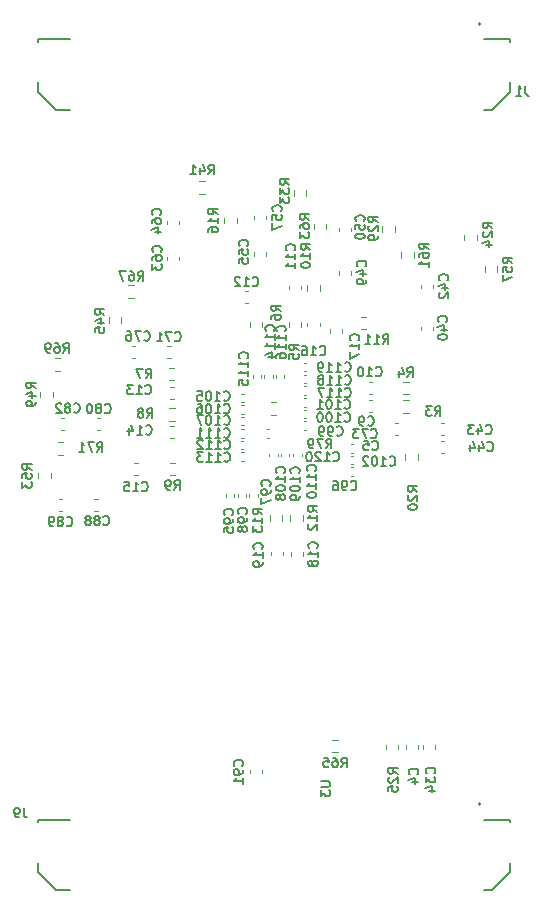
<source format=gbo>
%TF.GenerationSoftware,KiCad,Pcbnew,8.0.5*%
%TF.CreationDate,2025-03-25T15:29:15-05:00*%
%TF.ProjectId,PSEC5_Board,50534543-355f-4426-9f61-72642e6b6963,rev?*%
%TF.SameCoordinates,Original*%
%TF.FileFunction,Legend,Bot*%
%TF.FilePolarity,Positive*%
%FSLAX46Y46*%
G04 Gerber Fmt 4.6, Leading zero omitted, Abs format (unit mm)*
G04 Created by KiCad (PCBNEW 8.0.5) date 2025-03-25 15:29:15*
%MOMM*%
%LPD*%
G01*
G04 APERTURE LIST*
%ADD10C,0.150000*%
%ADD11C,0.200000*%
%ADD12C,0.120000*%
G04 APERTURE END LIST*
D10*
X142370237Y-81711104D02*
X142408333Y-81749200D01*
X142408333Y-81749200D02*
X142522618Y-81787295D01*
X142522618Y-81787295D02*
X142598809Y-81787295D01*
X142598809Y-81787295D02*
X142713095Y-81749200D01*
X142713095Y-81749200D02*
X142789285Y-81673009D01*
X142789285Y-81673009D02*
X142827380Y-81596819D01*
X142827380Y-81596819D02*
X142865476Y-81444438D01*
X142865476Y-81444438D02*
X142865476Y-81330152D01*
X142865476Y-81330152D02*
X142827380Y-81177771D01*
X142827380Y-81177771D02*
X142789285Y-81101580D01*
X142789285Y-81101580D02*
X142713095Y-81025390D01*
X142713095Y-81025390D02*
X142598809Y-80987295D01*
X142598809Y-80987295D02*
X142522618Y-80987295D01*
X142522618Y-80987295D02*
X142408333Y-81025390D01*
X142408333Y-81025390D02*
X142370237Y-81063485D01*
X141608333Y-81787295D02*
X142065476Y-81787295D01*
X141836904Y-81787295D02*
X141836904Y-80987295D01*
X141836904Y-80987295D02*
X141913095Y-81101580D01*
X141913095Y-81101580D02*
X141989285Y-81177771D01*
X141989285Y-81177771D02*
X142065476Y-81215866D01*
X140846428Y-81787295D02*
X141303571Y-81787295D01*
X141074999Y-81787295D02*
X141074999Y-80987295D01*
X141074999Y-80987295D02*
X141151190Y-81101580D01*
X141151190Y-81101580D02*
X141227380Y-81177771D01*
X141227380Y-81177771D02*
X141303571Y-81215866D01*
X140579761Y-80987295D02*
X140084523Y-80987295D01*
X140084523Y-80987295D02*
X140351189Y-81292057D01*
X140351189Y-81292057D02*
X140236904Y-81292057D01*
X140236904Y-81292057D02*
X140160713Y-81330152D01*
X140160713Y-81330152D02*
X140122618Y-81368247D01*
X140122618Y-81368247D02*
X140084523Y-81444438D01*
X140084523Y-81444438D02*
X140084523Y-81634914D01*
X140084523Y-81634914D02*
X140122618Y-81711104D01*
X140122618Y-81711104D02*
X140160713Y-81749200D01*
X140160713Y-81749200D02*
X140236904Y-81787295D01*
X140236904Y-81787295D02*
X140465475Y-81787295D01*
X140465475Y-81787295D02*
X140541666Y-81749200D01*
X140541666Y-81749200D02*
X140579761Y-81711104D01*
D11*
X147879695Y-58315714D02*
X147498742Y-58049047D01*
X147879695Y-57858571D02*
X147079695Y-57858571D01*
X147079695Y-57858571D02*
X147079695Y-58163333D01*
X147079695Y-58163333D02*
X147117790Y-58239523D01*
X147117790Y-58239523D02*
X147155885Y-58277618D01*
X147155885Y-58277618D02*
X147232076Y-58315714D01*
X147232076Y-58315714D02*
X147346361Y-58315714D01*
X147346361Y-58315714D02*
X147422552Y-58277618D01*
X147422552Y-58277618D02*
X147460647Y-58239523D01*
X147460647Y-58239523D02*
X147498742Y-58163333D01*
X147498742Y-58163333D02*
X147498742Y-57858571D01*
X147079695Y-58582380D02*
X147079695Y-59077618D01*
X147079695Y-59077618D02*
X147384457Y-58810952D01*
X147384457Y-58810952D02*
X147384457Y-58925237D01*
X147384457Y-58925237D02*
X147422552Y-59001428D01*
X147422552Y-59001428D02*
X147460647Y-59039523D01*
X147460647Y-59039523D02*
X147536838Y-59077618D01*
X147536838Y-59077618D02*
X147727314Y-59077618D01*
X147727314Y-59077618D02*
X147803504Y-59039523D01*
X147803504Y-59039523D02*
X147841600Y-59001428D01*
X147841600Y-59001428D02*
X147879695Y-58925237D01*
X147879695Y-58925237D02*
X147879695Y-58696666D01*
X147879695Y-58696666D02*
X147841600Y-58620475D01*
X147841600Y-58620475D02*
X147803504Y-58582380D01*
X147079695Y-59344285D02*
X147079695Y-59839523D01*
X147079695Y-59839523D02*
X147384457Y-59572857D01*
X147384457Y-59572857D02*
X147384457Y-59687142D01*
X147384457Y-59687142D02*
X147422552Y-59763333D01*
X147422552Y-59763333D02*
X147460647Y-59801428D01*
X147460647Y-59801428D02*
X147536838Y-59839523D01*
X147536838Y-59839523D02*
X147727314Y-59839523D01*
X147727314Y-59839523D02*
X147803504Y-59801428D01*
X147803504Y-59801428D02*
X147841600Y-59763333D01*
X147841600Y-59763333D02*
X147879695Y-59687142D01*
X147879695Y-59687142D02*
X147879695Y-59458571D01*
X147879695Y-59458571D02*
X147841600Y-59382380D01*
X147841600Y-59382380D02*
X147803504Y-59344285D01*
X160193332Y-77879695D02*
X160459999Y-77498742D01*
X160650475Y-77879695D02*
X160650475Y-77079695D01*
X160650475Y-77079695D02*
X160345713Y-77079695D01*
X160345713Y-77079695D02*
X160269523Y-77117790D01*
X160269523Y-77117790D02*
X160231428Y-77155885D01*
X160231428Y-77155885D02*
X160193332Y-77232076D01*
X160193332Y-77232076D02*
X160193332Y-77346361D01*
X160193332Y-77346361D02*
X160231428Y-77422552D01*
X160231428Y-77422552D02*
X160269523Y-77460647D01*
X160269523Y-77460647D02*
X160345713Y-77498742D01*
X160345713Y-77498742D02*
X160650475Y-77498742D01*
X159926666Y-77079695D02*
X159431428Y-77079695D01*
X159431428Y-77079695D02*
X159698094Y-77384457D01*
X159698094Y-77384457D02*
X159583809Y-77384457D01*
X159583809Y-77384457D02*
X159507618Y-77422552D01*
X159507618Y-77422552D02*
X159469523Y-77460647D01*
X159469523Y-77460647D02*
X159431428Y-77536838D01*
X159431428Y-77536838D02*
X159431428Y-77727314D01*
X159431428Y-77727314D02*
X159469523Y-77803504D01*
X159469523Y-77803504D02*
X159507618Y-77841600D01*
X159507618Y-77841600D02*
X159583809Y-77879695D01*
X159583809Y-77879695D02*
X159812380Y-77879695D01*
X159812380Y-77879695D02*
X159888571Y-77841600D01*
X159888571Y-77841600D02*
X159926666Y-77803504D01*
X135574285Y-71473504D02*
X135612381Y-71511600D01*
X135612381Y-71511600D02*
X135726666Y-71549695D01*
X135726666Y-71549695D02*
X135802857Y-71549695D01*
X135802857Y-71549695D02*
X135917143Y-71511600D01*
X135917143Y-71511600D02*
X135993333Y-71435409D01*
X135993333Y-71435409D02*
X136031428Y-71359219D01*
X136031428Y-71359219D02*
X136069524Y-71206838D01*
X136069524Y-71206838D02*
X136069524Y-71092552D01*
X136069524Y-71092552D02*
X136031428Y-70940171D01*
X136031428Y-70940171D02*
X135993333Y-70863980D01*
X135993333Y-70863980D02*
X135917143Y-70787790D01*
X135917143Y-70787790D02*
X135802857Y-70749695D01*
X135802857Y-70749695D02*
X135726666Y-70749695D01*
X135726666Y-70749695D02*
X135612381Y-70787790D01*
X135612381Y-70787790D02*
X135574285Y-70825885D01*
X135307619Y-70749695D02*
X134774285Y-70749695D01*
X134774285Y-70749695D02*
X135117143Y-71549695D01*
X134126666Y-70749695D02*
X134279047Y-70749695D01*
X134279047Y-70749695D02*
X134355238Y-70787790D01*
X134355238Y-70787790D02*
X134393333Y-70825885D01*
X134393333Y-70825885D02*
X134469523Y-70940171D01*
X134469523Y-70940171D02*
X134507619Y-71092552D01*
X134507619Y-71092552D02*
X134507619Y-71397314D01*
X134507619Y-71397314D02*
X134469523Y-71473504D01*
X134469523Y-71473504D02*
X134431428Y-71511600D01*
X134431428Y-71511600D02*
X134355238Y-71549695D01*
X134355238Y-71549695D02*
X134202857Y-71549695D01*
X134202857Y-71549695D02*
X134126666Y-71511600D01*
X134126666Y-71511600D02*
X134088571Y-71473504D01*
X134088571Y-71473504D02*
X134050476Y-71397314D01*
X134050476Y-71397314D02*
X134050476Y-71206838D01*
X134050476Y-71206838D02*
X134088571Y-71130647D01*
X134088571Y-71130647D02*
X134126666Y-71092552D01*
X134126666Y-71092552D02*
X134202857Y-71054457D01*
X134202857Y-71054457D02*
X134355238Y-71054457D01*
X134355238Y-71054457D02*
X134431428Y-71092552D01*
X134431428Y-71092552D02*
X134469523Y-71130647D01*
X134469523Y-71130647D02*
X134507619Y-71206838D01*
X157059695Y-108205714D02*
X156678742Y-107939047D01*
X157059695Y-107748571D02*
X156259695Y-107748571D01*
X156259695Y-107748571D02*
X156259695Y-108053333D01*
X156259695Y-108053333D02*
X156297790Y-108129523D01*
X156297790Y-108129523D02*
X156335885Y-108167618D01*
X156335885Y-108167618D02*
X156412076Y-108205714D01*
X156412076Y-108205714D02*
X156526361Y-108205714D01*
X156526361Y-108205714D02*
X156602552Y-108167618D01*
X156602552Y-108167618D02*
X156640647Y-108129523D01*
X156640647Y-108129523D02*
X156678742Y-108053333D01*
X156678742Y-108053333D02*
X156678742Y-107748571D01*
X156335885Y-108510475D02*
X156297790Y-108548571D01*
X156297790Y-108548571D02*
X156259695Y-108624761D01*
X156259695Y-108624761D02*
X156259695Y-108815237D01*
X156259695Y-108815237D02*
X156297790Y-108891428D01*
X156297790Y-108891428D02*
X156335885Y-108929523D01*
X156335885Y-108929523D02*
X156412076Y-108967618D01*
X156412076Y-108967618D02*
X156488266Y-108967618D01*
X156488266Y-108967618D02*
X156602552Y-108929523D01*
X156602552Y-108929523D02*
X157059695Y-108472380D01*
X157059695Y-108472380D02*
X157059695Y-108967618D01*
X156259695Y-109691428D02*
X156259695Y-109310476D01*
X156259695Y-109310476D02*
X156640647Y-109272380D01*
X156640647Y-109272380D02*
X156602552Y-109310476D01*
X156602552Y-109310476D02*
X156564457Y-109386666D01*
X156564457Y-109386666D02*
X156564457Y-109577142D01*
X156564457Y-109577142D02*
X156602552Y-109653333D01*
X156602552Y-109653333D02*
X156640647Y-109691428D01*
X156640647Y-109691428D02*
X156716838Y-109729523D01*
X156716838Y-109729523D02*
X156907314Y-109729523D01*
X156907314Y-109729523D02*
X156983504Y-109691428D01*
X156983504Y-109691428D02*
X157021600Y-109653333D01*
X157021600Y-109653333D02*
X157059695Y-109577142D01*
X157059695Y-109577142D02*
X157059695Y-109386666D01*
X157059695Y-109386666D02*
X157021600Y-109310476D01*
X157021600Y-109310476D02*
X156983504Y-109272380D01*
X135394285Y-84193504D02*
X135432381Y-84231600D01*
X135432381Y-84231600D02*
X135546666Y-84269695D01*
X135546666Y-84269695D02*
X135622857Y-84269695D01*
X135622857Y-84269695D02*
X135737143Y-84231600D01*
X135737143Y-84231600D02*
X135813333Y-84155409D01*
X135813333Y-84155409D02*
X135851428Y-84079219D01*
X135851428Y-84079219D02*
X135889524Y-83926838D01*
X135889524Y-83926838D02*
X135889524Y-83812552D01*
X135889524Y-83812552D02*
X135851428Y-83660171D01*
X135851428Y-83660171D02*
X135813333Y-83583980D01*
X135813333Y-83583980D02*
X135737143Y-83507790D01*
X135737143Y-83507790D02*
X135622857Y-83469695D01*
X135622857Y-83469695D02*
X135546666Y-83469695D01*
X135546666Y-83469695D02*
X135432381Y-83507790D01*
X135432381Y-83507790D02*
X135394285Y-83545885D01*
X134632381Y-84269695D02*
X135089524Y-84269695D01*
X134860952Y-84269695D02*
X134860952Y-83469695D01*
X134860952Y-83469695D02*
X134937143Y-83583980D01*
X134937143Y-83583980D02*
X135013333Y-83660171D01*
X135013333Y-83660171D02*
X135089524Y-83698266D01*
X133908571Y-83469695D02*
X134289523Y-83469695D01*
X134289523Y-83469695D02*
X134327619Y-83850647D01*
X134327619Y-83850647D02*
X134289523Y-83812552D01*
X134289523Y-83812552D02*
X134213333Y-83774457D01*
X134213333Y-83774457D02*
X134022857Y-83774457D01*
X134022857Y-83774457D02*
X133946666Y-83812552D01*
X133946666Y-83812552D02*
X133908571Y-83850647D01*
X133908571Y-83850647D02*
X133870476Y-83926838D01*
X133870476Y-83926838D02*
X133870476Y-84117314D01*
X133870476Y-84117314D02*
X133908571Y-84193504D01*
X133908571Y-84193504D02*
X133946666Y-84231600D01*
X133946666Y-84231600D02*
X134022857Y-84269695D01*
X134022857Y-84269695D02*
X134213333Y-84269695D01*
X134213333Y-84269695D02*
X134289523Y-84231600D01*
X134289523Y-84231600D02*
X134327619Y-84193504D01*
X136963504Y-60885714D02*
X137001600Y-60847618D01*
X137001600Y-60847618D02*
X137039695Y-60733333D01*
X137039695Y-60733333D02*
X137039695Y-60657142D01*
X137039695Y-60657142D02*
X137001600Y-60542856D01*
X137001600Y-60542856D02*
X136925409Y-60466666D01*
X136925409Y-60466666D02*
X136849219Y-60428571D01*
X136849219Y-60428571D02*
X136696838Y-60390475D01*
X136696838Y-60390475D02*
X136582552Y-60390475D01*
X136582552Y-60390475D02*
X136430171Y-60428571D01*
X136430171Y-60428571D02*
X136353980Y-60466666D01*
X136353980Y-60466666D02*
X136277790Y-60542856D01*
X136277790Y-60542856D02*
X136239695Y-60657142D01*
X136239695Y-60657142D02*
X136239695Y-60733333D01*
X136239695Y-60733333D02*
X136277790Y-60847618D01*
X136277790Y-60847618D02*
X136315885Y-60885714D01*
X136239695Y-61571428D02*
X136239695Y-61419047D01*
X136239695Y-61419047D02*
X136277790Y-61342856D01*
X136277790Y-61342856D02*
X136315885Y-61304761D01*
X136315885Y-61304761D02*
X136430171Y-61228571D01*
X136430171Y-61228571D02*
X136582552Y-61190475D01*
X136582552Y-61190475D02*
X136887314Y-61190475D01*
X136887314Y-61190475D02*
X136963504Y-61228571D01*
X136963504Y-61228571D02*
X137001600Y-61266666D01*
X137001600Y-61266666D02*
X137039695Y-61342856D01*
X137039695Y-61342856D02*
X137039695Y-61495237D01*
X137039695Y-61495237D02*
X137001600Y-61571428D01*
X137001600Y-61571428D02*
X136963504Y-61609523D01*
X136963504Y-61609523D02*
X136887314Y-61647618D01*
X136887314Y-61647618D02*
X136696838Y-61647618D01*
X136696838Y-61647618D02*
X136620647Y-61609523D01*
X136620647Y-61609523D02*
X136582552Y-61571428D01*
X136582552Y-61571428D02*
X136544457Y-61495237D01*
X136544457Y-61495237D02*
X136544457Y-61342856D01*
X136544457Y-61342856D02*
X136582552Y-61266666D01*
X136582552Y-61266666D02*
X136620647Y-61228571D01*
X136620647Y-61228571D02*
X136696838Y-61190475D01*
X136506361Y-62333333D02*
X137039695Y-62333333D01*
X136201600Y-62142857D02*
X136773028Y-61952380D01*
X136773028Y-61952380D02*
X136773028Y-62447619D01*
D10*
X154908332Y-80736104D02*
X154946428Y-80774200D01*
X154946428Y-80774200D02*
X155060713Y-80812295D01*
X155060713Y-80812295D02*
X155136904Y-80812295D01*
X155136904Y-80812295D02*
X155251190Y-80774200D01*
X155251190Y-80774200D02*
X155327380Y-80698009D01*
X155327380Y-80698009D02*
X155365475Y-80621819D01*
X155365475Y-80621819D02*
X155403571Y-80469438D01*
X155403571Y-80469438D02*
X155403571Y-80355152D01*
X155403571Y-80355152D02*
X155365475Y-80202771D01*
X155365475Y-80202771D02*
X155327380Y-80126580D01*
X155327380Y-80126580D02*
X155251190Y-80050390D01*
X155251190Y-80050390D02*
X155136904Y-80012295D01*
X155136904Y-80012295D02*
X155060713Y-80012295D01*
X155060713Y-80012295D02*
X154946428Y-80050390D01*
X154946428Y-80050390D02*
X154908332Y-80088485D01*
X154184523Y-80012295D02*
X154565475Y-80012295D01*
X154565475Y-80012295D02*
X154603571Y-80393247D01*
X154603571Y-80393247D02*
X154565475Y-80355152D01*
X154565475Y-80355152D02*
X154489285Y-80317057D01*
X154489285Y-80317057D02*
X154298809Y-80317057D01*
X154298809Y-80317057D02*
X154222618Y-80355152D01*
X154222618Y-80355152D02*
X154184523Y-80393247D01*
X154184523Y-80393247D02*
X154146428Y-80469438D01*
X154146428Y-80469438D02*
X154146428Y-80659914D01*
X154146428Y-80659914D02*
X154184523Y-80736104D01*
X154184523Y-80736104D02*
X154222618Y-80774200D01*
X154222618Y-80774200D02*
X154298809Y-80812295D01*
X154298809Y-80812295D02*
X154489285Y-80812295D01*
X154489285Y-80812295D02*
X154565475Y-80774200D01*
X154565475Y-80774200D02*
X154603571Y-80736104D01*
D11*
X141034285Y-57449695D02*
X141300952Y-57068742D01*
X141491428Y-57449695D02*
X141491428Y-56649695D01*
X141491428Y-56649695D02*
X141186666Y-56649695D01*
X141186666Y-56649695D02*
X141110476Y-56687790D01*
X141110476Y-56687790D02*
X141072381Y-56725885D01*
X141072381Y-56725885D02*
X141034285Y-56802076D01*
X141034285Y-56802076D02*
X141034285Y-56916361D01*
X141034285Y-56916361D02*
X141072381Y-56992552D01*
X141072381Y-56992552D02*
X141110476Y-57030647D01*
X141110476Y-57030647D02*
X141186666Y-57068742D01*
X141186666Y-57068742D02*
X141491428Y-57068742D01*
X140348571Y-56916361D02*
X140348571Y-57449695D01*
X140539047Y-56611600D02*
X140729524Y-57183028D01*
X140729524Y-57183028D02*
X140234285Y-57183028D01*
X139510476Y-57449695D02*
X139967619Y-57449695D01*
X139739047Y-57449695D02*
X139739047Y-56649695D01*
X139739047Y-56649695D02*
X139815238Y-56763980D01*
X139815238Y-56763980D02*
X139891428Y-56840171D01*
X139891428Y-56840171D02*
X139967619Y-56878266D01*
X167866666Y-49984695D02*
X167866666Y-50556123D01*
X167866666Y-50556123D02*
X167904761Y-50670409D01*
X167904761Y-50670409D02*
X167980952Y-50746600D01*
X167980952Y-50746600D02*
X168095237Y-50784695D01*
X168095237Y-50784695D02*
X168171428Y-50784695D01*
X167066666Y-50784695D02*
X167523809Y-50784695D01*
X167295237Y-50784695D02*
X167295237Y-49984695D01*
X167295237Y-49984695D02*
X167371428Y-50098980D01*
X167371428Y-50098980D02*
X167447618Y-50175171D01*
X167447618Y-50175171D02*
X167523809Y-50213266D01*
X147173504Y-60565714D02*
X147211600Y-60527618D01*
X147211600Y-60527618D02*
X147249695Y-60413333D01*
X147249695Y-60413333D02*
X147249695Y-60337142D01*
X147249695Y-60337142D02*
X147211600Y-60222856D01*
X147211600Y-60222856D02*
X147135409Y-60146666D01*
X147135409Y-60146666D02*
X147059219Y-60108571D01*
X147059219Y-60108571D02*
X146906838Y-60070475D01*
X146906838Y-60070475D02*
X146792552Y-60070475D01*
X146792552Y-60070475D02*
X146640171Y-60108571D01*
X146640171Y-60108571D02*
X146563980Y-60146666D01*
X146563980Y-60146666D02*
X146487790Y-60222856D01*
X146487790Y-60222856D02*
X146449695Y-60337142D01*
X146449695Y-60337142D02*
X146449695Y-60413333D01*
X146449695Y-60413333D02*
X146487790Y-60527618D01*
X146487790Y-60527618D02*
X146525885Y-60565714D01*
X146449695Y-61289523D02*
X146449695Y-60908571D01*
X146449695Y-60908571D02*
X146830647Y-60870475D01*
X146830647Y-60870475D02*
X146792552Y-60908571D01*
X146792552Y-60908571D02*
X146754457Y-60984761D01*
X146754457Y-60984761D02*
X146754457Y-61175237D01*
X146754457Y-61175237D02*
X146792552Y-61251428D01*
X146792552Y-61251428D02*
X146830647Y-61289523D01*
X146830647Y-61289523D02*
X146906838Y-61327618D01*
X146906838Y-61327618D02*
X147097314Y-61327618D01*
X147097314Y-61327618D02*
X147173504Y-61289523D01*
X147173504Y-61289523D02*
X147211600Y-61251428D01*
X147211600Y-61251428D02*
X147249695Y-61175237D01*
X147249695Y-61175237D02*
X147249695Y-60984761D01*
X147249695Y-60984761D02*
X147211600Y-60908571D01*
X147211600Y-60908571D02*
X147173504Y-60870475D01*
X146449695Y-61594285D02*
X146449695Y-62127619D01*
X146449695Y-62127619D02*
X147249695Y-61784761D01*
D10*
X147511104Y-70754762D02*
X147549200Y-70716666D01*
X147549200Y-70716666D02*
X147587295Y-70602381D01*
X147587295Y-70602381D02*
X147587295Y-70526190D01*
X147587295Y-70526190D02*
X147549200Y-70411904D01*
X147549200Y-70411904D02*
X147473009Y-70335714D01*
X147473009Y-70335714D02*
X147396819Y-70297619D01*
X147396819Y-70297619D02*
X147244438Y-70259523D01*
X147244438Y-70259523D02*
X147130152Y-70259523D01*
X147130152Y-70259523D02*
X146977771Y-70297619D01*
X146977771Y-70297619D02*
X146901580Y-70335714D01*
X146901580Y-70335714D02*
X146825390Y-70411904D01*
X146825390Y-70411904D02*
X146787295Y-70526190D01*
X146787295Y-70526190D02*
X146787295Y-70602381D01*
X146787295Y-70602381D02*
X146825390Y-70716666D01*
X146825390Y-70716666D02*
X146863485Y-70754762D01*
X147587295Y-71516666D02*
X147587295Y-71059523D01*
X147587295Y-71288095D02*
X146787295Y-71288095D01*
X146787295Y-71288095D02*
X146901580Y-71211904D01*
X146901580Y-71211904D02*
X146977771Y-71135714D01*
X146977771Y-71135714D02*
X147015866Y-71059523D01*
X147587295Y-72278571D02*
X147587295Y-71821428D01*
X147587295Y-72050000D02*
X146787295Y-72050000D01*
X146787295Y-72050000D02*
X146901580Y-71973809D01*
X146901580Y-71973809D02*
X146977771Y-71897619D01*
X146977771Y-71897619D02*
X147015866Y-71821428D01*
X146787295Y-72964286D02*
X146787295Y-72811905D01*
X146787295Y-72811905D02*
X146825390Y-72735714D01*
X146825390Y-72735714D02*
X146863485Y-72697619D01*
X146863485Y-72697619D02*
X146977771Y-72621429D01*
X146977771Y-72621429D02*
X147130152Y-72583333D01*
X147130152Y-72583333D02*
X147434914Y-72583333D01*
X147434914Y-72583333D02*
X147511104Y-72621429D01*
X147511104Y-72621429D02*
X147549200Y-72659524D01*
X147549200Y-72659524D02*
X147587295Y-72735714D01*
X147587295Y-72735714D02*
X147587295Y-72888095D01*
X147587295Y-72888095D02*
X147549200Y-72964286D01*
X147549200Y-72964286D02*
X147511104Y-73002381D01*
X147511104Y-73002381D02*
X147434914Y-73040476D01*
X147434914Y-73040476D02*
X147244438Y-73040476D01*
X147244438Y-73040476D02*
X147168247Y-73002381D01*
X147168247Y-73002381D02*
X147130152Y-72964286D01*
X147130152Y-72964286D02*
X147092057Y-72888095D01*
X147092057Y-72888095D02*
X147092057Y-72735714D01*
X147092057Y-72735714D02*
X147130152Y-72659524D01*
X147130152Y-72659524D02*
X147168247Y-72621429D01*
X147168247Y-72621429D02*
X147244438Y-72583333D01*
D11*
X144764285Y-66843504D02*
X144802381Y-66881600D01*
X144802381Y-66881600D02*
X144916666Y-66919695D01*
X144916666Y-66919695D02*
X144992857Y-66919695D01*
X144992857Y-66919695D02*
X145107143Y-66881600D01*
X145107143Y-66881600D02*
X145183333Y-66805409D01*
X145183333Y-66805409D02*
X145221428Y-66729219D01*
X145221428Y-66729219D02*
X145259524Y-66576838D01*
X145259524Y-66576838D02*
X145259524Y-66462552D01*
X145259524Y-66462552D02*
X145221428Y-66310171D01*
X145221428Y-66310171D02*
X145183333Y-66233980D01*
X145183333Y-66233980D02*
X145107143Y-66157790D01*
X145107143Y-66157790D02*
X144992857Y-66119695D01*
X144992857Y-66119695D02*
X144916666Y-66119695D01*
X144916666Y-66119695D02*
X144802381Y-66157790D01*
X144802381Y-66157790D02*
X144764285Y-66195885D01*
X144002381Y-66919695D02*
X144459524Y-66919695D01*
X144230952Y-66919695D02*
X144230952Y-66119695D01*
X144230952Y-66119695D02*
X144307143Y-66233980D01*
X144307143Y-66233980D02*
X144383333Y-66310171D01*
X144383333Y-66310171D02*
X144459524Y-66348266D01*
X143697619Y-66195885D02*
X143659523Y-66157790D01*
X143659523Y-66157790D02*
X143583333Y-66119695D01*
X143583333Y-66119695D02*
X143392857Y-66119695D01*
X143392857Y-66119695D02*
X143316666Y-66157790D01*
X143316666Y-66157790D02*
X143278571Y-66195885D01*
X143278571Y-66195885D02*
X143240476Y-66272076D01*
X143240476Y-66272076D02*
X143240476Y-66348266D01*
X143240476Y-66348266D02*
X143278571Y-66462552D01*
X143278571Y-66462552D02*
X143735714Y-66919695D01*
X143735714Y-66919695D02*
X143240476Y-66919695D01*
X150200504Y-89085714D02*
X150238600Y-89047618D01*
X150238600Y-89047618D02*
X150276695Y-88933333D01*
X150276695Y-88933333D02*
X150276695Y-88857142D01*
X150276695Y-88857142D02*
X150238600Y-88742856D01*
X150238600Y-88742856D02*
X150162409Y-88666666D01*
X150162409Y-88666666D02*
X150086219Y-88628571D01*
X150086219Y-88628571D02*
X149933838Y-88590475D01*
X149933838Y-88590475D02*
X149819552Y-88590475D01*
X149819552Y-88590475D02*
X149667171Y-88628571D01*
X149667171Y-88628571D02*
X149590980Y-88666666D01*
X149590980Y-88666666D02*
X149514790Y-88742856D01*
X149514790Y-88742856D02*
X149476695Y-88857142D01*
X149476695Y-88857142D02*
X149476695Y-88933333D01*
X149476695Y-88933333D02*
X149514790Y-89047618D01*
X149514790Y-89047618D02*
X149552885Y-89085714D01*
X150276695Y-89847618D02*
X150276695Y-89390475D01*
X150276695Y-89619047D02*
X149476695Y-89619047D01*
X149476695Y-89619047D02*
X149590980Y-89542856D01*
X149590980Y-89542856D02*
X149667171Y-89466666D01*
X149667171Y-89466666D02*
X149705266Y-89390475D01*
X149819552Y-90304761D02*
X149781457Y-90228571D01*
X149781457Y-90228571D02*
X149743361Y-90190476D01*
X149743361Y-90190476D02*
X149667171Y-90152380D01*
X149667171Y-90152380D02*
X149629076Y-90152380D01*
X149629076Y-90152380D02*
X149552885Y-90190476D01*
X149552885Y-90190476D02*
X149514790Y-90228571D01*
X149514790Y-90228571D02*
X149476695Y-90304761D01*
X149476695Y-90304761D02*
X149476695Y-90457142D01*
X149476695Y-90457142D02*
X149514790Y-90533333D01*
X149514790Y-90533333D02*
X149552885Y-90571428D01*
X149552885Y-90571428D02*
X149629076Y-90609523D01*
X149629076Y-90609523D02*
X149667171Y-90609523D01*
X149667171Y-90609523D02*
X149743361Y-90571428D01*
X149743361Y-90571428D02*
X149781457Y-90533333D01*
X149781457Y-90533333D02*
X149819552Y-90457142D01*
X149819552Y-90457142D02*
X149819552Y-90304761D01*
X149819552Y-90304761D02*
X149857647Y-90228571D01*
X149857647Y-90228571D02*
X149895742Y-90190476D01*
X149895742Y-90190476D02*
X149971933Y-90152380D01*
X149971933Y-90152380D02*
X150124314Y-90152380D01*
X150124314Y-90152380D02*
X150200504Y-90190476D01*
X150200504Y-90190476D02*
X150238600Y-90228571D01*
X150238600Y-90228571D02*
X150276695Y-90304761D01*
X150276695Y-90304761D02*
X150276695Y-90457142D01*
X150276695Y-90457142D02*
X150238600Y-90533333D01*
X150238600Y-90533333D02*
X150200504Y-90571428D01*
X150200504Y-90571428D02*
X150124314Y-90609523D01*
X150124314Y-90609523D02*
X149971933Y-90609523D01*
X149971933Y-90609523D02*
X149895742Y-90571428D01*
X149895742Y-90571428D02*
X149857647Y-90533333D01*
X149857647Y-90533333D02*
X149819552Y-90457142D01*
D10*
X147461104Y-82729762D02*
X147499200Y-82691666D01*
X147499200Y-82691666D02*
X147537295Y-82577381D01*
X147537295Y-82577381D02*
X147537295Y-82501190D01*
X147537295Y-82501190D02*
X147499200Y-82386904D01*
X147499200Y-82386904D02*
X147423009Y-82310714D01*
X147423009Y-82310714D02*
X147346819Y-82272619D01*
X147346819Y-82272619D02*
X147194438Y-82234523D01*
X147194438Y-82234523D02*
X147080152Y-82234523D01*
X147080152Y-82234523D02*
X146927771Y-82272619D01*
X146927771Y-82272619D02*
X146851580Y-82310714D01*
X146851580Y-82310714D02*
X146775390Y-82386904D01*
X146775390Y-82386904D02*
X146737295Y-82501190D01*
X146737295Y-82501190D02*
X146737295Y-82577381D01*
X146737295Y-82577381D02*
X146775390Y-82691666D01*
X146775390Y-82691666D02*
X146813485Y-82729762D01*
X147537295Y-83491666D02*
X147537295Y-83034523D01*
X147537295Y-83263095D02*
X146737295Y-83263095D01*
X146737295Y-83263095D02*
X146851580Y-83186904D01*
X146851580Y-83186904D02*
X146927771Y-83110714D01*
X146927771Y-83110714D02*
X146965866Y-83034523D01*
X146737295Y-83986905D02*
X146737295Y-84063095D01*
X146737295Y-84063095D02*
X146775390Y-84139286D01*
X146775390Y-84139286D02*
X146813485Y-84177381D01*
X146813485Y-84177381D02*
X146889676Y-84215476D01*
X146889676Y-84215476D02*
X147042057Y-84253571D01*
X147042057Y-84253571D02*
X147232533Y-84253571D01*
X147232533Y-84253571D02*
X147384914Y-84215476D01*
X147384914Y-84215476D02*
X147461104Y-84177381D01*
X147461104Y-84177381D02*
X147499200Y-84139286D01*
X147499200Y-84139286D02*
X147537295Y-84063095D01*
X147537295Y-84063095D02*
X147537295Y-83986905D01*
X147537295Y-83986905D02*
X147499200Y-83910714D01*
X147499200Y-83910714D02*
X147461104Y-83872619D01*
X147461104Y-83872619D02*
X147384914Y-83834524D01*
X147384914Y-83834524D02*
X147232533Y-83796428D01*
X147232533Y-83796428D02*
X147042057Y-83796428D01*
X147042057Y-83796428D02*
X146889676Y-83834524D01*
X146889676Y-83834524D02*
X146813485Y-83872619D01*
X146813485Y-83872619D02*
X146775390Y-83910714D01*
X146775390Y-83910714D02*
X146737295Y-83986905D01*
X147080152Y-84710714D02*
X147042057Y-84634524D01*
X147042057Y-84634524D02*
X147003961Y-84596429D01*
X147003961Y-84596429D02*
X146927771Y-84558333D01*
X146927771Y-84558333D02*
X146889676Y-84558333D01*
X146889676Y-84558333D02*
X146813485Y-84596429D01*
X146813485Y-84596429D02*
X146775390Y-84634524D01*
X146775390Y-84634524D02*
X146737295Y-84710714D01*
X146737295Y-84710714D02*
X146737295Y-84863095D01*
X146737295Y-84863095D02*
X146775390Y-84939286D01*
X146775390Y-84939286D02*
X146813485Y-84977381D01*
X146813485Y-84977381D02*
X146889676Y-85015476D01*
X146889676Y-85015476D02*
X146927771Y-85015476D01*
X146927771Y-85015476D02*
X147003961Y-84977381D01*
X147003961Y-84977381D02*
X147042057Y-84939286D01*
X147042057Y-84939286D02*
X147080152Y-84863095D01*
X147080152Y-84863095D02*
X147080152Y-84710714D01*
X147080152Y-84710714D02*
X147118247Y-84634524D01*
X147118247Y-84634524D02*
X147156342Y-84596429D01*
X147156342Y-84596429D02*
X147232533Y-84558333D01*
X147232533Y-84558333D02*
X147384914Y-84558333D01*
X147384914Y-84558333D02*
X147461104Y-84596429D01*
X147461104Y-84596429D02*
X147499200Y-84634524D01*
X147499200Y-84634524D02*
X147537295Y-84710714D01*
X147537295Y-84710714D02*
X147537295Y-84863095D01*
X147537295Y-84863095D02*
X147499200Y-84939286D01*
X147499200Y-84939286D02*
X147461104Y-84977381D01*
X147461104Y-84977381D02*
X147384914Y-85015476D01*
X147384914Y-85015476D02*
X147232533Y-85015476D01*
X147232533Y-85015476D02*
X147156342Y-84977381D01*
X147156342Y-84977381D02*
X147118247Y-84939286D01*
X147118247Y-84939286D02*
X147080152Y-84863095D01*
D11*
X125377727Y-111096834D02*
X125377727Y-111668262D01*
X125377727Y-111668262D02*
X125415822Y-111782548D01*
X125415822Y-111782548D02*
X125492013Y-111858739D01*
X125492013Y-111858739D02*
X125606298Y-111896834D01*
X125606298Y-111896834D02*
X125682489Y-111896834D01*
X124958679Y-111896834D02*
X124806298Y-111896834D01*
X124806298Y-111896834D02*
X124730108Y-111858739D01*
X124730108Y-111858739D02*
X124692012Y-111820643D01*
X124692012Y-111820643D02*
X124615822Y-111706358D01*
X124615822Y-111706358D02*
X124577727Y-111553977D01*
X124577727Y-111553977D02*
X124577727Y-111249215D01*
X124577727Y-111249215D02*
X124615822Y-111173024D01*
X124615822Y-111173024D02*
X124653917Y-111134929D01*
X124653917Y-111134929D02*
X124730108Y-111096834D01*
X124730108Y-111096834D02*
X124882489Y-111096834D01*
X124882489Y-111096834D02*
X124958679Y-111134929D01*
X124958679Y-111134929D02*
X124996774Y-111173024D01*
X124996774Y-111173024D02*
X125034870Y-111249215D01*
X125034870Y-111249215D02*
X125034870Y-111439691D01*
X125034870Y-111439691D02*
X124996774Y-111515881D01*
X124996774Y-111515881D02*
X124958679Y-111553977D01*
X124958679Y-111553977D02*
X124882489Y-111592072D01*
X124882489Y-111592072D02*
X124730108Y-111592072D01*
X124730108Y-111592072D02*
X124653917Y-111553977D01*
X124653917Y-111553977D02*
X124615822Y-111515881D01*
X124615822Y-111515881D02*
X124577727Y-111439691D01*
X148293504Y-63875714D02*
X148331600Y-63837618D01*
X148331600Y-63837618D02*
X148369695Y-63723333D01*
X148369695Y-63723333D02*
X148369695Y-63647142D01*
X148369695Y-63647142D02*
X148331600Y-63532856D01*
X148331600Y-63532856D02*
X148255409Y-63456666D01*
X148255409Y-63456666D02*
X148179219Y-63418571D01*
X148179219Y-63418571D02*
X148026838Y-63380475D01*
X148026838Y-63380475D02*
X147912552Y-63380475D01*
X147912552Y-63380475D02*
X147760171Y-63418571D01*
X147760171Y-63418571D02*
X147683980Y-63456666D01*
X147683980Y-63456666D02*
X147607790Y-63532856D01*
X147607790Y-63532856D02*
X147569695Y-63647142D01*
X147569695Y-63647142D02*
X147569695Y-63723333D01*
X147569695Y-63723333D02*
X147607790Y-63837618D01*
X147607790Y-63837618D02*
X147645885Y-63875714D01*
X148369695Y-64637618D02*
X148369695Y-64180475D01*
X148369695Y-64409047D02*
X147569695Y-64409047D01*
X147569695Y-64409047D02*
X147683980Y-64332856D01*
X147683980Y-64332856D02*
X147760171Y-64256666D01*
X147760171Y-64256666D02*
X147798266Y-64180475D01*
X148369695Y-65399523D02*
X148369695Y-64942380D01*
X148369695Y-65170952D02*
X147569695Y-65170952D01*
X147569695Y-65170952D02*
X147683980Y-65094761D01*
X147683980Y-65094761D02*
X147760171Y-65018571D01*
X147760171Y-65018571D02*
X147798266Y-64942380D01*
D10*
X142345237Y-79661104D02*
X142383333Y-79699200D01*
X142383333Y-79699200D02*
X142497618Y-79737295D01*
X142497618Y-79737295D02*
X142573809Y-79737295D01*
X142573809Y-79737295D02*
X142688095Y-79699200D01*
X142688095Y-79699200D02*
X142764285Y-79623009D01*
X142764285Y-79623009D02*
X142802380Y-79546819D01*
X142802380Y-79546819D02*
X142840476Y-79394438D01*
X142840476Y-79394438D02*
X142840476Y-79280152D01*
X142840476Y-79280152D02*
X142802380Y-79127771D01*
X142802380Y-79127771D02*
X142764285Y-79051580D01*
X142764285Y-79051580D02*
X142688095Y-78975390D01*
X142688095Y-78975390D02*
X142573809Y-78937295D01*
X142573809Y-78937295D02*
X142497618Y-78937295D01*
X142497618Y-78937295D02*
X142383333Y-78975390D01*
X142383333Y-78975390D02*
X142345237Y-79013485D01*
X141583333Y-79737295D02*
X142040476Y-79737295D01*
X141811904Y-79737295D02*
X141811904Y-78937295D01*
X141811904Y-78937295D02*
X141888095Y-79051580D01*
X141888095Y-79051580D02*
X141964285Y-79127771D01*
X141964285Y-79127771D02*
X142040476Y-79165866D01*
X140821428Y-79737295D02*
X141278571Y-79737295D01*
X141049999Y-79737295D02*
X141049999Y-78937295D01*
X141049999Y-78937295D02*
X141126190Y-79051580D01*
X141126190Y-79051580D02*
X141202380Y-79127771D01*
X141202380Y-79127771D02*
X141278571Y-79165866D01*
X140059523Y-79737295D02*
X140516666Y-79737295D01*
X140288094Y-79737295D02*
X140288094Y-78937295D01*
X140288094Y-78937295D02*
X140364285Y-79051580D01*
X140364285Y-79051580D02*
X140440475Y-79127771D01*
X140440475Y-79127771D02*
X140516666Y-79165866D01*
X151889285Y-79511104D02*
X151927381Y-79549200D01*
X151927381Y-79549200D02*
X152041666Y-79587295D01*
X152041666Y-79587295D02*
X152117857Y-79587295D01*
X152117857Y-79587295D02*
X152232143Y-79549200D01*
X152232143Y-79549200D02*
X152308333Y-79473009D01*
X152308333Y-79473009D02*
X152346428Y-79396819D01*
X152346428Y-79396819D02*
X152384524Y-79244438D01*
X152384524Y-79244438D02*
X152384524Y-79130152D01*
X152384524Y-79130152D02*
X152346428Y-78977771D01*
X152346428Y-78977771D02*
X152308333Y-78901580D01*
X152308333Y-78901580D02*
X152232143Y-78825390D01*
X152232143Y-78825390D02*
X152117857Y-78787295D01*
X152117857Y-78787295D02*
X152041666Y-78787295D01*
X152041666Y-78787295D02*
X151927381Y-78825390D01*
X151927381Y-78825390D02*
X151889285Y-78863485D01*
X151508333Y-79587295D02*
X151355952Y-79587295D01*
X151355952Y-79587295D02*
X151279762Y-79549200D01*
X151279762Y-79549200D02*
X151241666Y-79511104D01*
X151241666Y-79511104D02*
X151165476Y-79396819D01*
X151165476Y-79396819D02*
X151127381Y-79244438D01*
X151127381Y-79244438D02*
X151127381Y-78939676D01*
X151127381Y-78939676D02*
X151165476Y-78863485D01*
X151165476Y-78863485D02*
X151203571Y-78825390D01*
X151203571Y-78825390D02*
X151279762Y-78787295D01*
X151279762Y-78787295D02*
X151432143Y-78787295D01*
X151432143Y-78787295D02*
X151508333Y-78825390D01*
X151508333Y-78825390D02*
X151546428Y-78863485D01*
X151546428Y-78863485D02*
X151584524Y-78939676D01*
X151584524Y-78939676D02*
X151584524Y-79130152D01*
X151584524Y-79130152D02*
X151546428Y-79206342D01*
X151546428Y-79206342D02*
X151508333Y-79244438D01*
X151508333Y-79244438D02*
X151432143Y-79282533D01*
X151432143Y-79282533D02*
X151279762Y-79282533D01*
X151279762Y-79282533D02*
X151203571Y-79244438D01*
X151203571Y-79244438D02*
X151165476Y-79206342D01*
X151165476Y-79206342D02*
X151127381Y-79130152D01*
X150746428Y-79587295D02*
X150594047Y-79587295D01*
X150594047Y-79587295D02*
X150517857Y-79549200D01*
X150517857Y-79549200D02*
X150479761Y-79511104D01*
X150479761Y-79511104D02*
X150403571Y-79396819D01*
X150403571Y-79396819D02*
X150365476Y-79244438D01*
X150365476Y-79244438D02*
X150365476Y-78939676D01*
X150365476Y-78939676D02*
X150403571Y-78863485D01*
X150403571Y-78863485D02*
X150441666Y-78825390D01*
X150441666Y-78825390D02*
X150517857Y-78787295D01*
X150517857Y-78787295D02*
X150670238Y-78787295D01*
X150670238Y-78787295D02*
X150746428Y-78825390D01*
X150746428Y-78825390D02*
X150784523Y-78863485D01*
X150784523Y-78863485D02*
X150822619Y-78939676D01*
X150822619Y-78939676D02*
X150822619Y-79130152D01*
X150822619Y-79130152D02*
X150784523Y-79206342D01*
X150784523Y-79206342D02*
X150746428Y-79244438D01*
X150746428Y-79244438D02*
X150670238Y-79282533D01*
X150670238Y-79282533D02*
X150517857Y-79282533D01*
X150517857Y-79282533D02*
X150441666Y-79244438D01*
X150441666Y-79244438D02*
X150403571Y-79206342D01*
X150403571Y-79206342D02*
X150365476Y-79130152D01*
D11*
X135734285Y-79403504D02*
X135772381Y-79441600D01*
X135772381Y-79441600D02*
X135886666Y-79479695D01*
X135886666Y-79479695D02*
X135962857Y-79479695D01*
X135962857Y-79479695D02*
X136077143Y-79441600D01*
X136077143Y-79441600D02*
X136153333Y-79365409D01*
X136153333Y-79365409D02*
X136191428Y-79289219D01*
X136191428Y-79289219D02*
X136229524Y-79136838D01*
X136229524Y-79136838D02*
X136229524Y-79022552D01*
X136229524Y-79022552D02*
X136191428Y-78870171D01*
X136191428Y-78870171D02*
X136153333Y-78793980D01*
X136153333Y-78793980D02*
X136077143Y-78717790D01*
X136077143Y-78717790D02*
X135962857Y-78679695D01*
X135962857Y-78679695D02*
X135886666Y-78679695D01*
X135886666Y-78679695D02*
X135772381Y-78717790D01*
X135772381Y-78717790D02*
X135734285Y-78755885D01*
X134972381Y-79479695D02*
X135429524Y-79479695D01*
X135200952Y-79479695D02*
X135200952Y-78679695D01*
X135200952Y-78679695D02*
X135277143Y-78793980D01*
X135277143Y-78793980D02*
X135353333Y-78870171D01*
X135353333Y-78870171D02*
X135429524Y-78908266D01*
X134286666Y-78946361D02*
X134286666Y-79479695D01*
X134477142Y-78641600D02*
X134667619Y-79213028D01*
X134667619Y-79213028D02*
X134172380Y-79213028D01*
X166739695Y-64960714D02*
X166358742Y-64694047D01*
X166739695Y-64503571D02*
X165939695Y-64503571D01*
X165939695Y-64503571D02*
X165939695Y-64808333D01*
X165939695Y-64808333D02*
X165977790Y-64884523D01*
X165977790Y-64884523D02*
X166015885Y-64922618D01*
X166015885Y-64922618D02*
X166092076Y-64960714D01*
X166092076Y-64960714D02*
X166206361Y-64960714D01*
X166206361Y-64960714D02*
X166282552Y-64922618D01*
X166282552Y-64922618D02*
X166320647Y-64884523D01*
X166320647Y-64884523D02*
X166358742Y-64808333D01*
X166358742Y-64808333D02*
X166358742Y-64503571D01*
X165939695Y-65684523D02*
X165939695Y-65303571D01*
X165939695Y-65303571D02*
X166320647Y-65265475D01*
X166320647Y-65265475D02*
X166282552Y-65303571D01*
X166282552Y-65303571D02*
X166244457Y-65379761D01*
X166244457Y-65379761D02*
X166244457Y-65570237D01*
X166244457Y-65570237D02*
X166282552Y-65646428D01*
X166282552Y-65646428D02*
X166320647Y-65684523D01*
X166320647Y-65684523D02*
X166396838Y-65722618D01*
X166396838Y-65722618D02*
X166587314Y-65722618D01*
X166587314Y-65722618D02*
X166663504Y-65684523D01*
X166663504Y-65684523D02*
X166701600Y-65646428D01*
X166701600Y-65646428D02*
X166739695Y-65570237D01*
X166739695Y-65570237D02*
X166739695Y-65379761D01*
X166739695Y-65379761D02*
X166701600Y-65303571D01*
X166701600Y-65303571D02*
X166663504Y-65265475D01*
X165939695Y-65989285D02*
X165939695Y-66522619D01*
X165939695Y-66522619D02*
X166739695Y-66179761D01*
D10*
X146561104Y-70704762D02*
X146599200Y-70666666D01*
X146599200Y-70666666D02*
X146637295Y-70552381D01*
X146637295Y-70552381D02*
X146637295Y-70476190D01*
X146637295Y-70476190D02*
X146599200Y-70361904D01*
X146599200Y-70361904D02*
X146523009Y-70285714D01*
X146523009Y-70285714D02*
X146446819Y-70247619D01*
X146446819Y-70247619D02*
X146294438Y-70209523D01*
X146294438Y-70209523D02*
X146180152Y-70209523D01*
X146180152Y-70209523D02*
X146027771Y-70247619D01*
X146027771Y-70247619D02*
X145951580Y-70285714D01*
X145951580Y-70285714D02*
X145875390Y-70361904D01*
X145875390Y-70361904D02*
X145837295Y-70476190D01*
X145837295Y-70476190D02*
X145837295Y-70552381D01*
X145837295Y-70552381D02*
X145875390Y-70666666D01*
X145875390Y-70666666D02*
X145913485Y-70704762D01*
X146637295Y-71466666D02*
X146637295Y-71009523D01*
X146637295Y-71238095D02*
X145837295Y-71238095D01*
X145837295Y-71238095D02*
X145951580Y-71161904D01*
X145951580Y-71161904D02*
X146027771Y-71085714D01*
X146027771Y-71085714D02*
X146065866Y-71009523D01*
X146637295Y-72228571D02*
X146637295Y-71771428D01*
X146637295Y-72000000D02*
X145837295Y-72000000D01*
X145837295Y-72000000D02*
X145951580Y-71923809D01*
X145951580Y-71923809D02*
X146027771Y-71847619D01*
X146027771Y-71847619D02*
X146065866Y-71771428D01*
X146103961Y-72914286D02*
X146637295Y-72914286D01*
X145799200Y-72723810D02*
X146370628Y-72533333D01*
X146370628Y-72533333D02*
X146370628Y-73028572D01*
D11*
X138133332Y-84159695D02*
X138399999Y-83778742D01*
X138590475Y-84159695D02*
X138590475Y-83359695D01*
X138590475Y-83359695D02*
X138285713Y-83359695D01*
X138285713Y-83359695D02*
X138209523Y-83397790D01*
X138209523Y-83397790D02*
X138171428Y-83435885D01*
X138171428Y-83435885D02*
X138133332Y-83512076D01*
X138133332Y-83512076D02*
X138133332Y-83626361D01*
X138133332Y-83626361D02*
X138171428Y-83702552D01*
X138171428Y-83702552D02*
X138209523Y-83740647D01*
X138209523Y-83740647D02*
X138285713Y-83778742D01*
X138285713Y-83778742D02*
X138590475Y-83778742D01*
X137752380Y-84159695D02*
X137599999Y-84159695D01*
X137599999Y-84159695D02*
X137523809Y-84121600D01*
X137523809Y-84121600D02*
X137485713Y-84083504D01*
X137485713Y-84083504D02*
X137409523Y-83969219D01*
X137409523Y-83969219D02*
X137371428Y-83816838D01*
X137371428Y-83816838D02*
X137371428Y-83512076D01*
X137371428Y-83512076D02*
X137409523Y-83435885D01*
X137409523Y-83435885D02*
X137447618Y-83397790D01*
X137447618Y-83397790D02*
X137523809Y-83359695D01*
X137523809Y-83359695D02*
X137676190Y-83359695D01*
X137676190Y-83359695D02*
X137752380Y-83397790D01*
X137752380Y-83397790D02*
X137790475Y-83435885D01*
X137790475Y-83435885D02*
X137828571Y-83512076D01*
X137828571Y-83512076D02*
X137828571Y-83702552D01*
X137828571Y-83702552D02*
X137790475Y-83778742D01*
X137790475Y-83778742D02*
X137752380Y-83816838D01*
X137752380Y-83816838D02*
X137676190Y-83854933D01*
X137676190Y-83854933D02*
X137523809Y-83854933D01*
X137523809Y-83854933D02*
X137447618Y-83816838D01*
X137447618Y-83816838D02*
X137409523Y-83778742D01*
X137409523Y-83778742D02*
X137371428Y-83702552D01*
X136983504Y-64005714D02*
X137021600Y-63967618D01*
X137021600Y-63967618D02*
X137059695Y-63853333D01*
X137059695Y-63853333D02*
X137059695Y-63777142D01*
X137059695Y-63777142D02*
X137021600Y-63662856D01*
X137021600Y-63662856D02*
X136945409Y-63586666D01*
X136945409Y-63586666D02*
X136869219Y-63548571D01*
X136869219Y-63548571D02*
X136716838Y-63510475D01*
X136716838Y-63510475D02*
X136602552Y-63510475D01*
X136602552Y-63510475D02*
X136450171Y-63548571D01*
X136450171Y-63548571D02*
X136373980Y-63586666D01*
X136373980Y-63586666D02*
X136297790Y-63662856D01*
X136297790Y-63662856D02*
X136259695Y-63777142D01*
X136259695Y-63777142D02*
X136259695Y-63853333D01*
X136259695Y-63853333D02*
X136297790Y-63967618D01*
X136297790Y-63967618D02*
X136335885Y-64005714D01*
X136259695Y-64691428D02*
X136259695Y-64539047D01*
X136259695Y-64539047D02*
X136297790Y-64462856D01*
X136297790Y-64462856D02*
X136335885Y-64424761D01*
X136335885Y-64424761D02*
X136450171Y-64348571D01*
X136450171Y-64348571D02*
X136602552Y-64310475D01*
X136602552Y-64310475D02*
X136907314Y-64310475D01*
X136907314Y-64310475D02*
X136983504Y-64348571D01*
X136983504Y-64348571D02*
X137021600Y-64386666D01*
X137021600Y-64386666D02*
X137059695Y-64462856D01*
X137059695Y-64462856D02*
X137059695Y-64615237D01*
X137059695Y-64615237D02*
X137021600Y-64691428D01*
X137021600Y-64691428D02*
X136983504Y-64729523D01*
X136983504Y-64729523D02*
X136907314Y-64767618D01*
X136907314Y-64767618D02*
X136716838Y-64767618D01*
X136716838Y-64767618D02*
X136640647Y-64729523D01*
X136640647Y-64729523D02*
X136602552Y-64691428D01*
X136602552Y-64691428D02*
X136564457Y-64615237D01*
X136564457Y-64615237D02*
X136564457Y-64462856D01*
X136564457Y-64462856D02*
X136602552Y-64386666D01*
X136602552Y-64386666D02*
X136640647Y-64348571D01*
X136640647Y-64348571D02*
X136716838Y-64310475D01*
X136259695Y-65034285D02*
X136259695Y-65529523D01*
X136259695Y-65529523D02*
X136564457Y-65262857D01*
X136564457Y-65262857D02*
X136564457Y-65377142D01*
X136564457Y-65377142D02*
X136602552Y-65453333D01*
X136602552Y-65453333D02*
X136640647Y-65491428D01*
X136640647Y-65491428D02*
X136716838Y-65529523D01*
X136716838Y-65529523D02*
X136907314Y-65529523D01*
X136907314Y-65529523D02*
X136983504Y-65491428D01*
X136983504Y-65491428D02*
X137021600Y-65453333D01*
X137021600Y-65453333D02*
X137059695Y-65377142D01*
X137059695Y-65377142D02*
X137059695Y-65148571D01*
X137059695Y-65148571D02*
X137021600Y-65072380D01*
X137021600Y-65072380D02*
X136983504Y-65034285D01*
X154533332Y-78658504D02*
X154571428Y-78696600D01*
X154571428Y-78696600D02*
X154685713Y-78734695D01*
X154685713Y-78734695D02*
X154761904Y-78734695D01*
X154761904Y-78734695D02*
X154876190Y-78696600D01*
X154876190Y-78696600D02*
X154952380Y-78620409D01*
X154952380Y-78620409D02*
X154990475Y-78544219D01*
X154990475Y-78544219D02*
X155028571Y-78391838D01*
X155028571Y-78391838D02*
X155028571Y-78277552D01*
X155028571Y-78277552D02*
X154990475Y-78125171D01*
X154990475Y-78125171D02*
X154952380Y-78048980D01*
X154952380Y-78048980D02*
X154876190Y-77972790D01*
X154876190Y-77972790D02*
X154761904Y-77934695D01*
X154761904Y-77934695D02*
X154685713Y-77934695D01*
X154685713Y-77934695D02*
X154571428Y-77972790D01*
X154571428Y-77972790D02*
X154533332Y-78010885D01*
X154152380Y-78734695D02*
X153999999Y-78734695D01*
X153999999Y-78734695D02*
X153923809Y-78696600D01*
X153923809Y-78696600D02*
X153885713Y-78658504D01*
X153885713Y-78658504D02*
X153809523Y-78544219D01*
X153809523Y-78544219D02*
X153771428Y-78391838D01*
X153771428Y-78391838D02*
X153771428Y-78087076D01*
X153771428Y-78087076D02*
X153809523Y-78010885D01*
X153809523Y-78010885D02*
X153847618Y-77972790D01*
X153847618Y-77972790D02*
X153923809Y-77934695D01*
X153923809Y-77934695D02*
X154076190Y-77934695D01*
X154076190Y-77934695D02*
X154152380Y-77972790D01*
X154152380Y-77972790D02*
X154190475Y-78010885D01*
X154190475Y-78010885D02*
X154228571Y-78087076D01*
X154228571Y-78087076D02*
X154228571Y-78277552D01*
X154228571Y-78277552D02*
X154190475Y-78353742D01*
X154190475Y-78353742D02*
X154152380Y-78391838D01*
X154152380Y-78391838D02*
X154076190Y-78429933D01*
X154076190Y-78429933D02*
X153923809Y-78429933D01*
X153923809Y-78429933D02*
X153847618Y-78391838D01*
X153847618Y-78391838D02*
X153809523Y-78353742D01*
X153809523Y-78353742D02*
X153771428Y-78277552D01*
D10*
X146211104Y-83810714D02*
X146249200Y-83772618D01*
X146249200Y-83772618D02*
X146287295Y-83658333D01*
X146287295Y-83658333D02*
X146287295Y-83582142D01*
X146287295Y-83582142D02*
X146249200Y-83467856D01*
X146249200Y-83467856D02*
X146173009Y-83391666D01*
X146173009Y-83391666D02*
X146096819Y-83353571D01*
X146096819Y-83353571D02*
X145944438Y-83315475D01*
X145944438Y-83315475D02*
X145830152Y-83315475D01*
X145830152Y-83315475D02*
X145677771Y-83353571D01*
X145677771Y-83353571D02*
X145601580Y-83391666D01*
X145601580Y-83391666D02*
X145525390Y-83467856D01*
X145525390Y-83467856D02*
X145487295Y-83582142D01*
X145487295Y-83582142D02*
X145487295Y-83658333D01*
X145487295Y-83658333D02*
X145525390Y-83772618D01*
X145525390Y-83772618D02*
X145563485Y-83810714D01*
X146287295Y-84191666D02*
X146287295Y-84344047D01*
X146287295Y-84344047D02*
X146249200Y-84420237D01*
X146249200Y-84420237D02*
X146211104Y-84458333D01*
X146211104Y-84458333D02*
X146096819Y-84534523D01*
X146096819Y-84534523D02*
X145944438Y-84572618D01*
X145944438Y-84572618D02*
X145639676Y-84572618D01*
X145639676Y-84572618D02*
X145563485Y-84534523D01*
X145563485Y-84534523D02*
X145525390Y-84496428D01*
X145525390Y-84496428D02*
X145487295Y-84420237D01*
X145487295Y-84420237D02*
X145487295Y-84267856D01*
X145487295Y-84267856D02*
X145525390Y-84191666D01*
X145525390Y-84191666D02*
X145563485Y-84153571D01*
X145563485Y-84153571D02*
X145639676Y-84115475D01*
X145639676Y-84115475D02*
X145830152Y-84115475D01*
X145830152Y-84115475D02*
X145906342Y-84153571D01*
X145906342Y-84153571D02*
X145944438Y-84191666D01*
X145944438Y-84191666D02*
X145982533Y-84267856D01*
X145982533Y-84267856D02*
X145982533Y-84420237D01*
X145982533Y-84420237D02*
X145944438Y-84496428D01*
X145944438Y-84496428D02*
X145906342Y-84534523D01*
X145906342Y-84534523D02*
X145830152Y-84572618D01*
X145487295Y-84839285D02*
X145487295Y-85372619D01*
X145487295Y-85372619D02*
X146287295Y-85029761D01*
X144236104Y-86185714D02*
X144274200Y-86147618D01*
X144274200Y-86147618D02*
X144312295Y-86033333D01*
X144312295Y-86033333D02*
X144312295Y-85957142D01*
X144312295Y-85957142D02*
X144274200Y-85842856D01*
X144274200Y-85842856D02*
X144198009Y-85766666D01*
X144198009Y-85766666D02*
X144121819Y-85728571D01*
X144121819Y-85728571D02*
X143969438Y-85690475D01*
X143969438Y-85690475D02*
X143855152Y-85690475D01*
X143855152Y-85690475D02*
X143702771Y-85728571D01*
X143702771Y-85728571D02*
X143626580Y-85766666D01*
X143626580Y-85766666D02*
X143550390Y-85842856D01*
X143550390Y-85842856D02*
X143512295Y-85957142D01*
X143512295Y-85957142D02*
X143512295Y-86033333D01*
X143512295Y-86033333D02*
X143550390Y-86147618D01*
X143550390Y-86147618D02*
X143588485Y-86185714D01*
X144312295Y-86566666D02*
X144312295Y-86719047D01*
X144312295Y-86719047D02*
X144274200Y-86795237D01*
X144274200Y-86795237D02*
X144236104Y-86833333D01*
X144236104Y-86833333D02*
X144121819Y-86909523D01*
X144121819Y-86909523D02*
X143969438Y-86947618D01*
X143969438Y-86947618D02*
X143664676Y-86947618D01*
X143664676Y-86947618D02*
X143588485Y-86909523D01*
X143588485Y-86909523D02*
X143550390Y-86871428D01*
X143550390Y-86871428D02*
X143512295Y-86795237D01*
X143512295Y-86795237D02*
X143512295Y-86642856D01*
X143512295Y-86642856D02*
X143550390Y-86566666D01*
X143550390Y-86566666D02*
X143588485Y-86528571D01*
X143588485Y-86528571D02*
X143664676Y-86490475D01*
X143664676Y-86490475D02*
X143855152Y-86490475D01*
X143855152Y-86490475D02*
X143931342Y-86528571D01*
X143931342Y-86528571D02*
X143969438Y-86566666D01*
X143969438Y-86566666D02*
X144007533Y-86642856D01*
X144007533Y-86642856D02*
X144007533Y-86795237D01*
X144007533Y-86795237D02*
X143969438Y-86871428D01*
X143969438Y-86871428D02*
X143931342Y-86909523D01*
X143931342Y-86909523D02*
X143855152Y-86947618D01*
X143855152Y-87404761D02*
X143817057Y-87328571D01*
X143817057Y-87328571D02*
X143778961Y-87290476D01*
X143778961Y-87290476D02*
X143702771Y-87252380D01*
X143702771Y-87252380D02*
X143664676Y-87252380D01*
X143664676Y-87252380D02*
X143588485Y-87290476D01*
X143588485Y-87290476D02*
X143550390Y-87328571D01*
X143550390Y-87328571D02*
X143512295Y-87404761D01*
X143512295Y-87404761D02*
X143512295Y-87557142D01*
X143512295Y-87557142D02*
X143550390Y-87633333D01*
X143550390Y-87633333D02*
X143588485Y-87671428D01*
X143588485Y-87671428D02*
X143664676Y-87709523D01*
X143664676Y-87709523D02*
X143702771Y-87709523D01*
X143702771Y-87709523D02*
X143778961Y-87671428D01*
X143778961Y-87671428D02*
X143817057Y-87633333D01*
X143817057Y-87633333D02*
X143855152Y-87557142D01*
X143855152Y-87557142D02*
X143855152Y-87404761D01*
X143855152Y-87404761D02*
X143893247Y-87328571D01*
X143893247Y-87328571D02*
X143931342Y-87290476D01*
X143931342Y-87290476D02*
X144007533Y-87252380D01*
X144007533Y-87252380D02*
X144159914Y-87252380D01*
X144159914Y-87252380D02*
X144236104Y-87290476D01*
X144236104Y-87290476D02*
X144274200Y-87328571D01*
X144274200Y-87328571D02*
X144312295Y-87404761D01*
X144312295Y-87404761D02*
X144312295Y-87557142D01*
X144312295Y-87557142D02*
X144274200Y-87633333D01*
X144274200Y-87633333D02*
X144236104Y-87671428D01*
X144236104Y-87671428D02*
X144159914Y-87709523D01*
X144159914Y-87709523D02*
X144007533Y-87709523D01*
X144007533Y-87709523D02*
X143931342Y-87671428D01*
X143931342Y-87671428D02*
X143893247Y-87633333D01*
X143893247Y-87633333D02*
X143855152Y-87557142D01*
X150989285Y-80637295D02*
X151255952Y-80256342D01*
X151446428Y-80637295D02*
X151446428Y-79837295D01*
X151446428Y-79837295D02*
X151141666Y-79837295D01*
X151141666Y-79837295D02*
X151065476Y-79875390D01*
X151065476Y-79875390D02*
X151027381Y-79913485D01*
X151027381Y-79913485D02*
X150989285Y-79989676D01*
X150989285Y-79989676D02*
X150989285Y-80103961D01*
X150989285Y-80103961D02*
X151027381Y-80180152D01*
X151027381Y-80180152D02*
X151065476Y-80218247D01*
X151065476Y-80218247D02*
X151141666Y-80256342D01*
X151141666Y-80256342D02*
X151446428Y-80256342D01*
X150722619Y-79837295D02*
X150189285Y-79837295D01*
X150189285Y-79837295D02*
X150532143Y-80637295D01*
X149846428Y-80637295D02*
X149694047Y-80637295D01*
X149694047Y-80637295D02*
X149617857Y-80599200D01*
X149617857Y-80599200D02*
X149579761Y-80561104D01*
X149579761Y-80561104D02*
X149503571Y-80446819D01*
X149503571Y-80446819D02*
X149465476Y-80294438D01*
X149465476Y-80294438D02*
X149465476Y-79989676D01*
X149465476Y-79989676D02*
X149503571Y-79913485D01*
X149503571Y-79913485D02*
X149541666Y-79875390D01*
X149541666Y-79875390D02*
X149617857Y-79837295D01*
X149617857Y-79837295D02*
X149770238Y-79837295D01*
X149770238Y-79837295D02*
X149846428Y-79875390D01*
X149846428Y-79875390D02*
X149884523Y-79913485D01*
X149884523Y-79913485D02*
X149922619Y-79989676D01*
X149922619Y-79989676D02*
X149922619Y-80180152D01*
X149922619Y-80180152D02*
X149884523Y-80256342D01*
X149884523Y-80256342D02*
X149846428Y-80294438D01*
X149846428Y-80294438D02*
X149770238Y-80332533D01*
X149770238Y-80332533D02*
X149617857Y-80332533D01*
X149617857Y-80332533D02*
X149541666Y-80294438D01*
X149541666Y-80294438D02*
X149503571Y-80256342D01*
X149503571Y-80256342D02*
X149465476Y-80180152D01*
D11*
X135723332Y-74729695D02*
X135989999Y-74348742D01*
X136180475Y-74729695D02*
X136180475Y-73929695D01*
X136180475Y-73929695D02*
X135875713Y-73929695D01*
X135875713Y-73929695D02*
X135799523Y-73967790D01*
X135799523Y-73967790D02*
X135761428Y-74005885D01*
X135761428Y-74005885D02*
X135723332Y-74082076D01*
X135723332Y-74082076D02*
X135723332Y-74196361D01*
X135723332Y-74196361D02*
X135761428Y-74272552D01*
X135761428Y-74272552D02*
X135799523Y-74310647D01*
X135799523Y-74310647D02*
X135875713Y-74348742D01*
X135875713Y-74348742D02*
X136180475Y-74348742D01*
X135456666Y-73929695D02*
X134923332Y-73929695D01*
X134923332Y-73929695D02*
X135266190Y-74729695D01*
X132244285Y-77593504D02*
X132282381Y-77631600D01*
X132282381Y-77631600D02*
X132396666Y-77669695D01*
X132396666Y-77669695D02*
X132472857Y-77669695D01*
X132472857Y-77669695D02*
X132587143Y-77631600D01*
X132587143Y-77631600D02*
X132663333Y-77555409D01*
X132663333Y-77555409D02*
X132701428Y-77479219D01*
X132701428Y-77479219D02*
X132739524Y-77326838D01*
X132739524Y-77326838D02*
X132739524Y-77212552D01*
X132739524Y-77212552D02*
X132701428Y-77060171D01*
X132701428Y-77060171D02*
X132663333Y-76983980D01*
X132663333Y-76983980D02*
X132587143Y-76907790D01*
X132587143Y-76907790D02*
X132472857Y-76869695D01*
X132472857Y-76869695D02*
X132396666Y-76869695D01*
X132396666Y-76869695D02*
X132282381Y-76907790D01*
X132282381Y-76907790D02*
X132244285Y-76945885D01*
X131787143Y-77212552D02*
X131863333Y-77174457D01*
X131863333Y-77174457D02*
X131901428Y-77136361D01*
X131901428Y-77136361D02*
X131939524Y-77060171D01*
X131939524Y-77060171D02*
X131939524Y-77022076D01*
X131939524Y-77022076D02*
X131901428Y-76945885D01*
X131901428Y-76945885D02*
X131863333Y-76907790D01*
X131863333Y-76907790D02*
X131787143Y-76869695D01*
X131787143Y-76869695D02*
X131634762Y-76869695D01*
X131634762Y-76869695D02*
X131558571Y-76907790D01*
X131558571Y-76907790D02*
X131520476Y-76945885D01*
X131520476Y-76945885D02*
X131482381Y-77022076D01*
X131482381Y-77022076D02*
X131482381Y-77060171D01*
X131482381Y-77060171D02*
X131520476Y-77136361D01*
X131520476Y-77136361D02*
X131558571Y-77174457D01*
X131558571Y-77174457D02*
X131634762Y-77212552D01*
X131634762Y-77212552D02*
X131787143Y-77212552D01*
X131787143Y-77212552D02*
X131863333Y-77250647D01*
X131863333Y-77250647D02*
X131901428Y-77288742D01*
X131901428Y-77288742D02*
X131939524Y-77364933D01*
X131939524Y-77364933D02*
X131939524Y-77517314D01*
X131939524Y-77517314D02*
X131901428Y-77593504D01*
X131901428Y-77593504D02*
X131863333Y-77631600D01*
X131863333Y-77631600D02*
X131787143Y-77669695D01*
X131787143Y-77669695D02*
X131634762Y-77669695D01*
X131634762Y-77669695D02*
X131558571Y-77631600D01*
X131558571Y-77631600D02*
X131520476Y-77593504D01*
X131520476Y-77593504D02*
X131482381Y-77517314D01*
X131482381Y-77517314D02*
X131482381Y-77364933D01*
X131482381Y-77364933D02*
X131520476Y-77288742D01*
X131520476Y-77288742D02*
X131558571Y-77250647D01*
X131558571Y-77250647D02*
X131634762Y-77212552D01*
X130987142Y-76869695D02*
X130910952Y-76869695D01*
X130910952Y-76869695D02*
X130834761Y-76907790D01*
X130834761Y-76907790D02*
X130796666Y-76945885D01*
X130796666Y-76945885D02*
X130758571Y-77022076D01*
X130758571Y-77022076D02*
X130720476Y-77174457D01*
X130720476Y-77174457D02*
X130720476Y-77364933D01*
X130720476Y-77364933D02*
X130758571Y-77517314D01*
X130758571Y-77517314D02*
X130796666Y-77593504D01*
X130796666Y-77593504D02*
X130834761Y-77631600D01*
X130834761Y-77631600D02*
X130910952Y-77669695D01*
X130910952Y-77669695D02*
X130987142Y-77669695D01*
X130987142Y-77669695D02*
X131063333Y-77631600D01*
X131063333Y-77631600D02*
X131101428Y-77593504D01*
X131101428Y-77593504D02*
X131139523Y-77517314D01*
X131139523Y-77517314D02*
X131177619Y-77364933D01*
X131177619Y-77364933D02*
X131177619Y-77174457D01*
X131177619Y-77174457D02*
X131139523Y-77022076D01*
X131139523Y-77022076D02*
X131101428Y-76945885D01*
X131101428Y-76945885D02*
X131063333Y-76907790D01*
X131063333Y-76907790D02*
X130987142Y-76869695D01*
X154203504Y-61395714D02*
X154241600Y-61357618D01*
X154241600Y-61357618D02*
X154279695Y-61243333D01*
X154279695Y-61243333D02*
X154279695Y-61167142D01*
X154279695Y-61167142D02*
X154241600Y-61052856D01*
X154241600Y-61052856D02*
X154165409Y-60976666D01*
X154165409Y-60976666D02*
X154089219Y-60938571D01*
X154089219Y-60938571D02*
X153936838Y-60900475D01*
X153936838Y-60900475D02*
X153822552Y-60900475D01*
X153822552Y-60900475D02*
X153670171Y-60938571D01*
X153670171Y-60938571D02*
X153593980Y-60976666D01*
X153593980Y-60976666D02*
X153517790Y-61052856D01*
X153517790Y-61052856D02*
X153479695Y-61167142D01*
X153479695Y-61167142D02*
X153479695Y-61243333D01*
X153479695Y-61243333D02*
X153517790Y-61357618D01*
X153517790Y-61357618D02*
X153555885Y-61395714D01*
X153479695Y-62119523D02*
X153479695Y-61738571D01*
X153479695Y-61738571D02*
X153860647Y-61700475D01*
X153860647Y-61700475D02*
X153822552Y-61738571D01*
X153822552Y-61738571D02*
X153784457Y-61814761D01*
X153784457Y-61814761D02*
X153784457Y-62005237D01*
X153784457Y-62005237D02*
X153822552Y-62081428D01*
X153822552Y-62081428D02*
X153860647Y-62119523D01*
X153860647Y-62119523D02*
X153936838Y-62157618D01*
X153936838Y-62157618D02*
X154127314Y-62157618D01*
X154127314Y-62157618D02*
X154203504Y-62119523D01*
X154203504Y-62119523D02*
X154241600Y-62081428D01*
X154241600Y-62081428D02*
X154279695Y-62005237D01*
X154279695Y-62005237D02*
X154279695Y-61814761D01*
X154279695Y-61814761D02*
X154241600Y-61738571D01*
X154241600Y-61738571D02*
X154203504Y-61700475D01*
X153479695Y-62652857D02*
X153479695Y-62729047D01*
X153479695Y-62729047D02*
X153517790Y-62805238D01*
X153517790Y-62805238D02*
X153555885Y-62843333D01*
X153555885Y-62843333D02*
X153632076Y-62881428D01*
X153632076Y-62881428D02*
X153784457Y-62919523D01*
X153784457Y-62919523D02*
X153974933Y-62919523D01*
X153974933Y-62919523D02*
X154127314Y-62881428D01*
X154127314Y-62881428D02*
X154203504Y-62843333D01*
X154203504Y-62843333D02*
X154241600Y-62805238D01*
X154241600Y-62805238D02*
X154279695Y-62729047D01*
X154279695Y-62729047D02*
X154279695Y-62652857D01*
X154279695Y-62652857D02*
X154241600Y-62576666D01*
X154241600Y-62576666D02*
X154203504Y-62538571D01*
X154203504Y-62538571D02*
X154127314Y-62500476D01*
X154127314Y-62500476D02*
X153974933Y-62462380D01*
X153974933Y-62462380D02*
X153784457Y-62462380D01*
X153784457Y-62462380D02*
X153632076Y-62500476D01*
X153632076Y-62500476D02*
X153555885Y-62538571D01*
X153555885Y-62538571D02*
X153517790Y-62576666D01*
X153517790Y-62576666D02*
X153479695Y-62652857D01*
X149569695Y-61305714D02*
X149188742Y-61039047D01*
X149569695Y-60848571D02*
X148769695Y-60848571D01*
X148769695Y-60848571D02*
X148769695Y-61153333D01*
X148769695Y-61153333D02*
X148807790Y-61229523D01*
X148807790Y-61229523D02*
X148845885Y-61267618D01*
X148845885Y-61267618D02*
X148922076Y-61305714D01*
X148922076Y-61305714D02*
X149036361Y-61305714D01*
X149036361Y-61305714D02*
X149112552Y-61267618D01*
X149112552Y-61267618D02*
X149150647Y-61229523D01*
X149150647Y-61229523D02*
X149188742Y-61153333D01*
X149188742Y-61153333D02*
X149188742Y-60848571D01*
X148769695Y-61991428D02*
X148769695Y-61839047D01*
X148769695Y-61839047D02*
X148807790Y-61762856D01*
X148807790Y-61762856D02*
X148845885Y-61724761D01*
X148845885Y-61724761D02*
X148960171Y-61648571D01*
X148960171Y-61648571D02*
X149112552Y-61610475D01*
X149112552Y-61610475D02*
X149417314Y-61610475D01*
X149417314Y-61610475D02*
X149493504Y-61648571D01*
X149493504Y-61648571D02*
X149531600Y-61686666D01*
X149531600Y-61686666D02*
X149569695Y-61762856D01*
X149569695Y-61762856D02*
X149569695Y-61915237D01*
X149569695Y-61915237D02*
X149531600Y-61991428D01*
X149531600Y-61991428D02*
X149493504Y-62029523D01*
X149493504Y-62029523D02*
X149417314Y-62067618D01*
X149417314Y-62067618D02*
X149226838Y-62067618D01*
X149226838Y-62067618D02*
X149150647Y-62029523D01*
X149150647Y-62029523D02*
X149112552Y-61991428D01*
X149112552Y-61991428D02*
X149074457Y-61915237D01*
X149074457Y-61915237D02*
X149074457Y-61762856D01*
X149074457Y-61762856D02*
X149112552Y-61686666D01*
X149112552Y-61686666D02*
X149150647Y-61648571D01*
X149150647Y-61648571D02*
X149226838Y-61610475D01*
X148769695Y-62334285D02*
X148769695Y-62829523D01*
X148769695Y-62829523D02*
X149074457Y-62562857D01*
X149074457Y-62562857D02*
X149074457Y-62677142D01*
X149074457Y-62677142D02*
X149112552Y-62753333D01*
X149112552Y-62753333D02*
X149150647Y-62791428D01*
X149150647Y-62791428D02*
X149226838Y-62829523D01*
X149226838Y-62829523D02*
X149417314Y-62829523D01*
X149417314Y-62829523D02*
X149493504Y-62791428D01*
X149493504Y-62791428D02*
X149531600Y-62753333D01*
X149531600Y-62753333D02*
X149569695Y-62677142D01*
X149569695Y-62677142D02*
X149569695Y-62448571D01*
X149569695Y-62448571D02*
X149531600Y-62372380D01*
X149531600Y-62372380D02*
X149493504Y-62334285D01*
X145553504Y-89135714D02*
X145591600Y-89097618D01*
X145591600Y-89097618D02*
X145629695Y-88983333D01*
X145629695Y-88983333D02*
X145629695Y-88907142D01*
X145629695Y-88907142D02*
X145591600Y-88792856D01*
X145591600Y-88792856D02*
X145515409Y-88716666D01*
X145515409Y-88716666D02*
X145439219Y-88678571D01*
X145439219Y-88678571D02*
X145286838Y-88640475D01*
X145286838Y-88640475D02*
X145172552Y-88640475D01*
X145172552Y-88640475D02*
X145020171Y-88678571D01*
X145020171Y-88678571D02*
X144943980Y-88716666D01*
X144943980Y-88716666D02*
X144867790Y-88792856D01*
X144867790Y-88792856D02*
X144829695Y-88907142D01*
X144829695Y-88907142D02*
X144829695Y-88983333D01*
X144829695Y-88983333D02*
X144867790Y-89097618D01*
X144867790Y-89097618D02*
X144905885Y-89135714D01*
X145629695Y-89897618D02*
X145629695Y-89440475D01*
X145629695Y-89669047D02*
X144829695Y-89669047D01*
X144829695Y-89669047D02*
X144943980Y-89592856D01*
X144943980Y-89592856D02*
X145020171Y-89516666D01*
X145020171Y-89516666D02*
X145058266Y-89440475D01*
X145629695Y-90278571D02*
X145629695Y-90430952D01*
X145629695Y-90430952D02*
X145591600Y-90507142D01*
X145591600Y-90507142D02*
X145553504Y-90545238D01*
X145553504Y-90545238D02*
X145439219Y-90621428D01*
X145439219Y-90621428D02*
X145286838Y-90659523D01*
X145286838Y-90659523D02*
X144982076Y-90659523D01*
X144982076Y-90659523D02*
X144905885Y-90621428D01*
X144905885Y-90621428D02*
X144867790Y-90583333D01*
X144867790Y-90583333D02*
X144829695Y-90507142D01*
X144829695Y-90507142D02*
X144829695Y-90354761D01*
X144829695Y-90354761D02*
X144867790Y-90278571D01*
X144867790Y-90278571D02*
X144905885Y-90240476D01*
X144905885Y-90240476D02*
X144982076Y-90202380D01*
X144982076Y-90202380D02*
X145172552Y-90202380D01*
X145172552Y-90202380D02*
X145248742Y-90240476D01*
X145248742Y-90240476D02*
X145286838Y-90278571D01*
X145286838Y-90278571D02*
X145324933Y-90354761D01*
X145324933Y-90354761D02*
X145324933Y-90507142D01*
X145324933Y-90507142D02*
X145286838Y-90583333D01*
X145286838Y-90583333D02*
X145248742Y-90621428D01*
X145248742Y-90621428D02*
X145172552Y-90659523D01*
X159664695Y-63771414D02*
X159283742Y-63504747D01*
X159664695Y-63314271D02*
X158864695Y-63314271D01*
X158864695Y-63314271D02*
X158864695Y-63619033D01*
X158864695Y-63619033D02*
X158902790Y-63695223D01*
X158902790Y-63695223D02*
X158940885Y-63733318D01*
X158940885Y-63733318D02*
X159017076Y-63771414D01*
X159017076Y-63771414D02*
X159131361Y-63771414D01*
X159131361Y-63771414D02*
X159207552Y-63733318D01*
X159207552Y-63733318D02*
X159245647Y-63695223D01*
X159245647Y-63695223D02*
X159283742Y-63619033D01*
X159283742Y-63619033D02*
X159283742Y-63314271D01*
X158864695Y-64457128D02*
X158864695Y-64304747D01*
X158864695Y-64304747D02*
X158902790Y-64228556D01*
X158902790Y-64228556D02*
X158940885Y-64190461D01*
X158940885Y-64190461D02*
X159055171Y-64114271D01*
X159055171Y-64114271D02*
X159207552Y-64076175D01*
X159207552Y-64076175D02*
X159512314Y-64076175D01*
X159512314Y-64076175D02*
X159588504Y-64114271D01*
X159588504Y-64114271D02*
X159626600Y-64152366D01*
X159626600Y-64152366D02*
X159664695Y-64228556D01*
X159664695Y-64228556D02*
X159664695Y-64380937D01*
X159664695Y-64380937D02*
X159626600Y-64457128D01*
X159626600Y-64457128D02*
X159588504Y-64495223D01*
X159588504Y-64495223D02*
X159512314Y-64533318D01*
X159512314Y-64533318D02*
X159321838Y-64533318D01*
X159321838Y-64533318D02*
X159245647Y-64495223D01*
X159245647Y-64495223D02*
X159207552Y-64457128D01*
X159207552Y-64457128D02*
X159169457Y-64380937D01*
X159169457Y-64380937D02*
X159169457Y-64228556D01*
X159169457Y-64228556D02*
X159207552Y-64152366D01*
X159207552Y-64152366D02*
X159245647Y-64114271D01*
X159245647Y-64114271D02*
X159321838Y-64076175D01*
X159664695Y-65295223D02*
X159664695Y-64838080D01*
X159664695Y-65066652D02*
X158864695Y-65066652D01*
X158864695Y-65066652D02*
X158978980Y-64990461D01*
X158978980Y-64990461D02*
X159055171Y-64914271D01*
X159055171Y-64914271D02*
X159093266Y-64838080D01*
D10*
X152520237Y-78336104D02*
X152558333Y-78374200D01*
X152558333Y-78374200D02*
X152672618Y-78412295D01*
X152672618Y-78412295D02*
X152748809Y-78412295D01*
X152748809Y-78412295D02*
X152863095Y-78374200D01*
X152863095Y-78374200D02*
X152939285Y-78298009D01*
X152939285Y-78298009D02*
X152977380Y-78221819D01*
X152977380Y-78221819D02*
X153015476Y-78069438D01*
X153015476Y-78069438D02*
X153015476Y-77955152D01*
X153015476Y-77955152D02*
X152977380Y-77802771D01*
X152977380Y-77802771D02*
X152939285Y-77726580D01*
X152939285Y-77726580D02*
X152863095Y-77650390D01*
X152863095Y-77650390D02*
X152748809Y-77612295D01*
X152748809Y-77612295D02*
X152672618Y-77612295D01*
X152672618Y-77612295D02*
X152558333Y-77650390D01*
X152558333Y-77650390D02*
X152520237Y-77688485D01*
X151758333Y-78412295D02*
X152215476Y-78412295D01*
X151986904Y-78412295D02*
X151986904Y-77612295D01*
X151986904Y-77612295D02*
X152063095Y-77726580D01*
X152063095Y-77726580D02*
X152139285Y-77802771D01*
X152139285Y-77802771D02*
X152215476Y-77840866D01*
X151263094Y-77612295D02*
X151186904Y-77612295D01*
X151186904Y-77612295D02*
X151110713Y-77650390D01*
X151110713Y-77650390D02*
X151072618Y-77688485D01*
X151072618Y-77688485D02*
X151034523Y-77764676D01*
X151034523Y-77764676D02*
X150996428Y-77917057D01*
X150996428Y-77917057D02*
X150996428Y-78107533D01*
X150996428Y-78107533D02*
X151034523Y-78259914D01*
X151034523Y-78259914D02*
X151072618Y-78336104D01*
X151072618Y-78336104D02*
X151110713Y-78374200D01*
X151110713Y-78374200D02*
X151186904Y-78412295D01*
X151186904Y-78412295D02*
X151263094Y-78412295D01*
X151263094Y-78412295D02*
X151339285Y-78374200D01*
X151339285Y-78374200D02*
X151377380Y-78336104D01*
X151377380Y-78336104D02*
X151415475Y-78259914D01*
X151415475Y-78259914D02*
X151453571Y-78107533D01*
X151453571Y-78107533D02*
X151453571Y-77917057D01*
X151453571Y-77917057D02*
X151415475Y-77764676D01*
X151415475Y-77764676D02*
X151377380Y-77688485D01*
X151377380Y-77688485D02*
X151339285Y-77650390D01*
X151339285Y-77650390D02*
X151263094Y-77612295D01*
X150501189Y-77612295D02*
X150424999Y-77612295D01*
X150424999Y-77612295D02*
X150348808Y-77650390D01*
X150348808Y-77650390D02*
X150310713Y-77688485D01*
X150310713Y-77688485D02*
X150272618Y-77764676D01*
X150272618Y-77764676D02*
X150234523Y-77917057D01*
X150234523Y-77917057D02*
X150234523Y-78107533D01*
X150234523Y-78107533D02*
X150272618Y-78259914D01*
X150272618Y-78259914D02*
X150310713Y-78336104D01*
X150310713Y-78336104D02*
X150348808Y-78374200D01*
X150348808Y-78374200D02*
X150424999Y-78412295D01*
X150424999Y-78412295D02*
X150501189Y-78412295D01*
X150501189Y-78412295D02*
X150577380Y-78374200D01*
X150577380Y-78374200D02*
X150615475Y-78336104D01*
X150615475Y-78336104D02*
X150653570Y-78259914D01*
X150653570Y-78259914D02*
X150691666Y-78107533D01*
X150691666Y-78107533D02*
X150691666Y-77917057D01*
X150691666Y-77917057D02*
X150653570Y-77764676D01*
X150653570Y-77764676D02*
X150615475Y-77688485D01*
X150615475Y-77688485D02*
X150577380Y-77650390D01*
X150577380Y-77650390D02*
X150501189Y-77612295D01*
X144311104Y-73004762D02*
X144349200Y-72966666D01*
X144349200Y-72966666D02*
X144387295Y-72852381D01*
X144387295Y-72852381D02*
X144387295Y-72776190D01*
X144387295Y-72776190D02*
X144349200Y-72661904D01*
X144349200Y-72661904D02*
X144273009Y-72585714D01*
X144273009Y-72585714D02*
X144196819Y-72547619D01*
X144196819Y-72547619D02*
X144044438Y-72509523D01*
X144044438Y-72509523D02*
X143930152Y-72509523D01*
X143930152Y-72509523D02*
X143777771Y-72547619D01*
X143777771Y-72547619D02*
X143701580Y-72585714D01*
X143701580Y-72585714D02*
X143625390Y-72661904D01*
X143625390Y-72661904D02*
X143587295Y-72776190D01*
X143587295Y-72776190D02*
X143587295Y-72852381D01*
X143587295Y-72852381D02*
X143625390Y-72966666D01*
X143625390Y-72966666D02*
X143663485Y-73004762D01*
X144387295Y-73766666D02*
X144387295Y-73309523D01*
X144387295Y-73538095D02*
X143587295Y-73538095D01*
X143587295Y-73538095D02*
X143701580Y-73461904D01*
X143701580Y-73461904D02*
X143777771Y-73385714D01*
X143777771Y-73385714D02*
X143815866Y-73309523D01*
X144387295Y-74528571D02*
X144387295Y-74071428D01*
X144387295Y-74300000D02*
X143587295Y-74300000D01*
X143587295Y-74300000D02*
X143701580Y-74223809D01*
X143701580Y-74223809D02*
X143777771Y-74147619D01*
X143777771Y-74147619D02*
X143815866Y-74071428D01*
X143587295Y-75252381D02*
X143587295Y-74871429D01*
X143587295Y-74871429D02*
X143968247Y-74833333D01*
X143968247Y-74833333D02*
X143930152Y-74871429D01*
X143930152Y-74871429D02*
X143892057Y-74947619D01*
X143892057Y-74947619D02*
X143892057Y-75138095D01*
X143892057Y-75138095D02*
X143930152Y-75214286D01*
X143930152Y-75214286D02*
X143968247Y-75252381D01*
X143968247Y-75252381D02*
X144044438Y-75290476D01*
X144044438Y-75290476D02*
X144234914Y-75290476D01*
X144234914Y-75290476D02*
X144311104Y-75252381D01*
X144311104Y-75252381D02*
X144349200Y-75214286D01*
X144349200Y-75214286D02*
X144387295Y-75138095D01*
X144387295Y-75138095D02*
X144387295Y-74947619D01*
X144387295Y-74947619D02*
X144349200Y-74871429D01*
X144349200Y-74871429D02*
X144311104Y-74833333D01*
D11*
X155814285Y-71809695D02*
X156080952Y-71428742D01*
X156271428Y-71809695D02*
X156271428Y-71009695D01*
X156271428Y-71009695D02*
X155966666Y-71009695D01*
X155966666Y-71009695D02*
X155890476Y-71047790D01*
X155890476Y-71047790D02*
X155852381Y-71085885D01*
X155852381Y-71085885D02*
X155814285Y-71162076D01*
X155814285Y-71162076D02*
X155814285Y-71276361D01*
X155814285Y-71276361D02*
X155852381Y-71352552D01*
X155852381Y-71352552D02*
X155890476Y-71390647D01*
X155890476Y-71390647D02*
X155966666Y-71428742D01*
X155966666Y-71428742D02*
X156271428Y-71428742D01*
X155052381Y-71809695D02*
X155509524Y-71809695D01*
X155280952Y-71809695D02*
X155280952Y-71009695D01*
X155280952Y-71009695D02*
X155357143Y-71123980D01*
X155357143Y-71123980D02*
X155433333Y-71200171D01*
X155433333Y-71200171D02*
X155509524Y-71238266D01*
X154290476Y-71809695D02*
X154747619Y-71809695D01*
X154519047Y-71809695D02*
X154519047Y-71009695D01*
X154519047Y-71009695D02*
X154595238Y-71123980D01*
X154595238Y-71123980D02*
X154671428Y-71200171D01*
X154671428Y-71200171D02*
X154747619Y-71238266D01*
X126079695Y-82465714D02*
X125698742Y-82199047D01*
X126079695Y-82008571D02*
X125279695Y-82008571D01*
X125279695Y-82008571D02*
X125279695Y-82313333D01*
X125279695Y-82313333D02*
X125317790Y-82389523D01*
X125317790Y-82389523D02*
X125355885Y-82427618D01*
X125355885Y-82427618D02*
X125432076Y-82465714D01*
X125432076Y-82465714D02*
X125546361Y-82465714D01*
X125546361Y-82465714D02*
X125622552Y-82427618D01*
X125622552Y-82427618D02*
X125660647Y-82389523D01*
X125660647Y-82389523D02*
X125698742Y-82313333D01*
X125698742Y-82313333D02*
X125698742Y-82008571D01*
X125279695Y-83189523D02*
X125279695Y-82808571D01*
X125279695Y-82808571D02*
X125660647Y-82770475D01*
X125660647Y-82770475D02*
X125622552Y-82808571D01*
X125622552Y-82808571D02*
X125584457Y-82884761D01*
X125584457Y-82884761D02*
X125584457Y-83075237D01*
X125584457Y-83075237D02*
X125622552Y-83151428D01*
X125622552Y-83151428D02*
X125660647Y-83189523D01*
X125660647Y-83189523D02*
X125736838Y-83227618D01*
X125736838Y-83227618D02*
X125927314Y-83227618D01*
X125927314Y-83227618D02*
X126003504Y-83189523D01*
X126003504Y-83189523D02*
X126041600Y-83151428D01*
X126041600Y-83151428D02*
X126079695Y-83075237D01*
X126079695Y-83075237D02*
X126079695Y-82884761D01*
X126079695Y-82884761D02*
X126041600Y-82808571D01*
X126041600Y-82808571D02*
X126003504Y-82770475D01*
X125279695Y-83494285D02*
X125279695Y-83989523D01*
X125279695Y-83989523D02*
X125584457Y-83722857D01*
X125584457Y-83722857D02*
X125584457Y-83837142D01*
X125584457Y-83837142D02*
X125622552Y-83913333D01*
X125622552Y-83913333D02*
X125660647Y-83951428D01*
X125660647Y-83951428D02*
X125736838Y-83989523D01*
X125736838Y-83989523D02*
X125927314Y-83989523D01*
X125927314Y-83989523D02*
X126003504Y-83951428D01*
X126003504Y-83951428D02*
X126041600Y-83913333D01*
X126041600Y-83913333D02*
X126079695Y-83837142D01*
X126079695Y-83837142D02*
X126079695Y-83608571D01*
X126079695Y-83608571D02*
X126041600Y-83532380D01*
X126041600Y-83532380D02*
X126003504Y-83494285D01*
X153708504Y-71485714D02*
X153746600Y-71447618D01*
X153746600Y-71447618D02*
X153784695Y-71333333D01*
X153784695Y-71333333D02*
X153784695Y-71257142D01*
X153784695Y-71257142D02*
X153746600Y-71142856D01*
X153746600Y-71142856D02*
X153670409Y-71066666D01*
X153670409Y-71066666D02*
X153594219Y-71028571D01*
X153594219Y-71028571D02*
X153441838Y-70990475D01*
X153441838Y-70990475D02*
X153327552Y-70990475D01*
X153327552Y-70990475D02*
X153175171Y-71028571D01*
X153175171Y-71028571D02*
X153098980Y-71066666D01*
X153098980Y-71066666D02*
X153022790Y-71142856D01*
X153022790Y-71142856D02*
X152984695Y-71257142D01*
X152984695Y-71257142D02*
X152984695Y-71333333D01*
X152984695Y-71333333D02*
X153022790Y-71447618D01*
X153022790Y-71447618D02*
X153060885Y-71485714D01*
X153784695Y-72247618D02*
X153784695Y-71790475D01*
X153784695Y-72019047D02*
X152984695Y-72019047D01*
X152984695Y-72019047D02*
X153098980Y-71942856D01*
X153098980Y-71942856D02*
X153175171Y-71866666D01*
X153175171Y-71866666D02*
X153213266Y-71790475D01*
X152984695Y-72514285D02*
X152984695Y-73047619D01*
X152984695Y-73047619D02*
X153784695Y-72704761D01*
X129014285Y-87153504D02*
X129052381Y-87191600D01*
X129052381Y-87191600D02*
X129166666Y-87229695D01*
X129166666Y-87229695D02*
X129242857Y-87229695D01*
X129242857Y-87229695D02*
X129357143Y-87191600D01*
X129357143Y-87191600D02*
X129433333Y-87115409D01*
X129433333Y-87115409D02*
X129471428Y-87039219D01*
X129471428Y-87039219D02*
X129509524Y-86886838D01*
X129509524Y-86886838D02*
X129509524Y-86772552D01*
X129509524Y-86772552D02*
X129471428Y-86620171D01*
X129471428Y-86620171D02*
X129433333Y-86543980D01*
X129433333Y-86543980D02*
X129357143Y-86467790D01*
X129357143Y-86467790D02*
X129242857Y-86429695D01*
X129242857Y-86429695D02*
X129166666Y-86429695D01*
X129166666Y-86429695D02*
X129052381Y-86467790D01*
X129052381Y-86467790D02*
X129014285Y-86505885D01*
X128557143Y-86772552D02*
X128633333Y-86734457D01*
X128633333Y-86734457D02*
X128671428Y-86696361D01*
X128671428Y-86696361D02*
X128709524Y-86620171D01*
X128709524Y-86620171D02*
X128709524Y-86582076D01*
X128709524Y-86582076D02*
X128671428Y-86505885D01*
X128671428Y-86505885D02*
X128633333Y-86467790D01*
X128633333Y-86467790D02*
X128557143Y-86429695D01*
X128557143Y-86429695D02*
X128404762Y-86429695D01*
X128404762Y-86429695D02*
X128328571Y-86467790D01*
X128328571Y-86467790D02*
X128290476Y-86505885D01*
X128290476Y-86505885D02*
X128252381Y-86582076D01*
X128252381Y-86582076D02*
X128252381Y-86620171D01*
X128252381Y-86620171D02*
X128290476Y-86696361D01*
X128290476Y-86696361D02*
X128328571Y-86734457D01*
X128328571Y-86734457D02*
X128404762Y-86772552D01*
X128404762Y-86772552D02*
X128557143Y-86772552D01*
X128557143Y-86772552D02*
X128633333Y-86810647D01*
X128633333Y-86810647D02*
X128671428Y-86848742D01*
X128671428Y-86848742D02*
X128709524Y-86924933D01*
X128709524Y-86924933D02*
X128709524Y-87077314D01*
X128709524Y-87077314D02*
X128671428Y-87153504D01*
X128671428Y-87153504D02*
X128633333Y-87191600D01*
X128633333Y-87191600D02*
X128557143Y-87229695D01*
X128557143Y-87229695D02*
X128404762Y-87229695D01*
X128404762Y-87229695D02*
X128328571Y-87191600D01*
X128328571Y-87191600D02*
X128290476Y-87153504D01*
X128290476Y-87153504D02*
X128252381Y-87077314D01*
X128252381Y-87077314D02*
X128252381Y-86924933D01*
X128252381Y-86924933D02*
X128290476Y-86848742D01*
X128290476Y-86848742D02*
X128328571Y-86810647D01*
X128328571Y-86810647D02*
X128404762Y-86772552D01*
X127871428Y-87229695D02*
X127719047Y-87229695D01*
X127719047Y-87229695D02*
X127642857Y-87191600D01*
X127642857Y-87191600D02*
X127604761Y-87153504D01*
X127604761Y-87153504D02*
X127528571Y-87039219D01*
X127528571Y-87039219D02*
X127490476Y-86886838D01*
X127490476Y-86886838D02*
X127490476Y-86582076D01*
X127490476Y-86582076D02*
X127528571Y-86505885D01*
X127528571Y-86505885D02*
X127566666Y-86467790D01*
X127566666Y-86467790D02*
X127642857Y-86429695D01*
X127642857Y-86429695D02*
X127795238Y-86429695D01*
X127795238Y-86429695D02*
X127871428Y-86467790D01*
X127871428Y-86467790D02*
X127909523Y-86505885D01*
X127909523Y-86505885D02*
X127947619Y-86582076D01*
X127947619Y-86582076D02*
X127947619Y-86772552D01*
X127947619Y-86772552D02*
X127909523Y-86848742D01*
X127909523Y-86848742D02*
X127871428Y-86886838D01*
X127871428Y-86886838D02*
X127795238Y-86924933D01*
X127795238Y-86924933D02*
X127642857Y-86924933D01*
X127642857Y-86924933D02*
X127566666Y-86886838D01*
X127566666Y-86886838D02*
X127528571Y-86848742D01*
X127528571Y-86848742D02*
X127490476Y-86772552D01*
X135684285Y-76003504D02*
X135722381Y-76041600D01*
X135722381Y-76041600D02*
X135836666Y-76079695D01*
X135836666Y-76079695D02*
X135912857Y-76079695D01*
X135912857Y-76079695D02*
X136027143Y-76041600D01*
X136027143Y-76041600D02*
X136103333Y-75965409D01*
X136103333Y-75965409D02*
X136141428Y-75889219D01*
X136141428Y-75889219D02*
X136179524Y-75736838D01*
X136179524Y-75736838D02*
X136179524Y-75622552D01*
X136179524Y-75622552D02*
X136141428Y-75470171D01*
X136141428Y-75470171D02*
X136103333Y-75393980D01*
X136103333Y-75393980D02*
X136027143Y-75317790D01*
X136027143Y-75317790D02*
X135912857Y-75279695D01*
X135912857Y-75279695D02*
X135836666Y-75279695D01*
X135836666Y-75279695D02*
X135722381Y-75317790D01*
X135722381Y-75317790D02*
X135684285Y-75355885D01*
X134922381Y-76079695D02*
X135379524Y-76079695D01*
X135150952Y-76079695D02*
X135150952Y-75279695D01*
X135150952Y-75279695D02*
X135227143Y-75393980D01*
X135227143Y-75393980D02*
X135303333Y-75470171D01*
X135303333Y-75470171D02*
X135379524Y-75508266D01*
X134655714Y-75279695D02*
X134160476Y-75279695D01*
X134160476Y-75279695D02*
X134427142Y-75584457D01*
X134427142Y-75584457D02*
X134312857Y-75584457D01*
X134312857Y-75584457D02*
X134236666Y-75622552D01*
X134236666Y-75622552D02*
X134198571Y-75660647D01*
X134198571Y-75660647D02*
X134160476Y-75736838D01*
X134160476Y-75736838D02*
X134160476Y-75927314D01*
X134160476Y-75927314D02*
X134198571Y-76003504D01*
X134198571Y-76003504D02*
X134236666Y-76041600D01*
X134236666Y-76041600D02*
X134312857Y-76079695D01*
X134312857Y-76079695D02*
X134541428Y-76079695D01*
X134541428Y-76079695D02*
X134617619Y-76041600D01*
X134617619Y-76041600D02*
X134655714Y-76003504D01*
X148684695Y-72341667D02*
X148303742Y-72075000D01*
X148684695Y-71884524D02*
X147884695Y-71884524D01*
X147884695Y-71884524D02*
X147884695Y-72189286D01*
X147884695Y-72189286D02*
X147922790Y-72265476D01*
X147922790Y-72265476D02*
X147960885Y-72303571D01*
X147960885Y-72303571D02*
X148037076Y-72341667D01*
X148037076Y-72341667D02*
X148151361Y-72341667D01*
X148151361Y-72341667D02*
X148227552Y-72303571D01*
X148227552Y-72303571D02*
X148265647Y-72265476D01*
X148265647Y-72265476D02*
X148303742Y-72189286D01*
X148303742Y-72189286D02*
X148303742Y-71884524D01*
X147884695Y-73065476D02*
X147884695Y-72684524D01*
X147884695Y-72684524D02*
X148265647Y-72646428D01*
X148265647Y-72646428D02*
X148227552Y-72684524D01*
X148227552Y-72684524D02*
X148189457Y-72760714D01*
X148189457Y-72760714D02*
X148189457Y-72951190D01*
X148189457Y-72951190D02*
X148227552Y-73027381D01*
X148227552Y-73027381D02*
X148265647Y-73065476D01*
X148265647Y-73065476D02*
X148341838Y-73103571D01*
X148341838Y-73103571D02*
X148532314Y-73103571D01*
X148532314Y-73103571D02*
X148608504Y-73065476D01*
X148608504Y-73065476D02*
X148646600Y-73027381D01*
X148646600Y-73027381D02*
X148684695Y-72951190D01*
X148684695Y-72951190D02*
X148684695Y-72760714D01*
X148684695Y-72760714D02*
X148646600Y-72684524D01*
X148646600Y-72684524D02*
X148608504Y-72646428D01*
X135054285Y-66459695D02*
X135320952Y-66078742D01*
X135511428Y-66459695D02*
X135511428Y-65659695D01*
X135511428Y-65659695D02*
X135206666Y-65659695D01*
X135206666Y-65659695D02*
X135130476Y-65697790D01*
X135130476Y-65697790D02*
X135092381Y-65735885D01*
X135092381Y-65735885D02*
X135054285Y-65812076D01*
X135054285Y-65812076D02*
X135054285Y-65926361D01*
X135054285Y-65926361D02*
X135092381Y-66002552D01*
X135092381Y-66002552D02*
X135130476Y-66040647D01*
X135130476Y-66040647D02*
X135206666Y-66078742D01*
X135206666Y-66078742D02*
X135511428Y-66078742D01*
X134368571Y-65659695D02*
X134520952Y-65659695D01*
X134520952Y-65659695D02*
X134597143Y-65697790D01*
X134597143Y-65697790D02*
X134635238Y-65735885D01*
X134635238Y-65735885D02*
X134711428Y-65850171D01*
X134711428Y-65850171D02*
X134749524Y-66002552D01*
X134749524Y-66002552D02*
X134749524Y-66307314D01*
X134749524Y-66307314D02*
X134711428Y-66383504D01*
X134711428Y-66383504D02*
X134673333Y-66421600D01*
X134673333Y-66421600D02*
X134597143Y-66459695D01*
X134597143Y-66459695D02*
X134444762Y-66459695D01*
X134444762Y-66459695D02*
X134368571Y-66421600D01*
X134368571Y-66421600D02*
X134330476Y-66383504D01*
X134330476Y-66383504D02*
X134292381Y-66307314D01*
X134292381Y-66307314D02*
X134292381Y-66116838D01*
X134292381Y-66116838D02*
X134330476Y-66040647D01*
X134330476Y-66040647D02*
X134368571Y-66002552D01*
X134368571Y-66002552D02*
X134444762Y-65964457D01*
X134444762Y-65964457D02*
X134597143Y-65964457D01*
X134597143Y-65964457D02*
X134673333Y-66002552D01*
X134673333Y-66002552D02*
X134711428Y-66040647D01*
X134711428Y-66040647D02*
X134749524Y-66116838D01*
X134025714Y-65659695D02*
X133492380Y-65659695D01*
X133492380Y-65659695D02*
X133835238Y-66459695D01*
X132114285Y-87073504D02*
X132152381Y-87111600D01*
X132152381Y-87111600D02*
X132266666Y-87149695D01*
X132266666Y-87149695D02*
X132342857Y-87149695D01*
X132342857Y-87149695D02*
X132457143Y-87111600D01*
X132457143Y-87111600D02*
X132533333Y-87035409D01*
X132533333Y-87035409D02*
X132571428Y-86959219D01*
X132571428Y-86959219D02*
X132609524Y-86806838D01*
X132609524Y-86806838D02*
X132609524Y-86692552D01*
X132609524Y-86692552D02*
X132571428Y-86540171D01*
X132571428Y-86540171D02*
X132533333Y-86463980D01*
X132533333Y-86463980D02*
X132457143Y-86387790D01*
X132457143Y-86387790D02*
X132342857Y-86349695D01*
X132342857Y-86349695D02*
X132266666Y-86349695D01*
X132266666Y-86349695D02*
X132152381Y-86387790D01*
X132152381Y-86387790D02*
X132114285Y-86425885D01*
X131657143Y-86692552D02*
X131733333Y-86654457D01*
X131733333Y-86654457D02*
X131771428Y-86616361D01*
X131771428Y-86616361D02*
X131809524Y-86540171D01*
X131809524Y-86540171D02*
X131809524Y-86502076D01*
X131809524Y-86502076D02*
X131771428Y-86425885D01*
X131771428Y-86425885D02*
X131733333Y-86387790D01*
X131733333Y-86387790D02*
X131657143Y-86349695D01*
X131657143Y-86349695D02*
X131504762Y-86349695D01*
X131504762Y-86349695D02*
X131428571Y-86387790D01*
X131428571Y-86387790D02*
X131390476Y-86425885D01*
X131390476Y-86425885D02*
X131352381Y-86502076D01*
X131352381Y-86502076D02*
X131352381Y-86540171D01*
X131352381Y-86540171D02*
X131390476Y-86616361D01*
X131390476Y-86616361D02*
X131428571Y-86654457D01*
X131428571Y-86654457D02*
X131504762Y-86692552D01*
X131504762Y-86692552D02*
X131657143Y-86692552D01*
X131657143Y-86692552D02*
X131733333Y-86730647D01*
X131733333Y-86730647D02*
X131771428Y-86768742D01*
X131771428Y-86768742D02*
X131809524Y-86844933D01*
X131809524Y-86844933D02*
X131809524Y-86997314D01*
X131809524Y-86997314D02*
X131771428Y-87073504D01*
X131771428Y-87073504D02*
X131733333Y-87111600D01*
X131733333Y-87111600D02*
X131657143Y-87149695D01*
X131657143Y-87149695D02*
X131504762Y-87149695D01*
X131504762Y-87149695D02*
X131428571Y-87111600D01*
X131428571Y-87111600D02*
X131390476Y-87073504D01*
X131390476Y-87073504D02*
X131352381Y-86997314D01*
X131352381Y-86997314D02*
X131352381Y-86844933D01*
X131352381Y-86844933D02*
X131390476Y-86768742D01*
X131390476Y-86768742D02*
X131428571Y-86730647D01*
X131428571Y-86730647D02*
X131504762Y-86692552D01*
X130895238Y-86692552D02*
X130971428Y-86654457D01*
X130971428Y-86654457D02*
X131009523Y-86616361D01*
X131009523Y-86616361D02*
X131047619Y-86540171D01*
X131047619Y-86540171D02*
X131047619Y-86502076D01*
X131047619Y-86502076D02*
X131009523Y-86425885D01*
X131009523Y-86425885D02*
X130971428Y-86387790D01*
X130971428Y-86387790D02*
X130895238Y-86349695D01*
X130895238Y-86349695D02*
X130742857Y-86349695D01*
X130742857Y-86349695D02*
X130666666Y-86387790D01*
X130666666Y-86387790D02*
X130628571Y-86425885D01*
X130628571Y-86425885D02*
X130590476Y-86502076D01*
X130590476Y-86502076D02*
X130590476Y-86540171D01*
X130590476Y-86540171D02*
X130628571Y-86616361D01*
X130628571Y-86616361D02*
X130666666Y-86654457D01*
X130666666Y-86654457D02*
X130742857Y-86692552D01*
X130742857Y-86692552D02*
X130895238Y-86692552D01*
X130895238Y-86692552D02*
X130971428Y-86730647D01*
X130971428Y-86730647D02*
X131009523Y-86768742D01*
X131009523Y-86768742D02*
X131047619Y-86844933D01*
X131047619Y-86844933D02*
X131047619Y-86997314D01*
X131047619Y-86997314D02*
X131009523Y-87073504D01*
X131009523Y-87073504D02*
X130971428Y-87111600D01*
X130971428Y-87111600D02*
X130895238Y-87149695D01*
X130895238Y-87149695D02*
X130742857Y-87149695D01*
X130742857Y-87149695D02*
X130666666Y-87111600D01*
X130666666Y-87111600D02*
X130628571Y-87073504D01*
X130628571Y-87073504D02*
X130590476Y-86997314D01*
X130590476Y-86997314D02*
X130590476Y-86844933D01*
X130590476Y-86844933D02*
X130628571Y-86768742D01*
X130628571Y-86768742D02*
X130666666Y-86730647D01*
X130666666Y-86730647D02*
X130742857Y-86692552D01*
X126389695Y-75555714D02*
X126008742Y-75289047D01*
X126389695Y-75098571D02*
X125589695Y-75098571D01*
X125589695Y-75098571D02*
X125589695Y-75403333D01*
X125589695Y-75403333D02*
X125627790Y-75479523D01*
X125627790Y-75479523D02*
X125665885Y-75517618D01*
X125665885Y-75517618D02*
X125742076Y-75555714D01*
X125742076Y-75555714D02*
X125856361Y-75555714D01*
X125856361Y-75555714D02*
X125932552Y-75517618D01*
X125932552Y-75517618D02*
X125970647Y-75479523D01*
X125970647Y-75479523D02*
X126008742Y-75403333D01*
X126008742Y-75403333D02*
X126008742Y-75098571D01*
X125856361Y-76241428D02*
X126389695Y-76241428D01*
X125551600Y-76050952D02*
X126123028Y-75860475D01*
X126123028Y-75860475D02*
X126123028Y-76355714D01*
X126389695Y-76698571D02*
X126389695Y-76850952D01*
X126389695Y-76850952D02*
X126351600Y-76927142D01*
X126351600Y-76927142D02*
X126313504Y-76965238D01*
X126313504Y-76965238D02*
X126199219Y-77041428D01*
X126199219Y-77041428D02*
X126046838Y-77079523D01*
X126046838Y-77079523D02*
X125742076Y-77079523D01*
X125742076Y-77079523D02*
X125665885Y-77041428D01*
X125665885Y-77041428D02*
X125627790Y-77003333D01*
X125627790Y-77003333D02*
X125589695Y-76927142D01*
X125589695Y-76927142D02*
X125589695Y-76774761D01*
X125589695Y-76774761D02*
X125627790Y-76698571D01*
X125627790Y-76698571D02*
X125665885Y-76660476D01*
X125665885Y-76660476D02*
X125742076Y-76622380D01*
X125742076Y-76622380D02*
X125932552Y-76622380D01*
X125932552Y-76622380D02*
X126008742Y-76660476D01*
X126008742Y-76660476D02*
X126046838Y-76698571D01*
X126046838Y-76698571D02*
X126084933Y-76774761D01*
X126084933Y-76774761D02*
X126084933Y-76927142D01*
X126084933Y-76927142D02*
X126046838Y-77003333D01*
X126046838Y-77003333D02*
X126008742Y-77041428D01*
X126008742Y-77041428D02*
X125932552Y-77079523D01*
X158703504Y-108256667D02*
X158741600Y-108218571D01*
X158741600Y-108218571D02*
X158779695Y-108104286D01*
X158779695Y-108104286D02*
X158779695Y-108028095D01*
X158779695Y-108028095D02*
X158741600Y-107913809D01*
X158741600Y-107913809D02*
X158665409Y-107837619D01*
X158665409Y-107837619D02*
X158589219Y-107799524D01*
X158589219Y-107799524D02*
X158436838Y-107761428D01*
X158436838Y-107761428D02*
X158322552Y-107761428D01*
X158322552Y-107761428D02*
X158170171Y-107799524D01*
X158170171Y-107799524D02*
X158093980Y-107837619D01*
X158093980Y-107837619D02*
X158017790Y-107913809D01*
X158017790Y-107913809D02*
X157979695Y-108028095D01*
X157979695Y-108028095D02*
X157979695Y-108104286D01*
X157979695Y-108104286D02*
X158017790Y-108218571D01*
X158017790Y-108218571D02*
X158055885Y-108256667D01*
X158246361Y-108942381D02*
X158779695Y-108942381D01*
X157941600Y-108751905D02*
X158513028Y-108561428D01*
X158513028Y-108561428D02*
X158513028Y-109056667D01*
X131594285Y-80949695D02*
X131860952Y-80568742D01*
X132051428Y-80949695D02*
X132051428Y-80149695D01*
X132051428Y-80149695D02*
X131746666Y-80149695D01*
X131746666Y-80149695D02*
X131670476Y-80187790D01*
X131670476Y-80187790D02*
X131632381Y-80225885D01*
X131632381Y-80225885D02*
X131594285Y-80302076D01*
X131594285Y-80302076D02*
X131594285Y-80416361D01*
X131594285Y-80416361D02*
X131632381Y-80492552D01*
X131632381Y-80492552D02*
X131670476Y-80530647D01*
X131670476Y-80530647D02*
X131746666Y-80568742D01*
X131746666Y-80568742D02*
X132051428Y-80568742D01*
X131327619Y-80149695D02*
X130794285Y-80149695D01*
X130794285Y-80149695D02*
X131137143Y-80949695D01*
X130070476Y-80949695D02*
X130527619Y-80949695D01*
X130299047Y-80949695D02*
X130299047Y-80149695D01*
X130299047Y-80149695D02*
X130375238Y-80263980D01*
X130375238Y-80263980D02*
X130451428Y-80340171D01*
X130451428Y-80340171D02*
X130527619Y-80378266D01*
D10*
X142320237Y-76536104D02*
X142358333Y-76574200D01*
X142358333Y-76574200D02*
X142472618Y-76612295D01*
X142472618Y-76612295D02*
X142548809Y-76612295D01*
X142548809Y-76612295D02*
X142663095Y-76574200D01*
X142663095Y-76574200D02*
X142739285Y-76498009D01*
X142739285Y-76498009D02*
X142777380Y-76421819D01*
X142777380Y-76421819D02*
X142815476Y-76269438D01*
X142815476Y-76269438D02*
X142815476Y-76155152D01*
X142815476Y-76155152D02*
X142777380Y-76002771D01*
X142777380Y-76002771D02*
X142739285Y-75926580D01*
X142739285Y-75926580D02*
X142663095Y-75850390D01*
X142663095Y-75850390D02*
X142548809Y-75812295D01*
X142548809Y-75812295D02*
X142472618Y-75812295D01*
X142472618Y-75812295D02*
X142358333Y-75850390D01*
X142358333Y-75850390D02*
X142320237Y-75888485D01*
X141558333Y-76612295D02*
X142015476Y-76612295D01*
X141786904Y-76612295D02*
X141786904Y-75812295D01*
X141786904Y-75812295D02*
X141863095Y-75926580D01*
X141863095Y-75926580D02*
X141939285Y-76002771D01*
X141939285Y-76002771D02*
X142015476Y-76040866D01*
X141063094Y-75812295D02*
X140986904Y-75812295D01*
X140986904Y-75812295D02*
X140910713Y-75850390D01*
X140910713Y-75850390D02*
X140872618Y-75888485D01*
X140872618Y-75888485D02*
X140834523Y-75964676D01*
X140834523Y-75964676D02*
X140796428Y-76117057D01*
X140796428Y-76117057D02*
X140796428Y-76307533D01*
X140796428Y-76307533D02*
X140834523Y-76459914D01*
X140834523Y-76459914D02*
X140872618Y-76536104D01*
X140872618Y-76536104D02*
X140910713Y-76574200D01*
X140910713Y-76574200D02*
X140986904Y-76612295D01*
X140986904Y-76612295D02*
X141063094Y-76612295D01*
X141063094Y-76612295D02*
X141139285Y-76574200D01*
X141139285Y-76574200D02*
X141177380Y-76536104D01*
X141177380Y-76536104D02*
X141215475Y-76459914D01*
X141215475Y-76459914D02*
X141253571Y-76307533D01*
X141253571Y-76307533D02*
X141253571Y-76117057D01*
X141253571Y-76117057D02*
X141215475Y-75964676D01*
X141215475Y-75964676D02*
X141177380Y-75888485D01*
X141177380Y-75888485D02*
X141139285Y-75850390D01*
X141139285Y-75850390D02*
X141063094Y-75812295D01*
X140072618Y-75812295D02*
X140453570Y-75812295D01*
X140453570Y-75812295D02*
X140491666Y-76193247D01*
X140491666Y-76193247D02*
X140453570Y-76155152D01*
X140453570Y-76155152D02*
X140377380Y-76117057D01*
X140377380Y-76117057D02*
X140186904Y-76117057D01*
X140186904Y-76117057D02*
X140110713Y-76155152D01*
X140110713Y-76155152D02*
X140072618Y-76193247D01*
X140072618Y-76193247D02*
X140034523Y-76269438D01*
X140034523Y-76269438D02*
X140034523Y-76459914D01*
X140034523Y-76459914D02*
X140072618Y-76536104D01*
X140072618Y-76536104D02*
X140110713Y-76574200D01*
X140110713Y-76574200D02*
X140186904Y-76612295D01*
X140186904Y-76612295D02*
X140377380Y-76612295D01*
X140377380Y-76612295D02*
X140453570Y-76574200D01*
X140453570Y-76574200D02*
X140491666Y-76536104D01*
X152520237Y-77236104D02*
X152558333Y-77274200D01*
X152558333Y-77274200D02*
X152672618Y-77312295D01*
X152672618Y-77312295D02*
X152748809Y-77312295D01*
X152748809Y-77312295D02*
X152863095Y-77274200D01*
X152863095Y-77274200D02*
X152939285Y-77198009D01*
X152939285Y-77198009D02*
X152977380Y-77121819D01*
X152977380Y-77121819D02*
X153015476Y-76969438D01*
X153015476Y-76969438D02*
X153015476Y-76855152D01*
X153015476Y-76855152D02*
X152977380Y-76702771D01*
X152977380Y-76702771D02*
X152939285Y-76626580D01*
X152939285Y-76626580D02*
X152863095Y-76550390D01*
X152863095Y-76550390D02*
X152748809Y-76512295D01*
X152748809Y-76512295D02*
X152672618Y-76512295D01*
X152672618Y-76512295D02*
X152558333Y-76550390D01*
X152558333Y-76550390D02*
X152520237Y-76588485D01*
X151758333Y-77312295D02*
X152215476Y-77312295D01*
X151986904Y-77312295D02*
X151986904Y-76512295D01*
X151986904Y-76512295D02*
X152063095Y-76626580D01*
X152063095Y-76626580D02*
X152139285Y-76702771D01*
X152139285Y-76702771D02*
X152215476Y-76740866D01*
X151263094Y-76512295D02*
X151186904Y-76512295D01*
X151186904Y-76512295D02*
X151110713Y-76550390D01*
X151110713Y-76550390D02*
X151072618Y-76588485D01*
X151072618Y-76588485D02*
X151034523Y-76664676D01*
X151034523Y-76664676D02*
X150996428Y-76817057D01*
X150996428Y-76817057D02*
X150996428Y-77007533D01*
X150996428Y-77007533D02*
X151034523Y-77159914D01*
X151034523Y-77159914D02*
X151072618Y-77236104D01*
X151072618Y-77236104D02*
X151110713Y-77274200D01*
X151110713Y-77274200D02*
X151186904Y-77312295D01*
X151186904Y-77312295D02*
X151263094Y-77312295D01*
X151263094Y-77312295D02*
X151339285Y-77274200D01*
X151339285Y-77274200D02*
X151377380Y-77236104D01*
X151377380Y-77236104D02*
X151415475Y-77159914D01*
X151415475Y-77159914D02*
X151453571Y-77007533D01*
X151453571Y-77007533D02*
X151453571Y-76817057D01*
X151453571Y-76817057D02*
X151415475Y-76664676D01*
X151415475Y-76664676D02*
X151377380Y-76588485D01*
X151377380Y-76588485D02*
X151339285Y-76550390D01*
X151339285Y-76550390D02*
X151263094Y-76512295D01*
X150234523Y-77312295D02*
X150691666Y-77312295D01*
X150463094Y-77312295D02*
X150463094Y-76512295D01*
X150463094Y-76512295D02*
X150539285Y-76626580D01*
X150539285Y-76626580D02*
X150615475Y-76702771D01*
X150615475Y-76702771D02*
X150691666Y-76740866D01*
D11*
X132229695Y-69345714D02*
X131848742Y-69079047D01*
X132229695Y-68888571D02*
X131429695Y-68888571D01*
X131429695Y-68888571D02*
X131429695Y-69193333D01*
X131429695Y-69193333D02*
X131467790Y-69269523D01*
X131467790Y-69269523D02*
X131505885Y-69307618D01*
X131505885Y-69307618D02*
X131582076Y-69345714D01*
X131582076Y-69345714D02*
X131696361Y-69345714D01*
X131696361Y-69345714D02*
X131772552Y-69307618D01*
X131772552Y-69307618D02*
X131810647Y-69269523D01*
X131810647Y-69269523D02*
X131848742Y-69193333D01*
X131848742Y-69193333D02*
X131848742Y-68888571D01*
X131696361Y-70031428D02*
X132229695Y-70031428D01*
X131391600Y-69840952D02*
X131963028Y-69650475D01*
X131963028Y-69650475D02*
X131963028Y-70145714D01*
X131429695Y-70831428D02*
X131429695Y-70450476D01*
X131429695Y-70450476D02*
X131810647Y-70412380D01*
X131810647Y-70412380D02*
X131772552Y-70450476D01*
X131772552Y-70450476D02*
X131734457Y-70526666D01*
X131734457Y-70526666D02*
X131734457Y-70717142D01*
X131734457Y-70717142D02*
X131772552Y-70793333D01*
X131772552Y-70793333D02*
X131810647Y-70831428D01*
X131810647Y-70831428D02*
X131886838Y-70869523D01*
X131886838Y-70869523D02*
X132077314Y-70869523D01*
X132077314Y-70869523D02*
X132153504Y-70831428D01*
X132153504Y-70831428D02*
X132191600Y-70793333D01*
X132191600Y-70793333D02*
X132229695Y-70717142D01*
X132229695Y-70717142D02*
X132229695Y-70526666D01*
X132229695Y-70526666D02*
X132191600Y-70450476D01*
X132191600Y-70450476D02*
X132153504Y-70412380D01*
X160153504Y-108175714D02*
X160191600Y-108137618D01*
X160191600Y-108137618D02*
X160229695Y-108023333D01*
X160229695Y-108023333D02*
X160229695Y-107947142D01*
X160229695Y-107947142D02*
X160191600Y-107832856D01*
X160191600Y-107832856D02*
X160115409Y-107756666D01*
X160115409Y-107756666D02*
X160039219Y-107718571D01*
X160039219Y-107718571D02*
X159886838Y-107680475D01*
X159886838Y-107680475D02*
X159772552Y-107680475D01*
X159772552Y-107680475D02*
X159620171Y-107718571D01*
X159620171Y-107718571D02*
X159543980Y-107756666D01*
X159543980Y-107756666D02*
X159467790Y-107832856D01*
X159467790Y-107832856D02*
X159429695Y-107947142D01*
X159429695Y-107947142D02*
X159429695Y-108023333D01*
X159429695Y-108023333D02*
X159467790Y-108137618D01*
X159467790Y-108137618D02*
X159505885Y-108175714D01*
X159429695Y-108442380D02*
X159429695Y-108937618D01*
X159429695Y-108937618D02*
X159734457Y-108670952D01*
X159734457Y-108670952D02*
X159734457Y-108785237D01*
X159734457Y-108785237D02*
X159772552Y-108861428D01*
X159772552Y-108861428D02*
X159810647Y-108899523D01*
X159810647Y-108899523D02*
X159886838Y-108937618D01*
X159886838Y-108937618D02*
X160077314Y-108937618D01*
X160077314Y-108937618D02*
X160153504Y-108899523D01*
X160153504Y-108899523D02*
X160191600Y-108861428D01*
X160191600Y-108861428D02*
X160229695Y-108785237D01*
X160229695Y-108785237D02*
X160229695Y-108556666D01*
X160229695Y-108556666D02*
X160191600Y-108480475D01*
X160191600Y-108480475D02*
X160153504Y-108442380D01*
X159696361Y-109623333D02*
X160229695Y-109623333D01*
X159391600Y-109432857D02*
X159963028Y-109242380D01*
X159963028Y-109242380D02*
X159963028Y-109737619D01*
X164654285Y-80803504D02*
X164692381Y-80841600D01*
X164692381Y-80841600D02*
X164806666Y-80879695D01*
X164806666Y-80879695D02*
X164882857Y-80879695D01*
X164882857Y-80879695D02*
X164997143Y-80841600D01*
X164997143Y-80841600D02*
X165073333Y-80765409D01*
X165073333Y-80765409D02*
X165111428Y-80689219D01*
X165111428Y-80689219D02*
X165149524Y-80536838D01*
X165149524Y-80536838D02*
X165149524Y-80422552D01*
X165149524Y-80422552D02*
X165111428Y-80270171D01*
X165111428Y-80270171D02*
X165073333Y-80193980D01*
X165073333Y-80193980D02*
X164997143Y-80117790D01*
X164997143Y-80117790D02*
X164882857Y-80079695D01*
X164882857Y-80079695D02*
X164806666Y-80079695D01*
X164806666Y-80079695D02*
X164692381Y-80117790D01*
X164692381Y-80117790D02*
X164654285Y-80155885D01*
X163968571Y-80346361D02*
X163968571Y-80879695D01*
X164159047Y-80041600D02*
X164349524Y-80613028D01*
X164349524Y-80613028D02*
X163854285Y-80613028D01*
X163206666Y-80346361D02*
X163206666Y-80879695D01*
X163397142Y-80041600D02*
X163587619Y-80613028D01*
X163587619Y-80613028D02*
X163092380Y-80613028D01*
X154313504Y-65245714D02*
X154351600Y-65207618D01*
X154351600Y-65207618D02*
X154389695Y-65093333D01*
X154389695Y-65093333D02*
X154389695Y-65017142D01*
X154389695Y-65017142D02*
X154351600Y-64902856D01*
X154351600Y-64902856D02*
X154275409Y-64826666D01*
X154275409Y-64826666D02*
X154199219Y-64788571D01*
X154199219Y-64788571D02*
X154046838Y-64750475D01*
X154046838Y-64750475D02*
X153932552Y-64750475D01*
X153932552Y-64750475D02*
X153780171Y-64788571D01*
X153780171Y-64788571D02*
X153703980Y-64826666D01*
X153703980Y-64826666D02*
X153627790Y-64902856D01*
X153627790Y-64902856D02*
X153589695Y-65017142D01*
X153589695Y-65017142D02*
X153589695Y-65093333D01*
X153589695Y-65093333D02*
X153627790Y-65207618D01*
X153627790Y-65207618D02*
X153665885Y-65245714D01*
X153856361Y-65931428D02*
X154389695Y-65931428D01*
X153551600Y-65740952D02*
X154123028Y-65550475D01*
X154123028Y-65550475D02*
X154123028Y-66045714D01*
X154389695Y-66388571D02*
X154389695Y-66540952D01*
X154389695Y-66540952D02*
X154351600Y-66617142D01*
X154351600Y-66617142D02*
X154313504Y-66655238D01*
X154313504Y-66655238D02*
X154199219Y-66731428D01*
X154199219Y-66731428D02*
X154046838Y-66769523D01*
X154046838Y-66769523D02*
X153742076Y-66769523D01*
X153742076Y-66769523D02*
X153665885Y-66731428D01*
X153665885Y-66731428D02*
X153627790Y-66693333D01*
X153627790Y-66693333D02*
X153589695Y-66617142D01*
X153589695Y-66617142D02*
X153589695Y-66464761D01*
X153589695Y-66464761D02*
X153627790Y-66388571D01*
X153627790Y-66388571D02*
X153665885Y-66350476D01*
X153665885Y-66350476D02*
X153742076Y-66312380D01*
X153742076Y-66312380D02*
X153932552Y-66312380D01*
X153932552Y-66312380D02*
X154008742Y-66350476D01*
X154008742Y-66350476D02*
X154046838Y-66388571D01*
X154046838Y-66388571D02*
X154084933Y-66464761D01*
X154084933Y-66464761D02*
X154084933Y-66617142D01*
X154084933Y-66617142D02*
X154046838Y-66693333D01*
X154046838Y-66693333D02*
X154008742Y-66731428D01*
X154008742Y-66731428D02*
X153932552Y-66769523D01*
X150259695Y-86015714D02*
X149878742Y-85749047D01*
X150259695Y-85558571D02*
X149459695Y-85558571D01*
X149459695Y-85558571D02*
X149459695Y-85863333D01*
X149459695Y-85863333D02*
X149497790Y-85939523D01*
X149497790Y-85939523D02*
X149535885Y-85977618D01*
X149535885Y-85977618D02*
X149612076Y-86015714D01*
X149612076Y-86015714D02*
X149726361Y-86015714D01*
X149726361Y-86015714D02*
X149802552Y-85977618D01*
X149802552Y-85977618D02*
X149840647Y-85939523D01*
X149840647Y-85939523D02*
X149878742Y-85863333D01*
X149878742Y-85863333D02*
X149878742Y-85558571D01*
X150259695Y-86777618D02*
X150259695Y-86320475D01*
X150259695Y-86549047D02*
X149459695Y-86549047D01*
X149459695Y-86549047D02*
X149573980Y-86472856D01*
X149573980Y-86472856D02*
X149650171Y-86396666D01*
X149650171Y-86396666D02*
X149688266Y-86320475D01*
X149535885Y-87082380D02*
X149497790Y-87120476D01*
X149497790Y-87120476D02*
X149459695Y-87196666D01*
X149459695Y-87196666D02*
X149459695Y-87387142D01*
X149459695Y-87387142D02*
X149497790Y-87463333D01*
X149497790Y-87463333D02*
X149535885Y-87501428D01*
X149535885Y-87501428D02*
X149612076Y-87539523D01*
X149612076Y-87539523D02*
X149688266Y-87539523D01*
X149688266Y-87539523D02*
X149802552Y-87501428D01*
X149802552Y-87501428D02*
X150259695Y-87044285D01*
X150259695Y-87044285D02*
X150259695Y-87539523D01*
X154789285Y-79708504D02*
X154827381Y-79746600D01*
X154827381Y-79746600D02*
X154941666Y-79784695D01*
X154941666Y-79784695D02*
X155017857Y-79784695D01*
X155017857Y-79784695D02*
X155132143Y-79746600D01*
X155132143Y-79746600D02*
X155208333Y-79670409D01*
X155208333Y-79670409D02*
X155246428Y-79594219D01*
X155246428Y-79594219D02*
X155284524Y-79441838D01*
X155284524Y-79441838D02*
X155284524Y-79327552D01*
X155284524Y-79327552D02*
X155246428Y-79175171D01*
X155246428Y-79175171D02*
X155208333Y-79098980D01*
X155208333Y-79098980D02*
X155132143Y-79022790D01*
X155132143Y-79022790D02*
X155017857Y-78984695D01*
X155017857Y-78984695D02*
X154941666Y-78984695D01*
X154941666Y-78984695D02*
X154827381Y-79022790D01*
X154827381Y-79022790D02*
X154789285Y-79060885D01*
X154522619Y-78984695D02*
X153989285Y-78984695D01*
X153989285Y-78984695D02*
X154332143Y-79784695D01*
X153760714Y-78984695D02*
X153265476Y-78984695D01*
X153265476Y-78984695D02*
X153532142Y-79289457D01*
X153532142Y-79289457D02*
X153417857Y-79289457D01*
X153417857Y-79289457D02*
X153341666Y-79327552D01*
X153341666Y-79327552D02*
X153303571Y-79365647D01*
X153303571Y-79365647D02*
X153265476Y-79441838D01*
X153265476Y-79441838D02*
X153265476Y-79632314D01*
X153265476Y-79632314D02*
X153303571Y-79708504D01*
X153303571Y-79708504D02*
X153341666Y-79746600D01*
X153341666Y-79746600D02*
X153417857Y-79784695D01*
X153417857Y-79784695D02*
X153646428Y-79784695D01*
X153646428Y-79784695D02*
X153722619Y-79746600D01*
X153722619Y-79746600D02*
X153760714Y-79708504D01*
D10*
X143061104Y-86260714D02*
X143099200Y-86222618D01*
X143099200Y-86222618D02*
X143137295Y-86108333D01*
X143137295Y-86108333D02*
X143137295Y-86032142D01*
X143137295Y-86032142D02*
X143099200Y-85917856D01*
X143099200Y-85917856D02*
X143023009Y-85841666D01*
X143023009Y-85841666D02*
X142946819Y-85803571D01*
X142946819Y-85803571D02*
X142794438Y-85765475D01*
X142794438Y-85765475D02*
X142680152Y-85765475D01*
X142680152Y-85765475D02*
X142527771Y-85803571D01*
X142527771Y-85803571D02*
X142451580Y-85841666D01*
X142451580Y-85841666D02*
X142375390Y-85917856D01*
X142375390Y-85917856D02*
X142337295Y-86032142D01*
X142337295Y-86032142D02*
X142337295Y-86108333D01*
X142337295Y-86108333D02*
X142375390Y-86222618D01*
X142375390Y-86222618D02*
X142413485Y-86260714D01*
X143137295Y-86641666D02*
X143137295Y-86794047D01*
X143137295Y-86794047D02*
X143099200Y-86870237D01*
X143099200Y-86870237D02*
X143061104Y-86908333D01*
X143061104Y-86908333D02*
X142946819Y-86984523D01*
X142946819Y-86984523D02*
X142794438Y-87022618D01*
X142794438Y-87022618D02*
X142489676Y-87022618D01*
X142489676Y-87022618D02*
X142413485Y-86984523D01*
X142413485Y-86984523D02*
X142375390Y-86946428D01*
X142375390Y-86946428D02*
X142337295Y-86870237D01*
X142337295Y-86870237D02*
X142337295Y-86717856D01*
X142337295Y-86717856D02*
X142375390Y-86641666D01*
X142375390Y-86641666D02*
X142413485Y-86603571D01*
X142413485Y-86603571D02*
X142489676Y-86565475D01*
X142489676Y-86565475D02*
X142680152Y-86565475D01*
X142680152Y-86565475D02*
X142756342Y-86603571D01*
X142756342Y-86603571D02*
X142794438Y-86641666D01*
X142794438Y-86641666D02*
X142832533Y-86717856D01*
X142832533Y-86717856D02*
X142832533Y-86870237D01*
X142832533Y-86870237D02*
X142794438Y-86946428D01*
X142794438Y-86946428D02*
X142756342Y-86984523D01*
X142756342Y-86984523D02*
X142680152Y-87022618D01*
X142337295Y-87746428D02*
X142337295Y-87365476D01*
X142337295Y-87365476D02*
X142718247Y-87327380D01*
X142718247Y-87327380D02*
X142680152Y-87365476D01*
X142680152Y-87365476D02*
X142642057Y-87441666D01*
X142642057Y-87441666D02*
X142642057Y-87632142D01*
X142642057Y-87632142D02*
X142680152Y-87708333D01*
X142680152Y-87708333D02*
X142718247Y-87746428D01*
X142718247Y-87746428D02*
X142794438Y-87784523D01*
X142794438Y-87784523D02*
X142984914Y-87784523D01*
X142984914Y-87784523D02*
X143061104Y-87746428D01*
X143061104Y-87746428D02*
X143099200Y-87708333D01*
X143099200Y-87708333D02*
X143137295Y-87632142D01*
X143137295Y-87632142D02*
X143137295Y-87441666D01*
X143137295Y-87441666D02*
X143099200Y-87365476D01*
X143099200Y-87365476D02*
X143061104Y-87327380D01*
D11*
X144323504Y-63505714D02*
X144361600Y-63467618D01*
X144361600Y-63467618D02*
X144399695Y-63353333D01*
X144399695Y-63353333D02*
X144399695Y-63277142D01*
X144399695Y-63277142D02*
X144361600Y-63162856D01*
X144361600Y-63162856D02*
X144285409Y-63086666D01*
X144285409Y-63086666D02*
X144209219Y-63048571D01*
X144209219Y-63048571D02*
X144056838Y-63010475D01*
X144056838Y-63010475D02*
X143942552Y-63010475D01*
X143942552Y-63010475D02*
X143790171Y-63048571D01*
X143790171Y-63048571D02*
X143713980Y-63086666D01*
X143713980Y-63086666D02*
X143637790Y-63162856D01*
X143637790Y-63162856D02*
X143599695Y-63277142D01*
X143599695Y-63277142D02*
X143599695Y-63353333D01*
X143599695Y-63353333D02*
X143637790Y-63467618D01*
X143637790Y-63467618D02*
X143675885Y-63505714D01*
X143599695Y-64229523D02*
X143599695Y-63848571D01*
X143599695Y-63848571D02*
X143980647Y-63810475D01*
X143980647Y-63810475D02*
X143942552Y-63848571D01*
X143942552Y-63848571D02*
X143904457Y-63924761D01*
X143904457Y-63924761D02*
X143904457Y-64115237D01*
X143904457Y-64115237D02*
X143942552Y-64191428D01*
X143942552Y-64191428D02*
X143980647Y-64229523D01*
X143980647Y-64229523D02*
X144056838Y-64267618D01*
X144056838Y-64267618D02*
X144247314Y-64267618D01*
X144247314Y-64267618D02*
X144323504Y-64229523D01*
X144323504Y-64229523D02*
X144361600Y-64191428D01*
X144361600Y-64191428D02*
X144399695Y-64115237D01*
X144399695Y-64115237D02*
X144399695Y-63924761D01*
X144399695Y-63924761D02*
X144361600Y-63848571D01*
X144361600Y-63848571D02*
X144323504Y-63810475D01*
X143599695Y-64991428D02*
X143599695Y-64610476D01*
X143599695Y-64610476D02*
X143980647Y-64572380D01*
X143980647Y-64572380D02*
X143942552Y-64610476D01*
X143942552Y-64610476D02*
X143904457Y-64686666D01*
X143904457Y-64686666D02*
X143904457Y-64877142D01*
X143904457Y-64877142D02*
X143942552Y-64953333D01*
X143942552Y-64953333D02*
X143980647Y-64991428D01*
X143980647Y-64991428D02*
X144056838Y-65029523D01*
X144056838Y-65029523D02*
X144247314Y-65029523D01*
X144247314Y-65029523D02*
X144323504Y-64991428D01*
X144323504Y-64991428D02*
X144361600Y-64953333D01*
X144361600Y-64953333D02*
X144399695Y-64877142D01*
X144399695Y-64877142D02*
X144399695Y-64686666D01*
X144399695Y-64686666D02*
X144361600Y-64610476D01*
X144361600Y-64610476D02*
X144323504Y-64572380D01*
X161183504Y-69915714D02*
X161221600Y-69877618D01*
X161221600Y-69877618D02*
X161259695Y-69763333D01*
X161259695Y-69763333D02*
X161259695Y-69687142D01*
X161259695Y-69687142D02*
X161221600Y-69572856D01*
X161221600Y-69572856D02*
X161145409Y-69496666D01*
X161145409Y-69496666D02*
X161069219Y-69458571D01*
X161069219Y-69458571D02*
X160916838Y-69420475D01*
X160916838Y-69420475D02*
X160802552Y-69420475D01*
X160802552Y-69420475D02*
X160650171Y-69458571D01*
X160650171Y-69458571D02*
X160573980Y-69496666D01*
X160573980Y-69496666D02*
X160497790Y-69572856D01*
X160497790Y-69572856D02*
X160459695Y-69687142D01*
X160459695Y-69687142D02*
X160459695Y-69763333D01*
X160459695Y-69763333D02*
X160497790Y-69877618D01*
X160497790Y-69877618D02*
X160535885Y-69915714D01*
X160726361Y-70601428D02*
X161259695Y-70601428D01*
X160421600Y-70410952D02*
X160993028Y-70220475D01*
X160993028Y-70220475D02*
X160993028Y-70715714D01*
X160459695Y-71172857D02*
X160459695Y-71249047D01*
X160459695Y-71249047D02*
X160497790Y-71325238D01*
X160497790Y-71325238D02*
X160535885Y-71363333D01*
X160535885Y-71363333D02*
X160612076Y-71401428D01*
X160612076Y-71401428D02*
X160764457Y-71439523D01*
X160764457Y-71439523D02*
X160954933Y-71439523D01*
X160954933Y-71439523D02*
X161107314Y-71401428D01*
X161107314Y-71401428D02*
X161183504Y-71363333D01*
X161183504Y-71363333D02*
X161221600Y-71325238D01*
X161221600Y-71325238D02*
X161259695Y-71249047D01*
X161259695Y-71249047D02*
X161259695Y-71172857D01*
X161259695Y-71172857D02*
X161221600Y-71096666D01*
X161221600Y-71096666D02*
X161183504Y-71058571D01*
X161183504Y-71058571D02*
X161107314Y-71020476D01*
X161107314Y-71020476D02*
X160954933Y-70982380D01*
X160954933Y-70982380D02*
X160764457Y-70982380D01*
X160764457Y-70982380D02*
X160612076Y-71020476D01*
X160612076Y-71020476D02*
X160535885Y-71058571D01*
X160535885Y-71058571D02*
X160497790Y-71096666D01*
X160497790Y-71096666D02*
X160459695Y-71172857D01*
X158709695Y-84315714D02*
X158328742Y-84049047D01*
X158709695Y-83858571D02*
X157909695Y-83858571D01*
X157909695Y-83858571D02*
X157909695Y-84163333D01*
X157909695Y-84163333D02*
X157947790Y-84239523D01*
X157947790Y-84239523D02*
X157985885Y-84277618D01*
X157985885Y-84277618D02*
X158062076Y-84315714D01*
X158062076Y-84315714D02*
X158176361Y-84315714D01*
X158176361Y-84315714D02*
X158252552Y-84277618D01*
X158252552Y-84277618D02*
X158290647Y-84239523D01*
X158290647Y-84239523D02*
X158328742Y-84163333D01*
X158328742Y-84163333D02*
X158328742Y-83858571D01*
X157985885Y-84620475D02*
X157947790Y-84658571D01*
X157947790Y-84658571D02*
X157909695Y-84734761D01*
X157909695Y-84734761D02*
X157909695Y-84925237D01*
X157909695Y-84925237D02*
X157947790Y-85001428D01*
X157947790Y-85001428D02*
X157985885Y-85039523D01*
X157985885Y-85039523D02*
X158062076Y-85077618D01*
X158062076Y-85077618D02*
X158138266Y-85077618D01*
X158138266Y-85077618D02*
X158252552Y-85039523D01*
X158252552Y-85039523D02*
X158709695Y-84582380D01*
X158709695Y-84582380D02*
X158709695Y-85077618D01*
X157909695Y-85572857D02*
X157909695Y-85649047D01*
X157909695Y-85649047D02*
X157947790Y-85725238D01*
X157947790Y-85725238D02*
X157985885Y-85763333D01*
X157985885Y-85763333D02*
X158062076Y-85801428D01*
X158062076Y-85801428D02*
X158214457Y-85839523D01*
X158214457Y-85839523D02*
X158404933Y-85839523D01*
X158404933Y-85839523D02*
X158557314Y-85801428D01*
X158557314Y-85801428D02*
X158633504Y-85763333D01*
X158633504Y-85763333D02*
X158671600Y-85725238D01*
X158671600Y-85725238D02*
X158709695Y-85649047D01*
X158709695Y-85649047D02*
X158709695Y-85572857D01*
X158709695Y-85572857D02*
X158671600Y-85496666D01*
X158671600Y-85496666D02*
X158633504Y-85458571D01*
X158633504Y-85458571D02*
X158557314Y-85420476D01*
X158557314Y-85420476D02*
X158404933Y-85382380D01*
X158404933Y-85382380D02*
X158214457Y-85382380D01*
X158214457Y-85382380D02*
X158062076Y-85420476D01*
X158062076Y-85420476D02*
X157985885Y-85458571D01*
X157985885Y-85458571D02*
X157947790Y-85496666D01*
X157947790Y-85496666D02*
X157909695Y-85572857D01*
X141829696Y-60843902D02*
X141448743Y-60577235D01*
X141829696Y-60386759D02*
X141029696Y-60386759D01*
X141029696Y-60386759D02*
X141029696Y-60691521D01*
X141029696Y-60691521D02*
X141067791Y-60767711D01*
X141067791Y-60767711D02*
X141105886Y-60805806D01*
X141105886Y-60805806D02*
X141182077Y-60843902D01*
X141182077Y-60843902D02*
X141296362Y-60843902D01*
X141296362Y-60843902D02*
X141372553Y-60805806D01*
X141372553Y-60805806D02*
X141410648Y-60767711D01*
X141410648Y-60767711D02*
X141448743Y-60691521D01*
X141448743Y-60691521D02*
X141448743Y-60386759D01*
X141829696Y-61605806D02*
X141829696Y-61148663D01*
X141829696Y-61377235D02*
X141029696Y-61377235D01*
X141029696Y-61377235D02*
X141143981Y-61301044D01*
X141143981Y-61301044D02*
X141220172Y-61224854D01*
X141220172Y-61224854D02*
X141258267Y-61148663D01*
X141029696Y-62291521D02*
X141029696Y-62139140D01*
X141029696Y-62139140D02*
X141067791Y-62062949D01*
X141067791Y-62062949D02*
X141105886Y-62024854D01*
X141105886Y-62024854D02*
X141220172Y-61948664D01*
X141220172Y-61948664D02*
X141372553Y-61910568D01*
X141372553Y-61910568D02*
X141677315Y-61910568D01*
X141677315Y-61910568D02*
X141753505Y-61948664D01*
X141753505Y-61948664D02*
X141791601Y-61986759D01*
X141791601Y-61986759D02*
X141829696Y-62062949D01*
X141829696Y-62062949D02*
X141829696Y-62215330D01*
X141829696Y-62215330D02*
X141791601Y-62291521D01*
X141791601Y-62291521D02*
X141753505Y-62329616D01*
X141753505Y-62329616D02*
X141677315Y-62367711D01*
X141677315Y-62367711D02*
X141486839Y-62367711D01*
X141486839Y-62367711D02*
X141410648Y-62329616D01*
X141410648Y-62329616D02*
X141372553Y-62291521D01*
X141372553Y-62291521D02*
X141334458Y-62215330D01*
X141334458Y-62215330D02*
X141334458Y-62062949D01*
X141334458Y-62062949D02*
X141372553Y-61986759D01*
X141372553Y-61986759D02*
X141410648Y-61948664D01*
X141410648Y-61948664D02*
X141486839Y-61910568D01*
D10*
X151595237Y-81686104D02*
X151633333Y-81724200D01*
X151633333Y-81724200D02*
X151747618Y-81762295D01*
X151747618Y-81762295D02*
X151823809Y-81762295D01*
X151823809Y-81762295D02*
X151938095Y-81724200D01*
X151938095Y-81724200D02*
X152014285Y-81648009D01*
X152014285Y-81648009D02*
X152052380Y-81571819D01*
X152052380Y-81571819D02*
X152090476Y-81419438D01*
X152090476Y-81419438D02*
X152090476Y-81305152D01*
X152090476Y-81305152D02*
X152052380Y-81152771D01*
X152052380Y-81152771D02*
X152014285Y-81076580D01*
X152014285Y-81076580D02*
X151938095Y-81000390D01*
X151938095Y-81000390D02*
X151823809Y-80962295D01*
X151823809Y-80962295D02*
X151747618Y-80962295D01*
X151747618Y-80962295D02*
X151633333Y-81000390D01*
X151633333Y-81000390D02*
X151595237Y-81038485D01*
X150833333Y-81762295D02*
X151290476Y-81762295D01*
X151061904Y-81762295D02*
X151061904Y-80962295D01*
X151061904Y-80962295D02*
X151138095Y-81076580D01*
X151138095Y-81076580D02*
X151214285Y-81152771D01*
X151214285Y-81152771D02*
X151290476Y-81190866D01*
X150528571Y-81038485D02*
X150490475Y-81000390D01*
X150490475Y-81000390D02*
X150414285Y-80962295D01*
X150414285Y-80962295D02*
X150223809Y-80962295D01*
X150223809Y-80962295D02*
X150147618Y-81000390D01*
X150147618Y-81000390D02*
X150109523Y-81038485D01*
X150109523Y-81038485D02*
X150071428Y-81114676D01*
X150071428Y-81114676D02*
X150071428Y-81190866D01*
X150071428Y-81190866D02*
X150109523Y-81305152D01*
X150109523Y-81305152D02*
X150566666Y-81762295D01*
X150566666Y-81762295D02*
X150071428Y-81762295D01*
X149576189Y-80962295D02*
X149499999Y-80962295D01*
X149499999Y-80962295D02*
X149423808Y-81000390D01*
X149423808Y-81000390D02*
X149385713Y-81038485D01*
X149385713Y-81038485D02*
X149347618Y-81114676D01*
X149347618Y-81114676D02*
X149309523Y-81267057D01*
X149309523Y-81267057D02*
X149309523Y-81457533D01*
X149309523Y-81457533D02*
X149347618Y-81609914D01*
X149347618Y-81609914D02*
X149385713Y-81686104D01*
X149385713Y-81686104D02*
X149423808Y-81724200D01*
X149423808Y-81724200D02*
X149499999Y-81762295D01*
X149499999Y-81762295D02*
X149576189Y-81762295D01*
X149576189Y-81762295D02*
X149652380Y-81724200D01*
X149652380Y-81724200D02*
X149690475Y-81686104D01*
X149690475Y-81686104D02*
X149728570Y-81609914D01*
X149728570Y-81609914D02*
X149766666Y-81457533D01*
X149766666Y-81457533D02*
X149766666Y-81267057D01*
X149766666Y-81267057D02*
X149728570Y-81114676D01*
X149728570Y-81114676D02*
X149690475Y-81038485D01*
X149690475Y-81038485D02*
X149652380Y-81000390D01*
X149652380Y-81000390D02*
X149576189Y-80962295D01*
D11*
X128744285Y-72559695D02*
X129010952Y-72178742D01*
X129201428Y-72559695D02*
X129201428Y-71759695D01*
X129201428Y-71759695D02*
X128896666Y-71759695D01*
X128896666Y-71759695D02*
X128820476Y-71797790D01*
X128820476Y-71797790D02*
X128782381Y-71835885D01*
X128782381Y-71835885D02*
X128744285Y-71912076D01*
X128744285Y-71912076D02*
X128744285Y-72026361D01*
X128744285Y-72026361D02*
X128782381Y-72102552D01*
X128782381Y-72102552D02*
X128820476Y-72140647D01*
X128820476Y-72140647D02*
X128896666Y-72178742D01*
X128896666Y-72178742D02*
X129201428Y-72178742D01*
X128058571Y-71759695D02*
X128210952Y-71759695D01*
X128210952Y-71759695D02*
X128287143Y-71797790D01*
X128287143Y-71797790D02*
X128325238Y-71835885D01*
X128325238Y-71835885D02*
X128401428Y-71950171D01*
X128401428Y-71950171D02*
X128439524Y-72102552D01*
X128439524Y-72102552D02*
X128439524Y-72407314D01*
X128439524Y-72407314D02*
X128401428Y-72483504D01*
X128401428Y-72483504D02*
X128363333Y-72521600D01*
X128363333Y-72521600D02*
X128287143Y-72559695D01*
X128287143Y-72559695D02*
X128134762Y-72559695D01*
X128134762Y-72559695D02*
X128058571Y-72521600D01*
X128058571Y-72521600D02*
X128020476Y-72483504D01*
X128020476Y-72483504D02*
X127982381Y-72407314D01*
X127982381Y-72407314D02*
X127982381Y-72216838D01*
X127982381Y-72216838D02*
X128020476Y-72140647D01*
X128020476Y-72140647D02*
X128058571Y-72102552D01*
X128058571Y-72102552D02*
X128134762Y-72064457D01*
X128134762Y-72064457D02*
X128287143Y-72064457D01*
X128287143Y-72064457D02*
X128363333Y-72102552D01*
X128363333Y-72102552D02*
X128401428Y-72140647D01*
X128401428Y-72140647D02*
X128439524Y-72216838D01*
X127601428Y-72559695D02*
X127449047Y-72559695D01*
X127449047Y-72559695D02*
X127372857Y-72521600D01*
X127372857Y-72521600D02*
X127334761Y-72483504D01*
X127334761Y-72483504D02*
X127258571Y-72369219D01*
X127258571Y-72369219D02*
X127220476Y-72216838D01*
X127220476Y-72216838D02*
X127220476Y-71912076D01*
X127220476Y-71912076D02*
X127258571Y-71835885D01*
X127258571Y-71835885D02*
X127296666Y-71797790D01*
X127296666Y-71797790D02*
X127372857Y-71759695D01*
X127372857Y-71759695D02*
X127525238Y-71759695D01*
X127525238Y-71759695D02*
X127601428Y-71797790D01*
X127601428Y-71797790D02*
X127639523Y-71835885D01*
X127639523Y-71835885D02*
X127677619Y-71912076D01*
X127677619Y-71912076D02*
X127677619Y-72102552D01*
X127677619Y-72102552D02*
X127639523Y-72178742D01*
X127639523Y-72178742D02*
X127601428Y-72216838D01*
X127601428Y-72216838D02*
X127525238Y-72254933D01*
X127525238Y-72254933D02*
X127372857Y-72254933D01*
X127372857Y-72254933D02*
X127296666Y-72216838D01*
X127296666Y-72216838D02*
X127258571Y-72178742D01*
X127258571Y-72178742D02*
X127220476Y-72102552D01*
X135803332Y-78059695D02*
X136069999Y-77678742D01*
X136260475Y-78059695D02*
X136260475Y-77259695D01*
X136260475Y-77259695D02*
X135955713Y-77259695D01*
X135955713Y-77259695D02*
X135879523Y-77297790D01*
X135879523Y-77297790D02*
X135841428Y-77335885D01*
X135841428Y-77335885D02*
X135803332Y-77412076D01*
X135803332Y-77412076D02*
X135803332Y-77526361D01*
X135803332Y-77526361D02*
X135841428Y-77602552D01*
X135841428Y-77602552D02*
X135879523Y-77640647D01*
X135879523Y-77640647D02*
X135955713Y-77678742D01*
X135955713Y-77678742D02*
X136260475Y-77678742D01*
X135346190Y-77602552D02*
X135422380Y-77564457D01*
X135422380Y-77564457D02*
X135460475Y-77526361D01*
X135460475Y-77526361D02*
X135498571Y-77450171D01*
X135498571Y-77450171D02*
X135498571Y-77412076D01*
X135498571Y-77412076D02*
X135460475Y-77335885D01*
X135460475Y-77335885D02*
X135422380Y-77297790D01*
X135422380Y-77297790D02*
X135346190Y-77259695D01*
X135346190Y-77259695D02*
X135193809Y-77259695D01*
X135193809Y-77259695D02*
X135117618Y-77297790D01*
X135117618Y-77297790D02*
X135079523Y-77335885D01*
X135079523Y-77335885D02*
X135041428Y-77412076D01*
X135041428Y-77412076D02*
X135041428Y-77450171D01*
X135041428Y-77450171D02*
X135079523Y-77526361D01*
X135079523Y-77526361D02*
X135117618Y-77564457D01*
X135117618Y-77564457D02*
X135193809Y-77602552D01*
X135193809Y-77602552D02*
X135346190Y-77602552D01*
X135346190Y-77602552D02*
X135422380Y-77640647D01*
X135422380Y-77640647D02*
X135460475Y-77678742D01*
X135460475Y-77678742D02*
X135498571Y-77754933D01*
X135498571Y-77754933D02*
X135498571Y-77907314D01*
X135498571Y-77907314D02*
X135460475Y-77983504D01*
X135460475Y-77983504D02*
X135422380Y-78021600D01*
X135422380Y-78021600D02*
X135346190Y-78059695D01*
X135346190Y-78059695D02*
X135193809Y-78059695D01*
X135193809Y-78059695D02*
X135117618Y-78021600D01*
X135117618Y-78021600D02*
X135079523Y-77983504D01*
X135079523Y-77983504D02*
X135041428Y-77907314D01*
X135041428Y-77907314D02*
X135041428Y-77754933D01*
X135041428Y-77754933D02*
X135079523Y-77678742D01*
X135079523Y-77678742D02*
X135117618Y-77640647D01*
X135117618Y-77640647D02*
X135193809Y-77602552D01*
X164514285Y-79373504D02*
X164552381Y-79411600D01*
X164552381Y-79411600D02*
X164666666Y-79449695D01*
X164666666Y-79449695D02*
X164742857Y-79449695D01*
X164742857Y-79449695D02*
X164857143Y-79411600D01*
X164857143Y-79411600D02*
X164933333Y-79335409D01*
X164933333Y-79335409D02*
X164971428Y-79259219D01*
X164971428Y-79259219D02*
X165009524Y-79106838D01*
X165009524Y-79106838D02*
X165009524Y-78992552D01*
X165009524Y-78992552D02*
X164971428Y-78840171D01*
X164971428Y-78840171D02*
X164933333Y-78763980D01*
X164933333Y-78763980D02*
X164857143Y-78687790D01*
X164857143Y-78687790D02*
X164742857Y-78649695D01*
X164742857Y-78649695D02*
X164666666Y-78649695D01*
X164666666Y-78649695D02*
X164552381Y-78687790D01*
X164552381Y-78687790D02*
X164514285Y-78725885D01*
X163828571Y-78916361D02*
X163828571Y-79449695D01*
X164019047Y-78611600D02*
X164209524Y-79183028D01*
X164209524Y-79183028D02*
X163714285Y-79183028D01*
X163485714Y-78649695D02*
X162990476Y-78649695D01*
X162990476Y-78649695D02*
X163257142Y-78954457D01*
X163257142Y-78954457D02*
X163142857Y-78954457D01*
X163142857Y-78954457D02*
X163066666Y-78992552D01*
X163066666Y-78992552D02*
X163028571Y-79030647D01*
X163028571Y-79030647D02*
X162990476Y-79106838D01*
X162990476Y-79106838D02*
X162990476Y-79297314D01*
X162990476Y-79297314D02*
X163028571Y-79373504D01*
X163028571Y-79373504D02*
X163066666Y-79411600D01*
X163066666Y-79411600D02*
X163142857Y-79449695D01*
X163142857Y-79449695D02*
X163371428Y-79449695D01*
X163371428Y-79449695D02*
X163447619Y-79411600D01*
X163447619Y-79411600D02*
X163485714Y-79373504D01*
X150534696Y-108830477D02*
X151182315Y-108830477D01*
X151182315Y-108830477D02*
X151258505Y-108868572D01*
X151258505Y-108868572D02*
X151296601Y-108906667D01*
X151296601Y-108906667D02*
X151334696Y-108982858D01*
X151334696Y-108982858D02*
X151334696Y-109135239D01*
X151334696Y-109135239D02*
X151296601Y-109211429D01*
X151296601Y-109211429D02*
X151258505Y-109249524D01*
X151258505Y-109249524D02*
X151182315Y-109287620D01*
X151182315Y-109287620D02*
X150534696Y-109287620D01*
X150534696Y-109592381D02*
X150534696Y-110087619D01*
X150534696Y-110087619D02*
X150839458Y-109820953D01*
X150839458Y-109820953D02*
X150839458Y-109935238D01*
X150839458Y-109935238D02*
X150877553Y-110011429D01*
X150877553Y-110011429D02*
X150915648Y-110049524D01*
X150915648Y-110049524D02*
X150991839Y-110087619D01*
X150991839Y-110087619D02*
X151182315Y-110087619D01*
X151182315Y-110087619D02*
X151258505Y-110049524D01*
X151258505Y-110049524D02*
X151296601Y-110011429D01*
X151296601Y-110011429D02*
X151334696Y-109935238D01*
X151334696Y-109935238D02*
X151334696Y-109706667D01*
X151334696Y-109706667D02*
X151296601Y-109630476D01*
X151296601Y-109630476D02*
X151258505Y-109592381D01*
D10*
X152595237Y-76261104D02*
X152633333Y-76299200D01*
X152633333Y-76299200D02*
X152747618Y-76337295D01*
X152747618Y-76337295D02*
X152823809Y-76337295D01*
X152823809Y-76337295D02*
X152938095Y-76299200D01*
X152938095Y-76299200D02*
X153014285Y-76223009D01*
X153014285Y-76223009D02*
X153052380Y-76146819D01*
X153052380Y-76146819D02*
X153090476Y-75994438D01*
X153090476Y-75994438D02*
X153090476Y-75880152D01*
X153090476Y-75880152D02*
X153052380Y-75727771D01*
X153052380Y-75727771D02*
X153014285Y-75651580D01*
X153014285Y-75651580D02*
X152938095Y-75575390D01*
X152938095Y-75575390D02*
X152823809Y-75537295D01*
X152823809Y-75537295D02*
X152747618Y-75537295D01*
X152747618Y-75537295D02*
X152633333Y-75575390D01*
X152633333Y-75575390D02*
X152595237Y-75613485D01*
X151833333Y-76337295D02*
X152290476Y-76337295D01*
X152061904Y-76337295D02*
X152061904Y-75537295D01*
X152061904Y-75537295D02*
X152138095Y-75651580D01*
X152138095Y-75651580D02*
X152214285Y-75727771D01*
X152214285Y-75727771D02*
X152290476Y-75765866D01*
X151071428Y-76337295D02*
X151528571Y-76337295D01*
X151299999Y-76337295D02*
X151299999Y-75537295D01*
X151299999Y-75537295D02*
X151376190Y-75651580D01*
X151376190Y-75651580D02*
X151452380Y-75727771D01*
X151452380Y-75727771D02*
X151528571Y-75765866D01*
X150804761Y-75537295D02*
X150271427Y-75537295D01*
X150271427Y-75537295D02*
X150614285Y-76337295D01*
X150086104Y-82554762D02*
X150124200Y-82516666D01*
X150124200Y-82516666D02*
X150162295Y-82402381D01*
X150162295Y-82402381D02*
X150162295Y-82326190D01*
X150162295Y-82326190D02*
X150124200Y-82211904D01*
X150124200Y-82211904D02*
X150048009Y-82135714D01*
X150048009Y-82135714D02*
X149971819Y-82097619D01*
X149971819Y-82097619D02*
X149819438Y-82059523D01*
X149819438Y-82059523D02*
X149705152Y-82059523D01*
X149705152Y-82059523D02*
X149552771Y-82097619D01*
X149552771Y-82097619D02*
X149476580Y-82135714D01*
X149476580Y-82135714D02*
X149400390Y-82211904D01*
X149400390Y-82211904D02*
X149362295Y-82326190D01*
X149362295Y-82326190D02*
X149362295Y-82402381D01*
X149362295Y-82402381D02*
X149400390Y-82516666D01*
X149400390Y-82516666D02*
X149438485Y-82554762D01*
X150162295Y-83316666D02*
X150162295Y-82859523D01*
X150162295Y-83088095D02*
X149362295Y-83088095D01*
X149362295Y-83088095D02*
X149476580Y-83011904D01*
X149476580Y-83011904D02*
X149552771Y-82935714D01*
X149552771Y-82935714D02*
X149590866Y-82859523D01*
X150162295Y-84078571D02*
X150162295Y-83621428D01*
X150162295Y-83850000D02*
X149362295Y-83850000D01*
X149362295Y-83850000D02*
X149476580Y-83773809D01*
X149476580Y-83773809D02*
X149552771Y-83697619D01*
X149552771Y-83697619D02*
X149590866Y-83621428D01*
X149362295Y-84573810D02*
X149362295Y-84650000D01*
X149362295Y-84650000D02*
X149400390Y-84726191D01*
X149400390Y-84726191D02*
X149438485Y-84764286D01*
X149438485Y-84764286D02*
X149514676Y-84802381D01*
X149514676Y-84802381D02*
X149667057Y-84840476D01*
X149667057Y-84840476D02*
X149857533Y-84840476D01*
X149857533Y-84840476D02*
X150009914Y-84802381D01*
X150009914Y-84802381D02*
X150086104Y-84764286D01*
X150086104Y-84764286D02*
X150124200Y-84726191D01*
X150124200Y-84726191D02*
X150162295Y-84650000D01*
X150162295Y-84650000D02*
X150162295Y-84573810D01*
X150162295Y-84573810D02*
X150124200Y-84497619D01*
X150124200Y-84497619D02*
X150086104Y-84459524D01*
X150086104Y-84459524D02*
X150009914Y-84421429D01*
X150009914Y-84421429D02*
X149857533Y-84383333D01*
X149857533Y-84383333D02*
X149667057Y-84383333D01*
X149667057Y-84383333D02*
X149514676Y-84421429D01*
X149514676Y-84421429D02*
X149438485Y-84459524D01*
X149438485Y-84459524D02*
X149400390Y-84497619D01*
X149400390Y-84497619D02*
X149362295Y-84573810D01*
D11*
X149649695Y-63825714D02*
X149268742Y-63559047D01*
X149649695Y-63368571D02*
X148849695Y-63368571D01*
X148849695Y-63368571D02*
X148849695Y-63673333D01*
X148849695Y-63673333D02*
X148887790Y-63749523D01*
X148887790Y-63749523D02*
X148925885Y-63787618D01*
X148925885Y-63787618D02*
X149002076Y-63825714D01*
X149002076Y-63825714D02*
X149116361Y-63825714D01*
X149116361Y-63825714D02*
X149192552Y-63787618D01*
X149192552Y-63787618D02*
X149230647Y-63749523D01*
X149230647Y-63749523D02*
X149268742Y-63673333D01*
X149268742Y-63673333D02*
X149268742Y-63368571D01*
X149649695Y-64587618D02*
X149649695Y-64130475D01*
X149649695Y-64359047D02*
X148849695Y-64359047D01*
X148849695Y-64359047D02*
X148963980Y-64282856D01*
X148963980Y-64282856D02*
X149040171Y-64206666D01*
X149040171Y-64206666D02*
X149078266Y-64130475D01*
X148849695Y-65082857D02*
X148849695Y-65159047D01*
X148849695Y-65159047D02*
X148887790Y-65235238D01*
X148887790Y-65235238D02*
X148925885Y-65273333D01*
X148925885Y-65273333D02*
X149002076Y-65311428D01*
X149002076Y-65311428D02*
X149154457Y-65349523D01*
X149154457Y-65349523D02*
X149344933Y-65349523D01*
X149344933Y-65349523D02*
X149497314Y-65311428D01*
X149497314Y-65311428D02*
X149573504Y-65273333D01*
X149573504Y-65273333D02*
X149611600Y-65235238D01*
X149611600Y-65235238D02*
X149649695Y-65159047D01*
X149649695Y-65159047D02*
X149649695Y-65082857D01*
X149649695Y-65082857D02*
X149611600Y-65006666D01*
X149611600Y-65006666D02*
X149573504Y-64968571D01*
X149573504Y-64968571D02*
X149497314Y-64930476D01*
X149497314Y-64930476D02*
X149344933Y-64892380D01*
X149344933Y-64892380D02*
X149154457Y-64892380D01*
X149154457Y-64892380D02*
X149002076Y-64930476D01*
X149002076Y-64930476D02*
X148925885Y-64968571D01*
X148925885Y-64968571D02*
X148887790Y-65006666D01*
X148887790Y-65006666D02*
X148849695Y-65082857D01*
X152268685Y-107639695D02*
X152535352Y-107258742D01*
X152725828Y-107639695D02*
X152725828Y-106839695D01*
X152725828Y-106839695D02*
X152421066Y-106839695D01*
X152421066Y-106839695D02*
X152344876Y-106877790D01*
X152344876Y-106877790D02*
X152306781Y-106915885D01*
X152306781Y-106915885D02*
X152268685Y-106992076D01*
X152268685Y-106992076D02*
X152268685Y-107106361D01*
X152268685Y-107106361D02*
X152306781Y-107182552D01*
X152306781Y-107182552D02*
X152344876Y-107220647D01*
X152344876Y-107220647D02*
X152421066Y-107258742D01*
X152421066Y-107258742D02*
X152725828Y-107258742D01*
X151582971Y-106839695D02*
X151735352Y-106839695D01*
X151735352Y-106839695D02*
X151811543Y-106877790D01*
X151811543Y-106877790D02*
X151849638Y-106915885D01*
X151849638Y-106915885D02*
X151925828Y-107030171D01*
X151925828Y-107030171D02*
X151963924Y-107182552D01*
X151963924Y-107182552D02*
X151963924Y-107487314D01*
X151963924Y-107487314D02*
X151925828Y-107563504D01*
X151925828Y-107563504D02*
X151887733Y-107601600D01*
X151887733Y-107601600D02*
X151811543Y-107639695D01*
X151811543Y-107639695D02*
X151659162Y-107639695D01*
X151659162Y-107639695D02*
X151582971Y-107601600D01*
X151582971Y-107601600D02*
X151544876Y-107563504D01*
X151544876Y-107563504D02*
X151506781Y-107487314D01*
X151506781Y-107487314D02*
X151506781Y-107296838D01*
X151506781Y-107296838D02*
X151544876Y-107220647D01*
X151544876Y-107220647D02*
X151582971Y-107182552D01*
X151582971Y-107182552D02*
X151659162Y-107144457D01*
X151659162Y-107144457D02*
X151811543Y-107144457D01*
X151811543Y-107144457D02*
X151887733Y-107182552D01*
X151887733Y-107182552D02*
X151925828Y-107220647D01*
X151925828Y-107220647D02*
X151963924Y-107296838D01*
X150782971Y-106839695D02*
X151163923Y-106839695D01*
X151163923Y-106839695D02*
X151202019Y-107220647D01*
X151202019Y-107220647D02*
X151163923Y-107182552D01*
X151163923Y-107182552D02*
X151087733Y-107144457D01*
X151087733Y-107144457D02*
X150897257Y-107144457D01*
X150897257Y-107144457D02*
X150821066Y-107182552D01*
X150821066Y-107182552D02*
X150782971Y-107220647D01*
X150782971Y-107220647D02*
X150744876Y-107296838D01*
X150744876Y-107296838D02*
X150744876Y-107487314D01*
X150744876Y-107487314D02*
X150782971Y-107563504D01*
X150782971Y-107563504D02*
X150821066Y-107601600D01*
X150821066Y-107601600D02*
X150897257Y-107639695D01*
X150897257Y-107639695D02*
X151087733Y-107639695D01*
X151087733Y-107639695D02*
X151163923Y-107601600D01*
X151163923Y-107601600D02*
X151202019Y-107563504D01*
D10*
X142345237Y-77611104D02*
X142383333Y-77649200D01*
X142383333Y-77649200D02*
X142497618Y-77687295D01*
X142497618Y-77687295D02*
X142573809Y-77687295D01*
X142573809Y-77687295D02*
X142688095Y-77649200D01*
X142688095Y-77649200D02*
X142764285Y-77573009D01*
X142764285Y-77573009D02*
X142802380Y-77496819D01*
X142802380Y-77496819D02*
X142840476Y-77344438D01*
X142840476Y-77344438D02*
X142840476Y-77230152D01*
X142840476Y-77230152D02*
X142802380Y-77077771D01*
X142802380Y-77077771D02*
X142764285Y-77001580D01*
X142764285Y-77001580D02*
X142688095Y-76925390D01*
X142688095Y-76925390D02*
X142573809Y-76887295D01*
X142573809Y-76887295D02*
X142497618Y-76887295D01*
X142497618Y-76887295D02*
X142383333Y-76925390D01*
X142383333Y-76925390D02*
X142345237Y-76963485D01*
X141583333Y-77687295D02*
X142040476Y-77687295D01*
X141811904Y-77687295D02*
X141811904Y-76887295D01*
X141811904Y-76887295D02*
X141888095Y-77001580D01*
X141888095Y-77001580D02*
X141964285Y-77077771D01*
X141964285Y-77077771D02*
X142040476Y-77115866D01*
X141088094Y-76887295D02*
X141011904Y-76887295D01*
X141011904Y-76887295D02*
X140935713Y-76925390D01*
X140935713Y-76925390D02*
X140897618Y-76963485D01*
X140897618Y-76963485D02*
X140859523Y-77039676D01*
X140859523Y-77039676D02*
X140821428Y-77192057D01*
X140821428Y-77192057D02*
X140821428Y-77382533D01*
X140821428Y-77382533D02*
X140859523Y-77534914D01*
X140859523Y-77534914D02*
X140897618Y-77611104D01*
X140897618Y-77611104D02*
X140935713Y-77649200D01*
X140935713Y-77649200D02*
X141011904Y-77687295D01*
X141011904Y-77687295D02*
X141088094Y-77687295D01*
X141088094Y-77687295D02*
X141164285Y-77649200D01*
X141164285Y-77649200D02*
X141202380Y-77611104D01*
X141202380Y-77611104D02*
X141240475Y-77534914D01*
X141240475Y-77534914D02*
X141278571Y-77382533D01*
X141278571Y-77382533D02*
X141278571Y-77192057D01*
X141278571Y-77192057D02*
X141240475Y-77039676D01*
X141240475Y-77039676D02*
X141202380Y-76963485D01*
X141202380Y-76963485D02*
X141164285Y-76925390D01*
X141164285Y-76925390D02*
X141088094Y-76887295D01*
X140135713Y-76887295D02*
X140288094Y-76887295D01*
X140288094Y-76887295D02*
X140364285Y-76925390D01*
X140364285Y-76925390D02*
X140402380Y-76963485D01*
X140402380Y-76963485D02*
X140478570Y-77077771D01*
X140478570Y-77077771D02*
X140516666Y-77230152D01*
X140516666Y-77230152D02*
X140516666Y-77534914D01*
X140516666Y-77534914D02*
X140478570Y-77611104D01*
X140478570Y-77611104D02*
X140440475Y-77649200D01*
X140440475Y-77649200D02*
X140364285Y-77687295D01*
X140364285Y-77687295D02*
X140211904Y-77687295D01*
X140211904Y-77687295D02*
X140135713Y-77649200D01*
X140135713Y-77649200D02*
X140097618Y-77611104D01*
X140097618Y-77611104D02*
X140059523Y-77534914D01*
X140059523Y-77534914D02*
X140059523Y-77344438D01*
X140059523Y-77344438D02*
X140097618Y-77268247D01*
X140097618Y-77268247D02*
X140135713Y-77230152D01*
X140135713Y-77230152D02*
X140211904Y-77192057D01*
X140211904Y-77192057D02*
X140364285Y-77192057D01*
X140364285Y-77192057D02*
X140440475Y-77230152D01*
X140440475Y-77230152D02*
X140478570Y-77268247D01*
X140478570Y-77268247D02*
X140516666Y-77344438D01*
D11*
X157873332Y-74599695D02*
X158139999Y-74218742D01*
X158330475Y-74599695D02*
X158330475Y-73799695D01*
X158330475Y-73799695D02*
X158025713Y-73799695D01*
X158025713Y-73799695D02*
X157949523Y-73837790D01*
X157949523Y-73837790D02*
X157911428Y-73875885D01*
X157911428Y-73875885D02*
X157873332Y-73952076D01*
X157873332Y-73952076D02*
X157873332Y-74066361D01*
X157873332Y-74066361D02*
X157911428Y-74142552D01*
X157911428Y-74142552D02*
X157949523Y-74180647D01*
X157949523Y-74180647D02*
X158025713Y-74218742D01*
X158025713Y-74218742D02*
X158330475Y-74218742D01*
X157187618Y-74066361D02*
X157187618Y-74599695D01*
X157378094Y-73761600D02*
X157568571Y-74333028D01*
X157568571Y-74333028D02*
X157073332Y-74333028D01*
X150439285Y-72708504D02*
X150477381Y-72746600D01*
X150477381Y-72746600D02*
X150591666Y-72784695D01*
X150591666Y-72784695D02*
X150667857Y-72784695D01*
X150667857Y-72784695D02*
X150782143Y-72746600D01*
X150782143Y-72746600D02*
X150858333Y-72670409D01*
X150858333Y-72670409D02*
X150896428Y-72594219D01*
X150896428Y-72594219D02*
X150934524Y-72441838D01*
X150934524Y-72441838D02*
X150934524Y-72327552D01*
X150934524Y-72327552D02*
X150896428Y-72175171D01*
X150896428Y-72175171D02*
X150858333Y-72098980D01*
X150858333Y-72098980D02*
X150782143Y-72022790D01*
X150782143Y-72022790D02*
X150667857Y-71984695D01*
X150667857Y-71984695D02*
X150591666Y-71984695D01*
X150591666Y-71984695D02*
X150477381Y-72022790D01*
X150477381Y-72022790D02*
X150439285Y-72060885D01*
X149677381Y-72784695D02*
X150134524Y-72784695D01*
X149905952Y-72784695D02*
X149905952Y-71984695D01*
X149905952Y-71984695D02*
X149982143Y-72098980D01*
X149982143Y-72098980D02*
X150058333Y-72175171D01*
X150058333Y-72175171D02*
X150134524Y-72213266D01*
X148991666Y-71984695D02*
X149144047Y-71984695D01*
X149144047Y-71984695D02*
X149220238Y-72022790D01*
X149220238Y-72022790D02*
X149258333Y-72060885D01*
X149258333Y-72060885D02*
X149334523Y-72175171D01*
X149334523Y-72175171D02*
X149372619Y-72327552D01*
X149372619Y-72327552D02*
X149372619Y-72632314D01*
X149372619Y-72632314D02*
X149334523Y-72708504D01*
X149334523Y-72708504D02*
X149296428Y-72746600D01*
X149296428Y-72746600D02*
X149220238Y-72784695D01*
X149220238Y-72784695D02*
X149067857Y-72784695D01*
X149067857Y-72784695D02*
X148991666Y-72746600D01*
X148991666Y-72746600D02*
X148953571Y-72708504D01*
X148953571Y-72708504D02*
X148915476Y-72632314D01*
X148915476Y-72632314D02*
X148915476Y-72441838D01*
X148915476Y-72441838D02*
X148953571Y-72365647D01*
X148953571Y-72365647D02*
X148991666Y-72327552D01*
X148991666Y-72327552D02*
X149067857Y-72289457D01*
X149067857Y-72289457D02*
X149220238Y-72289457D01*
X149220238Y-72289457D02*
X149296428Y-72327552D01*
X149296428Y-72327552D02*
X149334523Y-72365647D01*
X149334523Y-72365647D02*
X149372619Y-72441838D01*
X147134695Y-69016667D02*
X146753742Y-68750000D01*
X147134695Y-68559524D02*
X146334695Y-68559524D01*
X146334695Y-68559524D02*
X146334695Y-68864286D01*
X146334695Y-68864286D02*
X146372790Y-68940476D01*
X146372790Y-68940476D02*
X146410885Y-68978571D01*
X146410885Y-68978571D02*
X146487076Y-69016667D01*
X146487076Y-69016667D02*
X146601361Y-69016667D01*
X146601361Y-69016667D02*
X146677552Y-68978571D01*
X146677552Y-68978571D02*
X146715647Y-68940476D01*
X146715647Y-68940476D02*
X146753742Y-68864286D01*
X146753742Y-68864286D02*
X146753742Y-68559524D01*
X146334695Y-69702381D02*
X146334695Y-69550000D01*
X146334695Y-69550000D02*
X146372790Y-69473809D01*
X146372790Y-69473809D02*
X146410885Y-69435714D01*
X146410885Y-69435714D02*
X146525171Y-69359524D01*
X146525171Y-69359524D02*
X146677552Y-69321428D01*
X146677552Y-69321428D02*
X146982314Y-69321428D01*
X146982314Y-69321428D02*
X147058504Y-69359524D01*
X147058504Y-69359524D02*
X147096600Y-69397619D01*
X147096600Y-69397619D02*
X147134695Y-69473809D01*
X147134695Y-69473809D02*
X147134695Y-69626190D01*
X147134695Y-69626190D02*
X147096600Y-69702381D01*
X147096600Y-69702381D02*
X147058504Y-69740476D01*
X147058504Y-69740476D02*
X146982314Y-69778571D01*
X146982314Y-69778571D02*
X146791838Y-69778571D01*
X146791838Y-69778571D02*
X146715647Y-69740476D01*
X146715647Y-69740476D02*
X146677552Y-69702381D01*
X146677552Y-69702381D02*
X146639457Y-69626190D01*
X146639457Y-69626190D02*
X146639457Y-69473809D01*
X146639457Y-69473809D02*
X146677552Y-69397619D01*
X146677552Y-69397619D02*
X146715647Y-69359524D01*
X146715647Y-69359524D02*
X146791838Y-69321428D01*
X155194285Y-74481004D02*
X155232381Y-74519100D01*
X155232381Y-74519100D02*
X155346666Y-74557195D01*
X155346666Y-74557195D02*
X155422857Y-74557195D01*
X155422857Y-74557195D02*
X155537143Y-74519100D01*
X155537143Y-74519100D02*
X155613333Y-74442909D01*
X155613333Y-74442909D02*
X155651428Y-74366719D01*
X155651428Y-74366719D02*
X155689524Y-74214338D01*
X155689524Y-74214338D02*
X155689524Y-74100052D01*
X155689524Y-74100052D02*
X155651428Y-73947671D01*
X155651428Y-73947671D02*
X155613333Y-73871480D01*
X155613333Y-73871480D02*
X155537143Y-73795290D01*
X155537143Y-73795290D02*
X155422857Y-73757195D01*
X155422857Y-73757195D02*
X155346666Y-73757195D01*
X155346666Y-73757195D02*
X155232381Y-73795290D01*
X155232381Y-73795290D02*
X155194285Y-73833385D01*
X154432381Y-74557195D02*
X154889524Y-74557195D01*
X154660952Y-74557195D02*
X154660952Y-73757195D01*
X154660952Y-73757195D02*
X154737143Y-73871480D01*
X154737143Y-73871480D02*
X154813333Y-73947671D01*
X154813333Y-73947671D02*
X154889524Y-73985766D01*
X153937142Y-73757195D02*
X153860952Y-73757195D01*
X153860952Y-73757195D02*
X153784761Y-73795290D01*
X153784761Y-73795290D02*
X153746666Y-73833385D01*
X153746666Y-73833385D02*
X153708571Y-73909576D01*
X153708571Y-73909576D02*
X153670476Y-74061957D01*
X153670476Y-74061957D02*
X153670476Y-74252433D01*
X153670476Y-74252433D02*
X153708571Y-74404814D01*
X153708571Y-74404814D02*
X153746666Y-74481004D01*
X153746666Y-74481004D02*
X153784761Y-74519100D01*
X153784761Y-74519100D02*
X153860952Y-74557195D01*
X153860952Y-74557195D02*
X153937142Y-74557195D01*
X153937142Y-74557195D02*
X154013333Y-74519100D01*
X154013333Y-74519100D02*
X154051428Y-74481004D01*
X154051428Y-74481004D02*
X154089523Y-74404814D01*
X154089523Y-74404814D02*
X154127619Y-74252433D01*
X154127619Y-74252433D02*
X154127619Y-74061957D01*
X154127619Y-74061957D02*
X154089523Y-73909576D01*
X154089523Y-73909576D02*
X154051428Y-73833385D01*
X154051428Y-73833385D02*
X154013333Y-73795290D01*
X154013333Y-73795290D02*
X153937142Y-73757195D01*
X155349695Y-61505714D02*
X154968742Y-61239047D01*
X155349695Y-61048571D02*
X154549695Y-61048571D01*
X154549695Y-61048571D02*
X154549695Y-61353333D01*
X154549695Y-61353333D02*
X154587790Y-61429523D01*
X154587790Y-61429523D02*
X154625885Y-61467618D01*
X154625885Y-61467618D02*
X154702076Y-61505714D01*
X154702076Y-61505714D02*
X154816361Y-61505714D01*
X154816361Y-61505714D02*
X154892552Y-61467618D01*
X154892552Y-61467618D02*
X154930647Y-61429523D01*
X154930647Y-61429523D02*
X154968742Y-61353333D01*
X154968742Y-61353333D02*
X154968742Y-61048571D01*
X154625885Y-61810475D02*
X154587790Y-61848571D01*
X154587790Y-61848571D02*
X154549695Y-61924761D01*
X154549695Y-61924761D02*
X154549695Y-62115237D01*
X154549695Y-62115237D02*
X154587790Y-62191428D01*
X154587790Y-62191428D02*
X154625885Y-62229523D01*
X154625885Y-62229523D02*
X154702076Y-62267618D01*
X154702076Y-62267618D02*
X154778266Y-62267618D01*
X154778266Y-62267618D02*
X154892552Y-62229523D01*
X154892552Y-62229523D02*
X155349695Y-61772380D01*
X155349695Y-61772380D02*
X155349695Y-62267618D01*
X155349695Y-62648571D02*
X155349695Y-62800952D01*
X155349695Y-62800952D02*
X155311600Y-62877142D01*
X155311600Y-62877142D02*
X155273504Y-62915238D01*
X155273504Y-62915238D02*
X155159219Y-62991428D01*
X155159219Y-62991428D02*
X155006838Y-63029523D01*
X155006838Y-63029523D02*
X154702076Y-63029523D01*
X154702076Y-63029523D02*
X154625885Y-62991428D01*
X154625885Y-62991428D02*
X154587790Y-62953333D01*
X154587790Y-62953333D02*
X154549695Y-62877142D01*
X154549695Y-62877142D02*
X154549695Y-62724761D01*
X154549695Y-62724761D02*
X154587790Y-62648571D01*
X154587790Y-62648571D02*
X154625885Y-62610476D01*
X154625885Y-62610476D02*
X154702076Y-62572380D01*
X154702076Y-62572380D02*
X154892552Y-62572380D01*
X154892552Y-62572380D02*
X154968742Y-62610476D01*
X154968742Y-62610476D02*
X155006838Y-62648571D01*
X155006838Y-62648571D02*
X155044933Y-62724761D01*
X155044933Y-62724761D02*
X155044933Y-62877142D01*
X155044933Y-62877142D02*
X155006838Y-62953333D01*
X155006838Y-62953333D02*
X154968742Y-62991428D01*
X154968742Y-62991428D02*
X154892552Y-63029523D01*
D10*
X153064285Y-84136104D02*
X153102381Y-84174200D01*
X153102381Y-84174200D02*
X153216666Y-84212295D01*
X153216666Y-84212295D02*
X153292857Y-84212295D01*
X153292857Y-84212295D02*
X153407143Y-84174200D01*
X153407143Y-84174200D02*
X153483333Y-84098009D01*
X153483333Y-84098009D02*
X153521428Y-84021819D01*
X153521428Y-84021819D02*
X153559524Y-83869438D01*
X153559524Y-83869438D02*
X153559524Y-83755152D01*
X153559524Y-83755152D02*
X153521428Y-83602771D01*
X153521428Y-83602771D02*
X153483333Y-83526580D01*
X153483333Y-83526580D02*
X153407143Y-83450390D01*
X153407143Y-83450390D02*
X153292857Y-83412295D01*
X153292857Y-83412295D02*
X153216666Y-83412295D01*
X153216666Y-83412295D02*
X153102381Y-83450390D01*
X153102381Y-83450390D02*
X153064285Y-83488485D01*
X152683333Y-84212295D02*
X152530952Y-84212295D01*
X152530952Y-84212295D02*
X152454762Y-84174200D01*
X152454762Y-84174200D02*
X152416666Y-84136104D01*
X152416666Y-84136104D02*
X152340476Y-84021819D01*
X152340476Y-84021819D02*
X152302381Y-83869438D01*
X152302381Y-83869438D02*
X152302381Y-83564676D01*
X152302381Y-83564676D02*
X152340476Y-83488485D01*
X152340476Y-83488485D02*
X152378571Y-83450390D01*
X152378571Y-83450390D02*
X152454762Y-83412295D01*
X152454762Y-83412295D02*
X152607143Y-83412295D01*
X152607143Y-83412295D02*
X152683333Y-83450390D01*
X152683333Y-83450390D02*
X152721428Y-83488485D01*
X152721428Y-83488485D02*
X152759524Y-83564676D01*
X152759524Y-83564676D02*
X152759524Y-83755152D01*
X152759524Y-83755152D02*
X152721428Y-83831342D01*
X152721428Y-83831342D02*
X152683333Y-83869438D01*
X152683333Y-83869438D02*
X152607143Y-83907533D01*
X152607143Y-83907533D02*
X152454762Y-83907533D01*
X152454762Y-83907533D02*
X152378571Y-83869438D01*
X152378571Y-83869438D02*
X152340476Y-83831342D01*
X152340476Y-83831342D02*
X152302381Y-83755152D01*
X151616666Y-83412295D02*
X151769047Y-83412295D01*
X151769047Y-83412295D02*
X151845238Y-83450390D01*
X151845238Y-83450390D02*
X151883333Y-83488485D01*
X151883333Y-83488485D02*
X151959523Y-83602771D01*
X151959523Y-83602771D02*
X151997619Y-83755152D01*
X151997619Y-83755152D02*
X151997619Y-84059914D01*
X151997619Y-84059914D02*
X151959523Y-84136104D01*
X151959523Y-84136104D02*
X151921428Y-84174200D01*
X151921428Y-84174200D02*
X151845238Y-84212295D01*
X151845238Y-84212295D02*
X151692857Y-84212295D01*
X151692857Y-84212295D02*
X151616666Y-84174200D01*
X151616666Y-84174200D02*
X151578571Y-84136104D01*
X151578571Y-84136104D02*
X151540476Y-84059914D01*
X151540476Y-84059914D02*
X151540476Y-83869438D01*
X151540476Y-83869438D02*
X151578571Y-83793247D01*
X151578571Y-83793247D02*
X151616666Y-83755152D01*
X151616666Y-83755152D02*
X151692857Y-83717057D01*
X151692857Y-83717057D02*
X151845238Y-83717057D01*
X151845238Y-83717057D02*
X151921428Y-83755152D01*
X151921428Y-83755152D02*
X151959523Y-83793247D01*
X151959523Y-83793247D02*
X151997619Y-83869438D01*
D11*
X161253504Y-66425714D02*
X161291600Y-66387618D01*
X161291600Y-66387618D02*
X161329695Y-66273333D01*
X161329695Y-66273333D02*
X161329695Y-66197142D01*
X161329695Y-66197142D02*
X161291600Y-66082856D01*
X161291600Y-66082856D02*
X161215409Y-66006666D01*
X161215409Y-66006666D02*
X161139219Y-65968571D01*
X161139219Y-65968571D02*
X160986838Y-65930475D01*
X160986838Y-65930475D02*
X160872552Y-65930475D01*
X160872552Y-65930475D02*
X160720171Y-65968571D01*
X160720171Y-65968571D02*
X160643980Y-66006666D01*
X160643980Y-66006666D02*
X160567790Y-66082856D01*
X160567790Y-66082856D02*
X160529695Y-66197142D01*
X160529695Y-66197142D02*
X160529695Y-66273333D01*
X160529695Y-66273333D02*
X160567790Y-66387618D01*
X160567790Y-66387618D02*
X160605885Y-66425714D01*
X160796361Y-67111428D02*
X161329695Y-67111428D01*
X160491600Y-66920952D02*
X161063028Y-66730475D01*
X161063028Y-66730475D02*
X161063028Y-67225714D01*
X160605885Y-67492380D02*
X160567790Y-67530476D01*
X160567790Y-67530476D02*
X160529695Y-67606666D01*
X160529695Y-67606666D02*
X160529695Y-67797142D01*
X160529695Y-67797142D02*
X160567790Y-67873333D01*
X160567790Y-67873333D02*
X160605885Y-67911428D01*
X160605885Y-67911428D02*
X160682076Y-67949523D01*
X160682076Y-67949523D02*
X160758266Y-67949523D01*
X160758266Y-67949523D02*
X160872552Y-67911428D01*
X160872552Y-67911428D02*
X161329695Y-67454285D01*
X161329695Y-67454285D02*
X161329695Y-67949523D01*
D10*
X156370237Y-82061104D02*
X156408333Y-82099200D01*
X156408333Y-82099200D02*
X156522618Y-82137295D01*
X156522618Y-82137295D02*
X156598809Y-82137295D01*
X156598809Y-82137295D02*
X156713095Y-82099200D01*
X156713095Y-82099200D02*
X156789285Y-82023009D01*
X156789285Y-82023009D02*
X156827380Y-81946819D01*
X156827380Y-81946819D02*
X156865476Y-81794438D01*
X156865476Y-81794438D02*
X156865476Y-81680152D01*
X156865476Y-81680152D02*
X156827380Y-81527771D01*
X156827380Y-81527771D02*
X156789285Y-81451580D01*
X156789285Y-81451580D02*
X156713095Y-81375390D01*
X156713095Y-81375390D02*
X156598809Y-81337295D01*
X156598809Y-81337295D02*
X156522618Y-81337295D01*
X156522618Y-81337295D02*
X156408333Y-81375390D01*
X156408333Y-81375390D02*
X156370237Y-81413485D01*
X155608333Y-82137295D02*
X156065476Y-82137295D01*
X155836904Y-82137295D02*
X155836904Y-81337295D01*
X155836904Y-81337295D02*
X155913095Y-81451580D01*
X155913095Y-81451580D02*
X155989285Y-81527771D01*
X155989285Y-81527771D02*
X156065476Y-81565866D01*
X155113094Y-81337295D02*
X155036904Y-81337295D01*
X155036904Y-81337295D02*
X154960713Y-81375390D01*
X154960713Y-81375390D02*
X154922618Y-81413485D01*
X154922618Y-81413485D02*
X154884523Y-81489676D01*
X154884523Y-81489676D02*
X154846428Y-81642057D01*
X154846428Y-81642057D02*
X154846428Y-81832533D01*
X154846428Y-81832533D02*
X154884523Y-81984914D01*
X154884523Y-81984914D02*
X154922618Y-82061104D01*
X154922618Y-82061104D02*
X154960713Y-82099200D01*
X154960713Y-82099200D02*
X155036904Y-82137295D01*
X155036904Y-82137295D02*
X155113094Y-82137295D01*
X155113094Y-82137295D02*
X155189285Y-82099200D01*
X155189285Y-82099200D02*
X155227380Y-82061104D01*
X155227380Y-82061104D02*
X155265475Y-81984914D01*
X155265475Y-81984914D02*
X155303571Y-81832533D01*
X155303571Y-81832533D02*
X155303571Y-81642057D01*
X155303571Y-81642057D02*
X155265475Y-81489676D01*
X155265475Y-81489676D02*
X155227380Y-81413485D01*
X155227380Y-81413485D02*
X155189285Y-81375390D01*
X155189285Y-81375390D02*
X155113094Y-81337295D01*
X154541666Y-81413485D02*
X154503570Y-81375390D01*
X154503570Y-81375390D02*
X154427380Y-81337295D01*
X154427380Y-81337295D02*
X154236904Y-81337295D01*
X154236904Y-81337295D02*
X154160713Y-81375390D01*
X154160713Y-81375390D02*
X154122618Y-81413485D01*
X154122618Y-81413485D02*
X154084523Y-81489676D01*
X154084523Y-81489676D02*
X154084523Y-81565866D01*
X154084523Y-81565866D02*
X154122618Y-81680152D01*
X154122618Y-81680152D02*
X154579761Y-82137295D01*
X154579761Y-82137295D02*
X154084523Y-82137295D01*
X142345237Y-78586104D02*
X142383333Y-78624200D01*
X142383333Y-78624200D02*
X142497618Y-78662295D01*
X142497618Y-78662295D02*
X142573809Y-78662295D01*
X142573809Y-78662295D02*
X142688095Y-78624200D01*
X142688095Y-78624200D02*
X142764285Y-78548009D01*
X142764285Y-78548009D02*
X142802380Y-78471819D01*
X142802380Y-78471819D02*
X142840476Y-78319438D01*
X142840476Y-78319438D02*
X142840476Y-78205152D01*
X142840476Y-78205152D02*
X142802380Y-78052771D01*
X142802380Y-78052771D02*
X142764285Y-77976580D01*
X142764285Y-77976580D02*
X142688095Y-77900390D01*
X142688095Y-77900390D02*
X142573809Y-77862295D01*
X142573809Y-77862295D02*
X142497618Y-77862295D01*
X142497618Y-77862295D02*
X142383333Y-77900390D01*
X142383333Y-77900390D02*
X142345237Y-77938485D01*
X141583333Y-78662295D02*
X142040476Y-78662295D01*
X141811904Y-78662295D02*
X141811904Y-77862295D01*
X141811904Y-77862295D02*
X141888095Y-77976580D01*
X141888095Y-77976580D02*
X141964285Y-78052771D01*
X141964285Y-78052771D02*
X142040476Y-78090866D01*
X141088094Y-77862295D02*
X141011904Y-77862295D01*
X141011904Y-77862295D02*
X140935713Y-77900390D01*
X140935713Y-77900390D02*
X140897618Y-77938485D01*
X140897618Y-77938485D02*
X140859523Y-78014676D01*
X140859523Y-78014676D02*
X140821428Y-78167057D01*
X140821428Y-78167057D02*
X140821428Y-78357533D01*
X140821428Y-78357533D02*
X140859523Y-78509914D01*
X140859523Y-78509914D02*
X140897618Y-78586104D01*
X140897618Y-78586104D02*
X140935713Y-78624200D01*
X140935713Y-78624200D02*
X141011904Y-78662295D01*
X141011904Y-78662295D02*
X141088094Y-78662295D01*
X141088094Y-78662295D02*
X141164285Y-78624200D01*
X141164285Y-78624200D02*
X141202380Y-78586104D01*
X141202380Y-78586104D02*
X141240475Y-78509914D01*
X141240475Y-78509914D02*
X141278571Y-78357533D01*
X141278571Y-78357533D02*
X141278571Y-78167057D01*
X141278571Y-78167057D02*
X141240475Y-78014676D01*
X141240475Y-78014676D02*
X141202380Y-77938485D01*
X141202380Y-77938485D02*
X141164285Y-77900390D01*
X141164285Y-77900390D02*
X141088094Y-77862295D01*
X140554761Y-77862295D02*
X140021427Y-77862295D01*
X140021427Y-77862295D02*
X140364285Y-78662295D01*
X152570237Y-74086104D02*
X152608333Y-74124200D01*
X152608333Y-74124200D02*
X152722618Y-74162295D01*
X152722618Y-74162295D02*
X152798809Y-74162295D01*
X152798809Y-74162295D02*
X152913095Y-74124200D01*
X152913095Y-74124200D02*
X152989285Y-74048009D01*
X152989285Y-74048009D02*
X153027380Y-73971819D01*
X153027380Y-73971819D02*
X153065476Y-73819438D01*
X153065476Y-73819438D02*
X153065476Y-73705152D01*
X153065476Y-73705152D02*
X153027380Y-73552771D01*
X153027380Y-73552771D02*
X152989285Y-73476580D01*
X152989285Y-73476580D02*
X152913095Y-73400390D01*
X152913095Y-73400390D02*
X152798809Y-73362295D01*
X152798809Y-73362295D02*
X152722618Y-73362295D01*
X152722618Y-73362295D02*
X152608333Y-73400390D01*
X152608333Y-73400390D02*
X152570237Y-73438485D01*
X151808333Y-74162295D02*
X152265476Y-74162295D01*
X152036904Y-74162295D02*
X152036904Y-73362295D01*
X152036904Y-73362295D02*
X152113095Y-73476580D01*
X152113095Y-73476580D02*
X152189285Y-73552771D01*
X152189285Y-73552771D02*
X152265476Y-73590866D01*
X151046428Y-74162295D02*
X151503571Y-74162295D01*
X151274999Y-74162295D02*
X151274999Y-73362295D01*
X151274999Y-73362295D02*
X151351190Y-73476580D01*
X151351190Y-73476580D02*
X151427380Y-73552771D01*
X151427380Y-73552771D02*
X151503571Y-73590866D01*
X150665475Y-74162295D02*
X150513094Y-74162295D01*
X150513094Y-74162295D02*
X150436904Y-74124200D01*
X150436904Y-74124200D02*
X150398808Y-74086104D01*
X150398808Y-74086104D02*
X150322618Y-73971819D01*
X150322618Y-73971819D02*
X150284523Y-73819438D01*
X150284523Y-73819438D02*
X150284523Y-73514676D01*
X150284523Y-73514676D02*
X150322618Y-73438485D01*
X150322618Y-73438485D02*
X150360713Y-73400390D01*
X150360713Y-73400390D02*
X150436904Y-73362295D01*
X150436904Y-73362295D02*
X150589285Y-73362295D01*
X150589285Y-73362295D02*
X150665475Y-73400390D01*
X150665475Y-73400390D02*
X150703570Y-73438485D01*
X150703570Y-73438485D02*
X150741666Y-73514676D01*
X150741666Y-73514676D02*
X150741666Y-73705152D01*
X150741666Y-73705152D02*
X150703570Y-73781342D01*
X150703570Y-73781342D02*
X150665475Y-73819438D01*
X150665475Y-73819438D02*
X150589285Y-73857533D01*
X150589285Y-73857533D02*
X150436904Y-73857533D01*
X150436904Y-73857533D02*
X150360713Y-73819438D01*
X150360713Y-73819438D02*
X150322618Y-73781342D01*
X150322618Y-73781342D02*
X150284523Y-73705152D01*
X152595237Y-75186104D02*
X152633333Y-75224200D01*
X152633333Y-75224200D02*
X152747618Y-75262295D01*
X152747618Y-75262295D02*
X152823809Y-75262295D01*
X152823809Y-75262295D02*
X152938095Y-75224200D01*
X152938095Y-75224200D02*
X153014285Y-75148009D01*
X153014285Y-75148009D02*
X153052380Y-75071819D01*
X153052380Y-75071819D02*
X153090476Y-74919438D01*
X153090476Y-74919438D02*
X153090476Y-74805152D01*
X153090476Y-74805152D02*
X153052380Y-74652771D01*
X153052380Y-74652771D02*
X153014285Y-74576580D01*
X153014285Y-74576580D02*
X152938095Y-74500390D01*
X152938095Y-74500390D02*
X152823809Y-74462295D01*
X152823809Y-74462295D02*
X152747618Y-74462295D01*
X152747618Y-74462295D02*
X152633333Y-74500390D01*
X152633333Y-74500390D02*
X152595237Y-74538485D01*
X151833333Y-75262295D02*
X152290476Y-75262295D01*
X152061904Y-75262295D02*
X152061904Y-74462295D01*
X152061904Y-74462295D02*
X152138095Y-74576580D01*
X152138095Y-74576580D02*
X152214285Y-74652771D01*
X152214285Y-74652771D02*
X152290476Y-74690866D01*
X151071428Y-75262295D02*
X151528571Y-75262295D01*
X151299999Y-75262295D02*
X151299999Y-74462295D01*
X151299999Y-74462295D02*
X151376190Y-74576580D01*
X151376190Y-74576580D02*
X151452380Y-74652771D01*
X151452380Y-74652771D02*
X151528571Y-74690866D01*
X150614285Y-74805152D02*
X150690475Y-74767057D01*
X150690475Y-74767057D02*
X150728570Y-74728961D01*
X150728570Y-74728961D02*
X150766666Y-74652771D01*
X150766666Y-74652771D02*
X150766666Y-74614676D01*
X150766666Y-74614676D02*
X150728570Y-74538485D01*
X150728570Y-74538485D02*
X150690475Y-74500390D01*
X150690475Y-74500390D02*
X150614285Y-74462295D01*
X150614285Y-74462295D02*
X150461904Y-74462295D01*
X150461904Y-74462295D02*
X150385713Y-74500390D01*
X150385713Y-74500390D02*
X150347618Y-74538485D01*
X150347618Y-74538485D02*
X150309523Y-74614676D01*
X150309523Y-74614676D02*
X150309523Y-74652771D01*
X150309523Y-74652771D02*
X150347618Y-74728961D01*
X150347618Y-74728961D02*
X150385713Y-74767057D01*
X150385713Y-74767057D02*
X150461904Y-74805152D01*
X150461904Y-74805152D02*
X150614285Y-74805152D01*
X150614285Y-74805152D02*
X150690475Y-74843247D01*
X150690475Y-74843247D02*
X150728570Y-74881342D01*
X150728570Y-74881342D02*
X150766666Y-74957533D01*
X150766666Y-74957533D02*
X150766666Y-75109914D01*
X150766666Y-75109914D02*
X150728570Y-75186104D01*
X150728570Y-75186104D02*
X150690475Y-75224200D01*
X150690475Y-75224200D02*
X150614285Y-75262295D01*
X150614285Y-75262295D02*
X150461904Y-75262295D01*
X150461904Y-75262295D02*
X150385713Y-75224200D01*
X150385713Y-75224200D02*
X150347618Y-75186104D01*
X150347618Y-75186104D02*
X150309523Y-75109914D01*
X150309523Y-75109914D02*
X150309523Y-74957533D01*
X150309523Y-74957533D02*
X150347618Y-74881342D01*
X150347618Y-74881342D02*
X150385713Y-74843247D01*
X150385713Y-74843247D02*
X150461904Y-74805152D01*
D11*
X143878504Y-107510714D02*
X143916600Y-107472618D01*
X143916600Y-107472618D02*
X143954695Y-107358333D01*
X143954695Y-107358333D02*
X143954695Y-107282142D01*
X143954695Y-107282142D02*
X143916600Y-107167856D01*
X143916600Y-107167856D02*
X143840409Y-107091666D01*
X143840409Y-107091666D02*
X143764219Y-107053571D01*
X143764219Y-107053571D02*
X143611838Y-107015475D01*
X143611838Y-107015475D02*
X143497552Y-107015475D01*
X143497552Y-107015475D02*
X143345171Y-107053571D01*
X143345171Y-107053571D02*
X143268980Y-107091666D01*
X143268980Y-107091666D02*
X143192790Y-107167856D01*
X143192790Y-107167856D02*
X143154695Y-107282142D01*
X143154695Y-107282142D02*
X143154695Y-107358333D01*
X143154695Y-107358333D02*
X143192790Y-107472618D01*
X143192790Y-107472618D02*
X143230885Y-107510714D01*
X143954695Y-107891666D02*
X143954695Y-108044047D01*
X143954695Y-108044047D02*
X143916600Y-108120237D01*
X143916600Y-108120237D02*
X143878504Y-108158333D01*
X143878504Y-108158333D02*
X143764219Y-108234523D01*
X143764219Y-108234523D02*
X143611838Y-108272618D01*
X143611838Y-108272618D02*
X143307076Y-108272618D01*
X143307076Y-108272618D02*
X143230885Y-108234523D01*
X143230885Y-108234523D02*
X143192790Y-108196428D01*
X143192790Y-108196428D02*
X143154695Y-108120237D01*
X143154695Y-108120237D02*
X143154695Y-107967856D01*
X143154695Y-107967856D02*
X143192790Y-107891666D01*
X143192790Y-107891666D02*
X143230885Y-107853571D01*
X143230885Y-107853571D02*
X143307076Y-107815475D01*
X143307076Y-107815475D02*
X143497552Y-107815475D01*
X143497552Y-107815475D02*
X143573742Y-107853571D01*
X143573742Y-107853571D02*
X143611838Y-107891666D01*
X143611838Y-107891666D02*
X143649933Y-107967856D01*
X143649933Y-107967856D02*
X143649933Y-108120237D01*
X143649933Y-108120237D02*
X143611838Y-108196428D01*
X143611838Y-108196428D02*
X143573742Y-108234523D01*
X143573742Y-108234523D02*
X143497552Y-108272618D01*
X143954695Y-109034523D02*
X143954695Y-108577380D01*
X143954695Y-108805952D02*
X143154695Y-108805952D01*
X143154695Y-108805952D02*
X143268980Y-108729761D01*
X143268980Y-108729761D02*
X143345171Y-108653571D01*
X143345171Y-108653571D02*
X143383266Y-108577380D01*
D10*
X142370237Y-80661104D02*
X142408333Y-80699200D01*
X142408333Y-80699200D02*
X142522618Y-80737295D01*
X142522618Y-80737295D02*
X142598809Y-80737295D01*
X142598809Y-80737295D02*
X142713095Y-80699200D01*
X142713095Y-80699200D02*
X142789285Y-80623009D01*
X142789285Y-80623009D02*
X142827380Y-80546819D01*
X142827380Y-80546819D02*
X142865476Y-80394438D01*
X142865476Y-80394438D02*
X142865476Y-80280152D01*
X142865476Y-80280152D02*
X142827380Y-80127771D01*
X142827380Y-80127771D02*
X142789285Y-80051580D01*
X142789285Y-80051580D02*
X142713095Y-79975390D01*
X142713095Y-79975390D02*
X142598809Y-79937295D01*
X142598809Y-79937295D02*
X142522618Y-79937295D01*
X142522618Y-79937295D02*
X142408333Y-79975390D01*
X142408333Y-79975390D02*
X142370237Y-80013485D01*
X141608333Y-80737295D02*
X142065476Y-80737295D01*
X141836904Y-80737295D02*
X141836904Y-79937295D01*
X141836904Y-79937295D02*
X141913095Y-80051580D01*
X141913095Y-80051580D02*
X141989285Y-80127771D01*
X141989285Y-80127771D02*
X142065476Y-80165866D01*
X140846428Y-80737295D02*
X141303571Y-80737295D01*
X141074999Y-80737295D02*
X141074999Y-79937295D01*
X141074999Y-79937295D02*
X141151190Y-80051580D01*
X141151190Y-80051580D02*
X141227380Y-80127771D01*
X141227380Y-80127771D02*
X141303571Y-80165866D01*
X140541666Y-80013485D02*
X140503570Y-79975390D01*
X140503570Y-79975390D02*
X140427380Y-79937295D01*
X140427380Y-79937295D02*
X140236904Y-79937295D01*
X140236904Y-79937295D02*
X140160713Y-79975390D01*
X140160713Y-79975390D02*
X140122618Y-80013485D01*
X140122618Y-80013485D02*
X140084523Y-80089676D01*
X140084523Y-80089676D02*
X140084523Y-80165866D01*
X140084523Y-80165866D02*
X140122618Y-80280152D01*
X140122618Y-80280152D02*
X140579761Y-80737295D01*
X140579761Y-80737295D02*
X140084523Y-80737295D01*
D11*
X129624285Y-77553504D02*
X129662381Y-77591600D01*
X129662381Y-77591600D02*
X129776666Y-77629695D01*
X129776666Y-77629695D02*
X129852857Y-77629695D01*
X129852857Y-77629695D02*
X129967143Y-77591600D01*
X129967143Y-77591600D02*
X130043333Y-77515409D01*
X130043333Y-77515409D02*
X130081428Y-77439219D01*
X130081428Y-77439219D02*
X130119524Y-77286838D01*
X130119524Y-77286838D02*
X130119524Y-77172552D01*
X130119524Y-77172552D02*
X130081428Y-77020171D01*
X130081428Y-77020171D02*
X130043333Y-76943980D01*
X130043333Y-76943980D02*
X129967143Y-76867790D01*
X129967143Y-76867790D02*
X129852857Y-76829695D01*
X129852857Y-76829695D02*
X129776666Y-76829695D01*
X129776666Y-76829695D02*
X129662381Y-76867790D01*
X129662381Y-76867790D02*
X129624285Y-76905885D01*
X129167143Y-77172552D02*
X129243333Y-77134457D01*
X129243333Y-77134457D02*
X129281428Y-77096361D01*
X129281428Y-77096361D02*
X129319524Y-77020171D01*
X129319524Y-77020171D02*
X129319524Y-76982076D01*
X129319524Y-76982076D02*
X129281428Y-76905885D01*
X129281428Y-76905885D02*
X129243333Y-76867790D01*
X129243333Y-76867790D02*
X129167143Y-76829695D01*
X129167143Y-76829695D02*
X129014762Y-76829695D01*
X129014762Y-76829695D02*
X128938571Y-76867790D01*
X128938571Y-76867790D02*
X128900476Y-76905885D01*
X128900476Y-76905885D02*
X128862381Y-76982076D01*
X128862381Y-76982076D02*
X128862381Y-77020171D01*
X128862381Y-77020171D02*
X128900476Y-77096361D01*
X128900476Y-77096361D02*
X128938571Y-77134457D01*
X128938571Y-77134457D02*
X129014762Y-77172552D01*
X129014762Y-77172552D02*
X129167143Y-77172552D01*
X129167143Y-77172552D02*
X129243333Y-77210647D01*
X129243333Y-77210647D02*
X129281428Y-77248742D01*
X129281428Y-77248742D02*
X129319524Y-77324933D01*
X129319524Y-77324933D02*
X129319524Y-77477314D01*
X129319524Y-77477314D02*
X129281428Y-77553504D01*
X129281428Y-77553504D02*
X129243333Y-77591600D01*
X129243333Y-77591600D02*
X129167143Y-77629695D01*
X129167143Y-77629695D02*
X129014762Y-77629695D01*
X129014762Y-77629695D02*
X128938571Y-77591600D01*
X128938571Y-77591600D02*
X128900476Y-77553504D01*
X128900476Y-77553504D02*
X128862381Y-77477314D01*
X128862381Y-77477314D02*
X128862381Y-77324933D01*
X128862381Y-77324933D02*
X128900476Y-77248742D01*
X128900476Y-77248742D02*
X128938571Y-77210647D01*
X128938571Y-77210647D02*
X129014762Y-77172552D01*
X128557619Y-76905885D02*
X128519523Y-76867790D01*
X128519523Y-76867790D02*
X128443333Y-76829695D01*
X128443333Y-76829695D02*
X128252857Y-76829695D01*
X128252857Y-76829695D02*
X128176666Y-76867790D01*
X128176666Y-76867790D02*
X128138571Y-76905885D01*
X128138571Y-76905885D02*
X128100476Y-76982076D01*
X128100476Y-76982076D02*
X128100476Y-77058266D01*
X128100476Y-77058266D02*
X128138571Y-77172552D01*
X128138571Y-77172552D02*
X128595714Y-77629695D01*
X128595714Y-77629695D02*
X128100476Y-77629695D01*
D10*
X148686104Y-82754762D02*
X148724200Y-82716666D01*
X148724200Y-82716666D02*
X148762295Y-82602381D01*
X148762295Y-82602381D02*
X148762295Y-82526190D01*
X148762295Y-82526190D02*
X148724200Y-82411904D01*
X148724200Y-82411904D02*
X148648009Y-82335714D01*
X148648009Y-82335714D02*
X148571819Y-82297619D01*
X148571819Y-82297619D02*
X148419438Y-82259523D01*
X148419438Y-82259523D02*
X148305152Y-82259523D01*
X148305152Y-82259523D02*
X148152771Y-82297619D01*
X148152771Y-82297619D02*
X148076580Y-82335714D01*
X148076580Y-82335714D02*
X148000390Y-82411904D01*
X148000390Y-82411904D02*
X147962295Y-82526190D01*
X147962295Y-82526190D02*
X147962295Y-82602381D01*
X147962295Y-82602381D02*
X148000390Y-82716666D01*
X148000390Y-82716666D02*
X148038485Y-82754762D01*
X148762295Y-83516666D02*
X148762295Y-83059523D01*
X148762295Y-83288095D02*
X147962295Y-83288095D01*
X147962295Y-83288095D02*
X148076580Y-83211904D01*
X148076580Y-83211904D02*
X148152771Y-83135714D01*
X148152771Y-83135714D02*
X148190866Y-83059523D01*
X147962295Y-84011905D02*
X147962295Y-84088095D01*
X147962295Y-84088095D02*
X148000390Y-84164286D01*
X148000390Y-84164286D02*
X148038485Y-84202381D01*
X148038485Y-84202381D02*
X148114676Y-84240476D01*
X148114676Y-84240476D02*
X148267057Y-84278571D01*
X148267057Y-84278571D02*
X148457533Y-84278571D01*
X148457533Y-84278571D02*
X148609914Y-84240476D01*
X148609914Y-84240476D02*
X148686104Y-84202381D01*
X148686104Y-84202381D02*
X148724200Y-84164286D01*
X148724200Y-84164286D02*
X148762295Y-84088095D01*
X148762295Y-84088095D02*
X148762295Y-84011905D01*
X148762295Y-84011905D02*
X148724200Y-83935714D01*
X148724200Y-83935714D02*
X148686104Y-83897619D01*
X148686104Y-83897619D02*
X148609914Y-83859524D01*
X148609914Y-83859524D02*
X148457533Y-83821428D01*
X148457533Y-83821428D02*
X148267057Y-83821428D01*
X148267057Y-83821428D02*
X148114676Y-83859524D01*
X148114676Y-83859524D02*
X148038485Y-83897619D01*
X148038485Y-83897619D02*
X148000390Y-83935714D01*
X148000390Y-83935714D02*
X147962295Y-84011905D01*
X148762295Y-84659524D02*
X148762295Y-84811905D01*
X148762295Y-84811905D02*
X148724200Y-84888095D01*
X148724200Y-84888095D02*
X148686104Y-84926191D01*
X148686104Y-84926191D02*
X148571819Y-85002381D01*
X148571819Y-85002381D02*
X148419438Y-85040476D01*
X148419438Y-85040476D02*
X148114676Y-85040476D01*
X148114676Y-85040476D02*
X148038485Y-85002381D01*
X148038485Y-85002381D02*
X148000390Y-84964286D01*
X148000390Y-84964286D02*
X147962295Y-84888095D01*
X147962295Y-84888095D02*
X147962295Y-84735714D01*
X147962295Y-84735714D02*
X148000390Y-84659524D01*
X148000390Y-84659524D02*
X148038485Y-84621429D01*
X148038485Y-84621429D02*
X148114676Y-84583333D01*
X148114676Y-84583333D02*
X148305152Y-84583333D01*
X148305152Y-84583333D02*
X148381342Y-84621429D01*
X148381342Y-84621429D02*
X148419438Y-84659524D01*
X148419438Y-84659524D02*
X148457533Y-84735714D01*
X148457533Y-84735714D02*
X148457533Y-84888095D01*
X148457533Y-84888095D02*
X148419438Y-84964286D01*
X148419438Y-84964286D02*
X148381342Y-85002381D01*
X148381342Y-85002381D02*
X148305152Y-85040476D01*
D11*
X145584695Y-86235714D02*
X145203742Y-85969047D01*
X145584695Y-85778571D02*
X144784695Y-85778571D01*
X144784695Y-85778571D02*
X144784695Y-86083333D01*
X144784695Y-86083333D02*
X144822790Y-86159523D01*
X144822790Y-86159523D02*
X144860885Y-86197618D01*
X144860885Y-86197618D02*
X144937076Y-86235714D01*
X144937076Y-86235714D02*
X145051361Y-86235714D01*
X145051361Y-86235714D02*
X145127552Y-86197618D01*
X145127552Y-86197618D02*
X145165647Y-86159523D01*
X145165647Y-86159523D02*
X145203742Y-86083333D01*
X145203742Y-86083333D02*
X145203742Y-85778571D01*
X145584695Y-86997618D02*
X145584695Y-86540475D01*
X145584695Y-86769047D02*
X144784695Y-86769047D01*
X144784695Y-86769047D02*
X144898980Y-86692856D01*
X144898980Y-86692856D02*
X144975171Y-86616666D01*
X144975171Y-86616666D02*
X145013266Y-86540475D01*
X144784695Y-87264285D02*
X144784695Y-87759523D01*
X144784695Y-87759523D02*
X145089457Y-87492857D01*
X145089457Y-87492857D02*
X145089457Y-87607142D01*
X145089457Y-87607142D02*
X145127552Y-87683333D01*
X145127552Y-87683333D02*
X145165647Y-87721428D01*
X145165647Y-87721428D02*
X145241838Y-87759523D01*
X145241838Y-87759523D02*
X145432314Y-87759523D01*
X145432314Y-87759523D02*
X145508504Y-87721428D01*
X145508504Y-87721428D02*
X145546600Y-87683333D01*
X145546600Y-87683333D02*
X145584695Y-87607142D01*
X145584695Y-87607142D02*
X145584695Y-87378571D01*
X145584695Y-87378571D02*
X145546600Y-87302380D01*
X145546600Y-87302380D02*
X145508504Y-87264285D01*
X138184285Y-71513504D02*
X138222381Y-71551600D01*
X138222381Y-71551600D02*
X138336666Y-71589695D01*
X138336666Y-71589695D02*
X138412857Y-71589695D01*
X138412857Y-71589695D02*
X138527143Y-71551600D01*
X138527143Y-71551600D02*
X138603333Y-71475409D01*
X138603333Y-71475409D02*
X138641428Y-71399219D01*
X138641428Y-71399219D02*
X138679524Y-71246838D01*
X138679524Y-71246838D02*
X138679524Y-71132552D01*
X138679524Y-71132552D02*
X138641428Y-70980171D01*
X138641428Y-70980171D02*
X138603333Y-70903980D01*
X138603333Y-70903980D02*
X138527143Y-70827790D01*
X138527143Y-70827790D02*
X138412857Y-70789695D01*
X138412857Y-70789695D02*
X138336666Y-70789695D01*
X138336666Y-70789695D02*
X138222381Y-70827790D01*
X138222381Y-70827790D02*
X138184285Y-70865885D01*
X137917619Y-70789695D02*
X137384285Y-70789695D01*
X137384285Y-70789695D02*
X137727143Y-71589695D01*
X136660476Y-71589695D02*
X137117619Y-71589695D01*
X136889047Y-71589695D02*
X136889047Y-70789695D01*
X136889047Y-70789695D02*
X136965238Y-70903980D01*
X136965238Y-70903980D02*
X137041428Y-70980171D01*
X137041428Y-70980171D02*
X137117619Y-71018266D01*
X165049695Y-62005714D02*
X164668742Y-61739047D01*
X165049695Y-61548571D02*
X164249695Y-61548571D01*
X164249695Y-61548571D02*
X164249695Y-61853333D01*
X164249695Y-61853333D02*
X164287790Y-61929523D01*
X164287790Y-61929523D02*
X164325885Y-61967618D01*
X164325885Y-61967618D02*
X164402076Y-62005714D01*
X164402076Y-62005714D02*
X164516361Y-62005714D01*
X164516361Y-62005714D02*
X164592552Y-61967618D01*
X164592552Y-61967618D02*
X164630647Y-61929523D01*
X164630647Y-61929523D02*
X164668742Y-61853333D01*
X164668742Y-61853333D02*
X164668742Y-61548571D01*
X164325885Y-62310475D02*
X164287790Y-62348571D01*
X164287790Y-62348571D02*
X164249695Y-62424761D01*
X164249695Y-62424761D02*
X164249695Y-62615237D01*
X164249695Y-62615237D02*
X164287790Y-62691428D01*
X164287790Y-62691428D02*
X164325885Y-62729523D01*
X164325885Y-62729523D02*
X164402076Y-62767618D01*
X164402076Y-62767618D02*
X164478266Y-62767618D01*
X164478266Y-62767618D02*
X164592552Y-62729523D01*
X164592552Y-62729523D02*
X165049695Y-62272380D01*
X165049695Y-62272380D02*
X165049695Y-62767618D01*
X164516361Y-63453333D02*
X165049695Y-63453333D01*
X164211600Y-63262857D02*
X164783028Y-63072380D01*
X164783028Y-63072380D02*
X164783028Y-63567619D01*
D12*
%TO.C,C113*%
X143787164Y-80990000D02*
X144002836Y-80990000D01*
X143787164Y-81710000D02*
X144002836Y-81710000D01*
%TO.C,R33*%
X148277500Y-59270446D02*
X148277500Y-58795930D01*
X149322500Y-59270446D02*
X149322500Y-58795930D01*
%TO.C,R3*%
X157987258Y-76577500D02*
X157512742Y-76577500D01*
X157987258Y-77622500D02*
X157512742Y-77622500D01*
%TO.C,C76*%
X134798769Y-71991301D02*
X134517609Y-71991301D01*
X134798769Y-73011301D02*
X134517609Y-73011301D01*
%TO.C,R25*%
X156039400Y-105794420D02*
X156039400Y-106075580D01*
X157059400Y-105794420D02*
X157059400Y-106075580D01*
%TO.C,C15*%
X134759420Y-81865000D02*
X135040580Y-81865000D01*
X134759420Y-82885000D02*
X135040580Y-82885000D01*
%TO.C,C64*%
X137540001Y-61648768D02*
X137540001Y-61367608D01*
X138560001Y-61648768D02*
X138560001Y-61367608D01*
%TO.C,C5*%
X153067164Y-80290000D02*
X153282836Y-80290000D01*
X153067164Y-81010000D02*
X153282836Y-81010000D01*
%TO.C,R41*%
X140237743Y-58035688D02*
X140712259Y-58035688D01*
X140237743Y-59080688D02*
X140712259Y-59080688D01*
D11*
%TO.C,J1*%
X126583400Y-46017139D02*
X126583400Y-46212139D01*
X126583400Y-50467139D02*
X126583400Y-49672139D01*
X128103400Y-51987139D02*
X126583400Y-50467139D01*
X129333400Y-46017139D02*
X126583400Y-46017139D01*
X129333400Y-51987139D02*
X128103400Y-51987139D01*
X164333400Y-46017139D02*
X166583400Y-46017139D01*
X164333400Y-51987139D02*
X165063400Y-51987139D01*
X165063400Y-51987139D02*
X166583400Y-50467139D01*
X166583400Y-46017139D02*
X166583400Y-46212139D01*
X166583400Y-50467139D02*
X166583400Y-49672139D01*
X164083400Y-44702139D02*
G75*
G02*
X163883400Y-44702139I-100000J0D01*
G01*
X163883400Y-44702139D02*
G75*
G02*
X164083400Y-44702139I100000J0D01*
G01*
D12*
%TO.C,C57*%
X144890000Y-61223768D02*
X144890000Y-60942608D01*
X145910000Y-61223768D02*
X145910000Y-60942608D01*
%TO.C,C116*%
X146715000Y-74467164D02*
X146715000Y-74682836D01*
X147435000Y-74467164D02*
X147435000Y-74682836D01*
%TO.C,C12*%
X144109420Y-67365000D02*
X144390580Y-67365000D01*
X144109420Y-68385000D02*
X144390580Y-68385000D01*
%TO.C,C18*%
X147990000Y-89740580D02*
X147990000Y-89459420D01*
X149010000Y-89740580D02*
X149010000Y-89459420D01*
%TO.C,C108*%
X146160000Y-81332836D02*
X146160000Y-81117164D01*
X146880000Y-81332836D02*
X146880000Y-81117164D01*
D11*
%TO.C,J9*%
X126583400Y-112080000D02*
X126583400Y-112275000D01*
X126583400Y-116530000D02*
X126583400Y-115735000D01*
X128103400Y-118050000D02*
X126583400Y-116530000D01*
X129333400Y-112080000D02*
X126583400Y-112080000D01*
X129333400Y-118050000D02*
X128103400Y-118050000D01*
X164333400Y-112080000D02*
X166583400Y-112080000D01*
X164333400Y-118050000D02*
X165063400Y-118050000D01*
X165063400Y-118050000D02*
X166583400Y-116530000D01*
X166583400Y-112080000D02*
X166583400Y-112275000D01*
X166583400Y-116530000D02*
X166583400Y-115735000D01*
X164083400Y-110765000D02*
G75*
G02*
X163883400Y-110765000I-100000J0D01*
G01*
X163883400Y-110765000D02*
G75*
G02*
X164083400Y-110765000I100000J0D01*
G01*
D12*
%TO.C,C11*%
X147840000Y-66909420D02*
X147840000Y-67190580D01*
X148860000Y-66909420D02*
X148860000Y-67190580D01*
%TO.C,C111*%
X143787164Y-79040000D02*
X144002836Y-79040000D01*
X143787164Y-79760000D02*
X144002836Y-79760000D01*
%TO.C,C99*%
X149307836Y-78365000D02*
X149092164Y-78365000D01*
X149307836Y-79085000D02*
X149092164Y-79085000D01*
%TO.C,C14*%
X137809420Y-78765000D02*
X138090580Y-78765000D01*
X137809420Y-79785000D02*
X138090580Y-79785000D01*
%TO.C,R57*%
X164427500Y-65237742D02*
X164427500Y-65712258D01*
X165472500Y-65237742D02*
X165472500Y-65712258D01*
%TO.C,C114*%
X145740000Y-74467164D02*
X145740000Y-74682836D01*
X146460000Y-74467164D02*
X146460000Y-74682836D01*
%TO.C,R9*%
X137762742Y-81852500D02*
X138237258Y-81852500D01*
X137762742Y-82897500D02*
X138237258Y-82897500D01*
%TO.C,C63*%
X137540001Y-64417608D02*
X137540001Y-64698768D01*
X138560001Y-64417608D02*
X138560001Y-64698768D01*
%TO.C,C9*%
X154865580Y-76565000D02*
X154584420Y-76565000D01*
X154865580Y-77585000D02*
X154584420Y-77585000D01*
%TO.C,C97*%
X144490000Y-84517164D02*
X144490000Y-84732836D01*
X145210000Y-84517164D02*
X145210000Y-84732836D01*
%TO.C,C98*%
X143510000Y-84522164D02*
X143510000Y-84737836D01*
X144230000Y-84522164D02*
X144230000Y-84737836D01*
%TO.C,R79*%
X146312742Y-76752500D02*
X146787258Y-76752500D01*
X146312742Y-77797500D02*
X146787258Y-77797500D01*
%TO.C,R7*%
X137662742Y-73827500D02*
X138137258Y-73827500D01*
X137662742Y-74872500D02*
X138137258Y-74872500D01*
%TO.C,C80*%
X131593864Y-78064999D02*
X131875024Y-78064999D01*
X131593864Y-79084999D02*
X131875024Y-79084999D01*
%TO.C,C50*%
X152090000Y-61970120D02*
X152090000Y-62251280D01*
X153110000Y-61970120D02*
X153110000Y-62251280D01*
%TO.C,R63*%
X149952500Y-61645930D02*
X149952500Y-62120446D01*
X150997500Y-61645930D02*
X150997500Y-62120446D01*
%TO.C,C19*%
X146290000Y-89715580D02*
X146290000Y-89434420D01*
X147310000Y-89715580D02*
X147310000Y-89434420D01*
%TO.C,R61*%
X157352500Y-64048442D02*
X157352500Y-64522958D01*
X158397500Y-64048442D02*
X158397500Y-64522958D01*
%TO.C,C100*%
X149307836Y-77390000D02*
X149092164Y-77390000D01*
X149307836Y-78110000D02*
X149092164Y-78110000D01*
%TO.C,C115*%
X144765000Y-74467164D02*
X144765000Y-74682836D01*
X145485000Y-74467164D02*
X145485000Y-74682836D01*
%TO.C,R11*%
X154412258Y-69527500D02*
X153937742Y-69527500D01*
X154412258Y-70572500D02*
X153937742Y-70572500D01*
%TO.C,R53*%
X126641800Y-83187258D02*
X126641800Y-82712742D01*
X127686800Y-83187258D02*
X127686800Y-82712742D01*
%TO.C,C17*%
X151290000Y-70584420D02*
X151290000Y-70865580D01*
X152310000Y-70584420D02*
X152310000Y-70865580D01*
%TO.C,C89*%
X128629880Y-84965000D02*
X128348720Y-84965000D01*
X128629880Y-85985000D02*
X128348720Y-85985000D01*
%TO.C,C13*%
X137809420Y-75415000D02*
X138090580Y-75415000D01*
X137809420Y-76435000D02*
X138090580Y-76435000D01*
%TO.C,R5*%
X147827500Y-69912742D02*
X147827500Y-70387258D01*
X148872500Y-69912742D02*
X148872500Y-70387258D01*
%TO.C,R67*%
X134720447Y-66853801D02*
X134245931Y-66853801D01*
X134720447Y-67898801D02*
X134245931Y-67898801D01*
%TO.C,C88*%
X131373720Y-84965000D02*
X131654880Y-84965000D01*
X131373720Y-85985000D02*
X131654880Y-85985000D01*
%TO.C,R49*%
X126786944Y-76337257D02*
X126786944Y-75862741D01*
X127831944Y-76337257D02*
X127831944Y-75862741D01*
%TO.C,C4*%
X157719400Y-105794420D02*
X157719400Y-106075580D01*
X158739400Y-105794420D02*
X158739400Y-106075580D01*
%TO.C,R71*%
X128751558Y-80127500D02*
X128277042Y-80127500D01*
X128751558Y-81172500D02*
X128277042Y-81172500D01*
%TO.C,C105*%
X143792164Y-76015000D02*
X144007836Y-76015000D01*
X143792164Y-76735000D02*
X144007836Y-76735000D01*
%TO.C,C101*%
X149307836Y-76415000D02*
X149092164Y-76415000D01*
X149307836Y-77135000D02*
X149092164Y-77135000D01*
%TO.C,R45*%
X132610689Y-70038559D02*
X132610689Y-69564043D01*
X133655689Y-70038559D02*
X133655689Y-69564043D01*
%TO.C,C34*%
X159219400Y-106065580D02*
X159219400Y-105784420D01*
X160239400Y-106065580D02*
X160239400Y-105784420D01*
%TO.C,C44*%
X160990580Y-80040000D02*
X160709420Y-80040000D01*
X160990580Y-81060000D02*
X160709420Y-81060000D01*
%TO.C,C49*%
X152115000Y-65670120D02*
X152115000Y-65951280D01*
X153135000Y-65670120D02*
X153135000Y-65951280D01*
%TO.C,R12*%
X147977500Y-86787258D02*
X147977500Y-86312742D01*
X149022500Y-86787258D02*
X149022500Y-86312742D01*
%TO.C,C73*%
X157065580Y-78490000D02*
X156784420Y-78490000D01*
X157065580Y-79510000D02*
X156784420Y-79510000D01*
%TO.C,C95*%
X142515000Y-84517164D02*
X142515000Y-84732836D01*
X143235000Y-84517164D02*
X143235000Y-84732836D01*
%TO.C,C55*%
X144890000Y-64323768D02*
X144890000Y-64042608D01*
X145910000Y-64323768D02*
X145910000Y-64042608D01*
%TO.C,C40*%
X158988699Y-70640580D02*
X158988699Y-70359420D01*
X160008699Y-70640580D02*
X160008699Y-70359420D01*
%TO.C,R20*%
X157702500Y-81162742D02*
X157702500Y-81637258D01*
X158747500Y-81162742D02*
X158747500Y-81637258D01*
%TO.C,R16*%
X142377501Y-61595446D02*
X142377501Y-61120930D01*
X143422501Y-61595446D02*
X143422501Y-61120930D01*
%TO.C,C120*%
X146182836Y-79015000D02*
X145967164Y-79015000D01*
X146182836Y-79735000D02*
X145967164Y-79735000D01*
%TO.C,R69*%
X128496702Y-73027499D02*
X128022186Y-73027499D01*
X128496702Y-74072499D02*
X128022186Y-74072499D01*
%TO.C,R8*%
X137712742Y-77252500D02*
X138187258Y-77252500D01*
X137712742Y-78297500D02*
X138187258Y-78297500D01*
%TO.C,C43*%
X160990580Y-78540000D02*
X160709420Y-78540000D01*
X160990580Y-79560000D02*
X160709420Y-79560000D01*
%TO.C,C117*%
X149307836Y-75395000D02*
X149092164Y-75395000D01*
X149307836Y-76115000D02*
X149092164Y-76115000D01*
%TO.C,C110*%
X148210000Y-81332836D02*
X148210000Y-81117164D01*
X148930000Y-81332836D02*
X148930000Y-81117164D01*
%TO.C,R10*%
X149402500Y-66812742D02*
X149402500Y-67287258D01*
X150447500Y-66812742D02*
X150447500Y-67287258D01*
%TO.C,R65*%
X151991658Y-105327500D02*
X151517142Y-105327500D01*
X151991658Y-106372500D02*
X151517142Y-106372500D01*
%TO.C,C106*%
X143792164Y-77010000D02*
X144007836Y-77010000D01*
X143792164Y-77730000D02*
X144007836Y-77730000D01*
%TO.C,R4*%
X157987258Y-75027500D02*
X157512742Y-75027500D01*
X157987258Y-76072500D02*
X157512742Y-76072500D01*
%TO.C,C16*%
X149415000Y-70009420D02*
X149415000Y-70290580D01*
X150435000Y-70009420D02*
X150435000Y-70290580D01*
%TO.C,R6*%
X144527500Y-69937742D02*
X144527500Y-70412258D01*
X145572500Y-69937742D02*
X145572500Y-70412258D01*
%TO.C,C10*%
X154865580Y-75040000D02*
X154584420Y-75040000D01*
X154865580Y-76060000D02*
X154584420Y-76060000D01*
%TO.C,R29*%
X155752500Y-62322958D02*
X155752500Y-61848442D01*
X156797500Y-62322958D02*
X156797500Y-61848442D01*
%TO.C,C96*%
X153067164Y-82240000D02*
X153282836Y-82240000D01*
X153067164Y-82960000D02*
X153282836Y-82960000D01*
%TO.C,C42*%
X159038699Y-66834420D02*
X159038699Y-67115580D01*
X160058699Y-66834420D02*
X160058699Y-67115580D01*
%TO.C,C102*%
X153067164Y-81265000D02*
X153282836Y-81265000D01*
X153067164Y-81985000D02*
X153282836Y-81985000D01*
%TO.C,C107*%
X143792164Y-77990000D02*
X144007836Y-77990000D01*
X143792164Y-78710000D02*
X144007836Y-78710000D01*
%TO.C,C119*%
X149307836Y-73420000D02*
X149092164Y-73420000D01*
X149307836Y-74140000D02*
X149092164Y-74140000D01*
%TO.C,C118*%
X149307836Y-74415000D02*
X149092164Y-74415000D01*
X149307836Y-75135000D02*
X149092164Y-75135000D01*
%TO.C,C91*%
X144515000Y-108165580D02*
X144515000Y-107884420D01*
X145535000Y-108165580D02*
X145535000Y-107884420D01*
%TO.C,C112*%
X143782164Y-80015000D02*
X143997836Y-80015000D01*
X143782164Y-80735000D02*
X143997836Y-80735000D01*
%TO.C,C82*%
X128825024Y-78064999D02*
X128543864Y-78064999D01*
X128825024Y-79084999D02*
X128543864Y-79084999D01*
%TO.C,C109*%
X147165000Y-81332836D02*
X147165000Y-81117164D01*
X147885000Y-81332836D02*
X147885000Y-81117164D01*
%TO.C,R13*%
X146252500Y-86787258D02*
X146252500Y-86312742D01*
X147297500Y-86787258D02*
X147297500Y-86312742D01*
%TO.C,C71*%
X137542609Y-71991301D02*
X137823769Y-71991301D01*
X137542609Y-73011301D02*
X137823769Y-73011301D01*
%TO.C,R24*%
X162701199Y-63037258D02*
X162701199Y-62562742D01*
X163746199Y-63037258D02*
X163746199Y-62562742D01*
%TD*%
M02*

</source>
